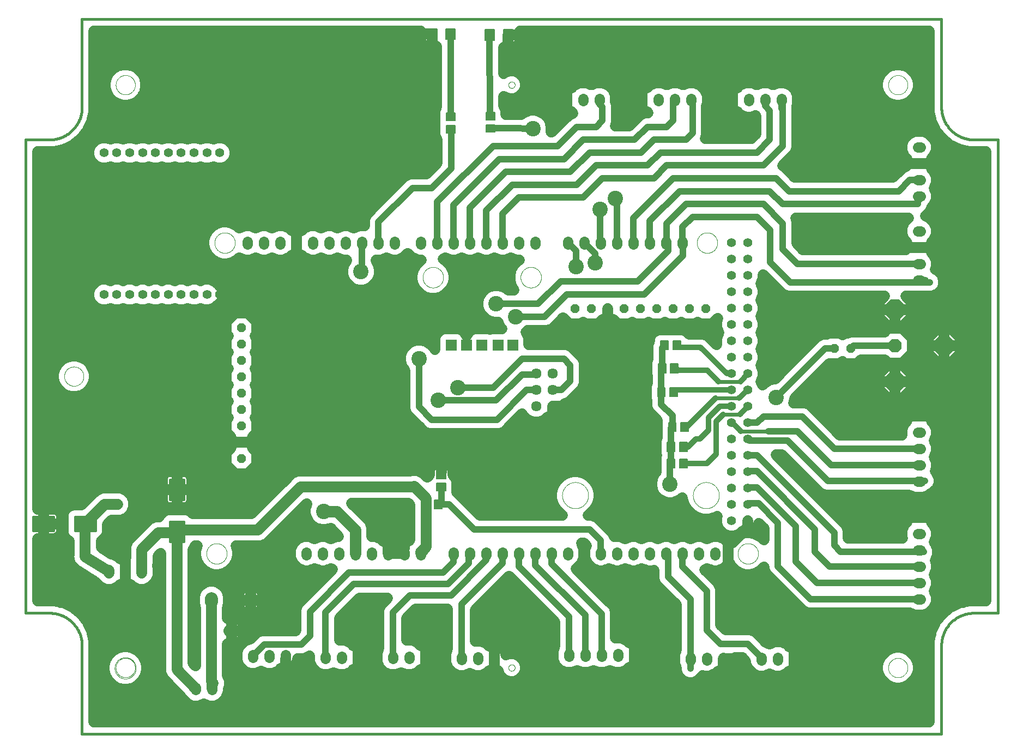
<source format=gtl>
G75*
%MOIN*%
%OFA0B0*%
%FSLAX25Y25*%
%IPPOS*%
%LPD*%
%AMOC8*
5,1,8,0,0,1.08239X$1,22.5*
%
%ADD10C,0.00000*%
%ADD11C,0.01600*%
%ADD12OC8,0.08250*%
%ADD13OC8,0.12700*%
%ADD14C,0.05550*%
%ADD15C,0.06400*%
%ADD16C,0.07874*%
%ADD17C,0.06800*%
%ADD18C,0.06337*%
%ADD19C,0.06337*%
%ADD20OC8,0.05550*%
%ADD21R,0.06600X0.06600*%
%ADD22C,0.00984*%
%ADD23OC8,0.05600*%
%ADD24C,0.00630*%
%ADD25C,0.00512*%
%ADD26C,0.06600*%
%ADD27C,0.09449*%
%ADD28C,0.04000*%
%ADD29C,0.07000*%
%ADD30C,0.03200*%
%ADD31C,0.02400*%
%ADD32R,0.03962X0.03962*%
D10*
X0190529Y0099093D02*
X0190531Y0099254D01*
X0190537Y0099414D01*
X0190547Y0099575D01*
X0190561Y0099735D01*
X0190579Y0099895D01*
X0190600Y0100054D01*
X0190626Y0100213D01*
X0190656Y0100371D01*
X0190689Y0100528D01*
X0190727Y0100685D01*
X0190768Y0100840D01*
X0190813Y0100994D01*
X0190862Y0101147D01*
X0190915Y0101299D01*
X0190971Y0101450D01*
X0191032Y0101599D01*
X0191095Y0101747D01*
X0191163Y0101893D01*
X0191234Y0102037D01*
X0191308Y0102179D01*
X0191386Y0102320D01*
X0191468Y0102458D01*
X0191553Y0102595D01*
X0191641Y0102729D01*
X0191733Y0102861D01*
X0191828Y0102991D01*
X0191926Y0103119D01*
X0192027Y0103244D01*
X0192131Y0103366D01*
X0192238Y0103486D01*
X0192348Y0103603D01*
X0192461Y0103718D01*
X0192577Y0103829D01*
X0192696Y0103938D01*
X0192817Y0104043D01*
X0192941Y0104146D01*
X0193067Y0104246D01*
X0193195Y0104342D01*
X0193326Y0104435D01*
X0193460Y0104525D01*
X0193595Y0104612D01*
X0193733Y0104695D01*
X0193872Y0104775D01*
X0194014Y0104851D01*
X0194157Y0104924D01*
X0194302Y0104993D01*
X0194449Y0105059D01*
X0194597Y0105121D01*
X0194747Y0105179D01*
X0194898Y0105234D01*
X0195051Y0105285D01*
X0195205Y0105332D01*
X0195360Y0105375D01*
X0195516Y0105414D01*
X0195672Y0105450D01*
X0195830Y0105481D01*
X0195988Y0105509D01*
X0196147Y0105533D01*
X0196307Y0105553D01*
X0196467Y0105569D01*
X0196627Y0105581D01*
X0196788Y0105589D01*
X0196949Y0105593D01*
X0197109Y0105593D01*
X0197270Y0105589D01*
X0197431Y0105581D01*
X0197591Y0105569D01*
X0197751Y0105553D01*
X0197911Y0105533D01*
X0198070Y0105509D01*
X0198228Y0105481D01*
X0198386Y0105450D01*
X0198542Y0105414D01*
X0198698Y0105375D01*
X0198853Y0105332D01*
X0199007Y0105285D01*
X0199160Y0105234D01*
X0199311Y0105179D01*
X0199461Y0105121D01*
X0199609Y0105059D01*
X0199756Y0104993D01*
X0199901Y0104924D01*
X0200044Y0104851D01*
X0200186Y0104775D01*
X0200325Y0104695D01*
X0200463Y0104612D01*
X0200598Y0104525D01*
X0200732Y0104435D01*
X0200863Y0104342D01*
X0200991Y0104246D01*
X0201117Y0104146D01*
X0201241Y0104043D01*
X0201362Y0103938D01*
X0201481Y0103829D01*
X0201597Y0103718D01*
X0201710Y0103603D01*
X0201820Y0103486D01*
X0201927Y0103366D01*
X0202031Y0103244D01*
X0202132Y0103119D01*
X0202230Y0102991D01*
X0202325Y0102861D01*
X0202417Y0102729D01*
X0202505Y0102595D01*
X0202590Y0102458D01*
X0202672Y0102320D01*
X0202750Y0102179D01*
X0202824Y0102037D01*
X0202895Y0101893D01*
X0202963Y0101747D01*
X0203026Y0101599D01*
X0203087Y0101450D01*
X0203143Y0101299D01*
X0203196Y0101147D01*
X0203245Y0100994D01*
X0203290Y0100840D01*
X0203331Y0100685D01*
X0203369Y0100528D01*
X0203402Y0100371D01*
X0203432Y0100213D01*
X0203458Y0100054D01*
X0203479Y0099895D01*
X0203497Y0099735D01*
X0203511Y0099575D01*
X0203521Y0099414D01*
X0203527Y0099254D01*
X0203529Y0099093D01*
X0203527Y0098932D01*
X0203521Y0098772D01*
X0203511Y0098611D01*
X0203497Y0098451D01*
X0203479Y0098291D01*
X0203458Y0098132D01*
X0203432Y0097973D01*
X0203402Y0097815D01*
X0203369Y0097658D01*
X0203331Y0097501D01*
X0203290Y0097346D01*
X0203245Y0097192D01*
X0203196Y0097039D01*
X0203143Y0096887D01*
X0203087Y0096736D01*
X0203026Y0096587D01*
X0202963Y0096439D01*
X0202895Y0096293D01*
X0202824Y0096149D01*
X0202750Y0096007D01*
X0202672Y0095866D01*
X0202590Y0095728D01*
X0202505Y0095591D01*
X0202417Y0095457D01*
X0202325Y0095325D01*
X0202230Y0095195D01*
X0202132Y0095067D01*
X0202031Y0094942D01*
X0201927Y0094820D01*
X0201820Y0094700D01*
X0201710Y0094583D01*
X0201597Y0094468D01*
X0201481Y0094357D01*
X0201362Y0094248D01*
X0201241Y0094143D01*
X0201117Y0094040D01*
X0200991Y0093940D01*
X0200863Y0093844D01*
X0200732Y0093751D01*
X0200598Y0093661D01*
X0200463Y0093574D01*
X0200325Y0093491D01*
X0200186Y0093411D01*
X0200044Y0093335D01*
X0199901Y0093262D01*
X0199756Y0093193D01*
X0199609Y0093127D01*
X0199461Y0093065D01*
X0199311Y0093007D01*
X0199160Y0092952D01*
X0199007Y0092901D01*
X0198853Y0092854D01*
X0198698Y0092811D01*
X0198542Y0092772D01*
X0198386Y0092736D01*
X0198228Y0092705D01*
X0198070Y0092677D01*
X0197911Y0092653D01*
X0197751Y0092633D01*
X0197591Y0092617D01*
X0197431Y0092605D01*
X0197270Y0092597D01*
X0197109Y0092593D01*
X0196949Y0092593D01*
X0196788Y0092597D01*
X0196627Y0092605D01*
X0196467Y0092617D01*
X0196307Y0092633D01*
X0196147Y0092653D01*
X0195988Y0092677D01*
X0195830Y0092705D01*
X0195672Y0092736D01*
X0195516Y0092772D01*
X0195360Y0092811D01*
X0195205Y0092854D01*
X0195051Y0092901D01*
X0194898Y0092952D01*
X0194747Y0093007D01*
X0194597Y0093065D01*
X0194449Y0093127D01*
X0194302Y0093193D01*
X0194157Y0093262D01*
X0194014Y0093335D01*
X0193872Y0093411D01*
X0193733Y0093491D01*
X0193595Y0093574D01*
X0193460Y0093661D01*
X0193326Y0093751D01*
X0193195Y0093844D01*
X0193067Y0093940D01*
X0192941Y0094040D01*
X0192817Y0094143D01*
X0192696Y0094248D01*
X0192577Y0094357D01*
X0192461Y0094468D01*
X0192348Y0094583D01*
X0192238Y0094700D01*
X0192131Y0094820D01*
X0192027Y0094942D01*
X0191926Y0095067D01*
X0191828Y0095195D01*
X0191733Y0095325D01*
X0191641Y0095457D01*
X0191553Y0095591D01*
X0191468Y0095728D01*
X0191386Y0095866D01*
X0191308Y0096007D01*
X0191234Y0096149D01*
X0191163Y0096293D01*
X0191095Y0096439D01*
X0191032Y0096587D01*
X0190971Y0096736D01*
X0190915Y0096887D01*
X0190862Y0097039D01*
X0190813Y0097192D01*
X0190768Y0097346D01*
X0190727Y0097501D01*
X0190689Y0097658D01*
X0190656Y0097815D01*
X0190626Y0097973D01*
X0190600Y0098132D01*
X0190579Y0098291D01*
X0190561Y0098451D01*
X0190547Y0098611D01*
X0190537Y0098772D01*
X0190531Y0098932D01*
X0190529Y0099093D01*
X0191206Y0099307D02*
X0191208Y0099460D01*
X0191214Y0099614D01*
X0191224Y0099767D01*
X0191238Y0099919D01*
X0191256Y0100072D01*
X0191278Y0100223D01*
X0191303Y0100374D01*
X0191333Y0100525D01*
X0191367Y0100675D01*
X0191404Y0100823D01*
X0191445Y0100971D01*
X0191490Y0101117D01*
X0191539Y0101263D01*
X0191592Y0101407D01*
X0191648Y0101549D01*
X0191708Y0101690D01*
X0191772Y0101830D01*
X0191839Y0101968D01*
X0191910Y0102104D01*
X0191985Y0102238D01*
X0192062Y0102370D01*
X0192144Y0102500D01*
X0192228Y0102628D01*
X0192316Y0102754D01*
X0192407Y0102877D01*
X0192501Y0102998D01*
X0192599Y0103116D01*
X0192699Y0103232D01*
X0192803Y0103345D01*
X0192909Y0103456D01*
X0193018Y0103564D01*
X0193130Y0103669D01*
X0193244Y0103770D01*
X0193362Y0103869D01*
X0193481Y0103965D01*
X0193603Y0104058D01*
X0193728Y0104147D01*
X0193855Y0104234D01*
X0193984Y0104316D01*
X0194115Y0104396D01*
X0194248Y0104472D01*
X0194383Y0104545D01*
X0194520Y0104614D01*
X0194659Y0104679D01*
X0194799Y0104741D01*
X0194941Y0104799D01*
X0195084Y0104854D01*
X0195229Y0104905D01*
X0195375Y0104952D01*
X0195522Y0104995D01*
X0195670Y0105034D01*
X0195819Y0105070D01*
X0195969Y0105101D01*
X0196120Y0105129D01*
X0196271Y0105153D01*
X0196424Y0105173D01*
X0196576Y0105189D01*
X0196729Y0105201D01*
X0196882Y0105209D01*
X0197035Y0105213D01*
X0197189Y0105213D01*
X0197342Y0105209D01*
X0197495Y0105201D01*
X0197648Y0105189D01*
X0197800Y0105173D01*
X0197953Y0105153D01*
X0198104Y0105129D01*
X0198255Y0105101D01*
X0198405Y0105070D01*
X0198554Y0105034D01*
X0198702Y0104995D01*
X0198849Y0104952D01*
X0198995Y0104905D01*
X0199140Y0104854D01*
X0199283Y0104799D01*
X0199425Y0104741D01*
X0199565Y0104679D01*
X0199704Y0104614D01*
X0199841Y0104545D01*
X0199976Y0104472D01*
X0200109Y0104396D01*
X0200240Y0104316D01*
X0200369Y0104234D01*
X0200496Y0104147D01*
X0200621Y0104058D01*
X0200743Y0103965D01*
X0200862Y0103869D01*
X0200980Y0103770D01*
X0201094Y0103669D01*
X0201206Y0103564D01*
X0201315Y0103456D01*
X0201421Y0103345D01*
X0201525Y0103232D01*
X0201625Y0103116D01*
X0201723Y0102998D01*
X0201817Y0102877D01*
X0201908Y0102754D01*
X0201996Y0102628D01*
X0202080Y0102500D01*
X0202162Y0102370D01*
X0202239Y0102238D01*
X0202314Y0102104D01*
X0202385Y0101968D01*
X0202452Y0101830D01*
X0202516Y0101690D01*
X0202576Y0101549D01*
X0202632Y0101407D01*
X0202685Y0101263D01*
X0202734Y0101117D01*
X0202779Y0100971D01*
X0202820Y0100823D01*
X0202857Y0100675D01*
X0202891Y0100525D01*
X0202921Y0100374D01*
X0202946Y0100223D01*
X0202968Y0100072D01*
X0202986Y0099919D01*
X0203000Y0099767D01*
X0203010Y0099614D01*
X0203016Y0099460D01*
X0203018Y0099307D01*
X0203016Y0099154D01*
X0203010Y0099000D01*
X0203000Y0098847D01*
X0202986Y0098695D01*
X0202968Y0098542D01*
X0202946Y0098391D01*
X0202921Y0098240D01*
X0202891Y0098089D01*
X0202857Y0097939D01*
X0202820Y0097791D01*
X0202779Y0097643D01*
X0202734Y0097497D01*
X0202685Y0097351D01*
X0202632Y0097207D01*
X0202576Y0097065D01*
X0202516Y0096924D01*
X0202452Y0096784D01*
X0202385Y0096646D01*
X0202314Y0096510D01*
X0202239Y0096376D01*
X0202162Y0096244D01*
X0202080Y0096114D01*
X0201996Y0095986D01*
X0201908Y0095860D01*
X0201817Y0095737D01*
X0201723Y0095616D01*
X0201625Y0095498D01*
X0201525Y0095382D01*
X0201421Y0095269D01*
X0201315Y0095158D01*
X0201206Y0095050D01*
X0201094Y0094945D01*
X0200980Y0094844D01*
X0200862Y0094745D01*
X0200743Y0094649D01*
X0200621Y0094556D01*
X0200496Y0094467D01*
X0200369Y0094380D01*
X0200240Y0094298D01*
X0200109Y0094218D01*
X0199976Y0094142D01*
X0199841Y0094069D01*
X0199704Y0094000D01*
X0199565Y0093935D01*
X0199425Y0093873D01*
X0199283Y0093815D01*
X0199140Y0093760D01*
X0198995Y0093709D01*
X0198849Y0093662D01*
X0198702Y0093619D01*
X0198554Y0093580D01*
X0198405Y0093544D01*
X0198255Y0093513D01*
X0198104Y0093485D01*
X0197953Y0093461D01*
X0197800Y0093441D01*
X0197648Y0093425D01*
X0197495Y0093413D01*
X0197342Y0093405D01*
X0197189Y0093401D01*
X0197035Y0093401D01*
X0196882Y0093405D01*
X0196729Y0093413D01*
X0196576Y0093425D01*
X0196424Y0093441D01*
X0196271Y0093461D01*
X0196120Y0093485D01*
X0195969Y0093513D01*
X0195819Y0093544D01*
X0195670Y0093580D01*
X0195522Y0093619D01*
X0195375Y0093662D01*
X0195229Y0093709D01*
X0195084Y0093760D01*
X0194941Y0093815D01*
X0194799Y0093873D01*
X0194659Y0093935D01*
X0194520Y0094000D01*
X0194383Y0094069D01*
X0194248Y0094142D01*
X0194115Y0094218D01*
X0193984Y0094298D01*
X0193855Y0094380D01*
X0193728Y0094467D01*
X0193603Y0094556D01*
X0193481Y0094649D01*
X0193362Y0094745D01*
X0193244Y0094844D01*
X0193130Y0094945D01*
X0193018Y0095050D01*
X0192909Y0095158D01*
X0192803Y0095269D01*
X0192699Y0095382D01*
X0192599Y0095498D01*
X0192501Y0095616D01*
X0192407Y0095737D01*
X0192316Y0095860D01*
X0192228Y0095986D01*
X0192144Y0096114D01*
X0192062Y0096244D01*
X0191985Y0096376D01*
X0191910Y0096510D01*
X0191839Y0096646D01*
X0191772Y0096784D01*
X0191708Y0096924D01*
X0191648Y0097065D01*
X0191592Y0097207D01*
X0191539Y0097351D01*
X0191490Y0097497D01*
X0191445Y0097643D01*
X0191404Y0097791D01*
X0191367Y0097939D01*
X0191333Y0098089D01*
X0191303Y0098240D01*
X0191278Y0098391D01*
X0191256Y0098542D01*
X0191238Y0098695D01*
X0191224Y0098847D01*
X0191214Y0099000D01*
X0191208Y0099154D01*
X0191206Y0099307D01*
X0246615Y0169088D02*
X0246617Y0169246D01*
X0246623Y0169403D01*
X0246633Y0169561D01*
X0246647Y0169718D01*
X0246665Y0169874D01*
X0246686Y0170031D01*
X0246712Y0170186D01*
X0246742Y0170341D01*
X0246775Y0170495D01*
X0246813Y0170648D01*
X0246854Y0170801D01*
X0246899Y0170952D01*
X0246948Y0171102D01*
X0247001Y0171250D01*
X0247057Y0171398D01*
X0247118Y0171543D01*
X0247181Y0171688D01*
X0247249Y0171830D01*
X0247320Y0171971D01*
X0247394Y0172110D01*
X0247472Y0172247D01*
X0247554Y0172382D01*
X0247638Y0172515D01*
X0247727Y0172646D01*
X0247818Y0172774D01*
X0247913Y0172901D01*
X0248010Y0173024D01*
X0248111Y0173146D01*
X0248215Y0173264D01*
X0248322Y0173380D01*
X0248432Y0173493D01*
X0248544Y0173604D01*
X0248660Y0173711D01*
X0248778Y0173816D01*
X0248898Y0173918D01*
X0249021Y0174016D01*
X0249147Y0174112D01*
X0249275Y0174204D01*
X0249405Y0174293D01*
X0249537Y0174379D01*
X0249672Y0174461D01*
X0249809Y0174540D01*
X0249947Y0174615D01*
X0250087Y0174687D01*
X0250230Y0174755D01*
X0250373Y0174820D01*
X0250519Y0174881D01*
X0250666Y0174938D01*
X0250814Y0174992D01*
X0250964Y0175042D01*
X0251114Y0175088D01*
X0251266Y0175130D01*
X0251419Y0175169D01*
X0251573Y0175203D01*
X0251728Y0175234D01*
X0251883Y0175260D01*
X0252039Y0175283D01*
X0252196Y0175302D01*
X0252353Y0175317D01*
X0252510Y0175328D01*
X0252668Y0175335D01*
X0252826Y0175338D01*
X0252983Y0175337D01*
X0253141Y0175332D01*
X0253298Y0175323D01*
X0253456Y0175310D01*
X0253612Y0175293D01*
X0253769Y0175272D01*
X0253924Y0175248D01*
X0254079Y0175219D01*
X0254234Y0175186D01*
X0254387Y0175150D01*
X0254540Y0175109D01*
X0254691Y0175065D01*
X0254841Y0175017D01*
X0254990Y0174966D01*
X0255138Y0174910D01*
X0255284Y0174851D01*
X0255429Y0174788D01*
X0255572Y0174721D01*
X0255713Y0174651D01*
X0255852Y0174578D01*
X0255990Y0174501D01*
X0256126Y0174420D01*
X0256259Y0174336D01*
X0256390Y0174249D01*
X0256519Y0174158D01*
X0256646Y0174064D01*
X0256771Y0173967D01*
X0256892Y0173867D01*
X0257012Y0173764D01*
X0257128Y0173658D01*
X0257242Y0173549D01*
X0257354Y0173437D01*
X0257462Y0173323D01*
X0257567Y0173205D01*
X0257670Y0173085D01*
X0257769Y0172963D01*
X0257865Y0172838D01*
X0257958Y0172710D01*
X0258048Y0172581D01*
X0258134Y0172449D01*
X0258218Y0172315D01*
X0258297Y0172179D01*
X0258374Y0172041D01*
X0258446Y0171901D01*
X0258515Y0171759D01*
X0258581Y0171616D01*
X0258643Y0171471D01*
X0258701Y0171324D01*
X0258756Y0171176D01*
X0258807Y0171027D01*
X0258854Y0170876D01*
X0258897Y0170725D01*
X0258936Y0170572D01*
X0258972Y0170418D01*
X0259003Y0170264D01*
X0259031Y0170109D01*
X0259055Y0169953D01*
X0259075Y0169796D01*
X0259091Y0169639D01*
X0259103Y0169482D01*
X0259111Y0169325D01*
X0259115Y0169167D01*
X0259115Y0169009D01*
X0259111Y0168851D01*
X0259103Y0168694D01*
X0259091Y0168537D01*
X0259075Y0168380D01*
X0259055Y0168223D01*
X0259031Y0168067D01*
X0259003Y0167912D01*
X0258972Y0167758D01*
X0258936Y0167604D01*
X0258897Y0167451D01*
X0258854Y0167300D01*
X0258807Y0167149D01*
X0258756Y0167000D01*
X0258701Y0166852D01*
X0258643Y0166705D01*
X0258581Y0166560D01*
X0258515Y0166417D01*
X0258446Y0166275D01*
X0258374Y0166135D01*
X0258297Y0165997D01*
X0258218Y0165861D01*
X0258134Y0165727D01*
X0258048Y0165595D01*
X0257958Y0165466D01*
X0257865Y0165338D01*
X0257769Y0165213D01*
X0257670Y0165091D01*
X0257567Y0164971D01*
X0257462Y0164853D01*
X0257354Y0164739D01*
X0257242Y0164627D01*
X0257128Y0164518D01*
X0257012Y0164412D01*
X0256892Y0164309D01*
X0256771Y0164209D01*
X0256646Y0164112D01*
X0256519Y0164018D01*
X0256390Y0163927D01*
X0256259Y0163840D01*
X0256126Y0163756D01*
X0255990Y0163675D01*
X0255852Y0163598D01*
X0255713Y0163525D01*
X0255572Y0163455D01*
X0255429Y0163388D01*
X0255284Y0163325D01*
X0255138Y0163266D01*
X0254990Y0163210D01*
X0254841Y0163159D01*
X0254691Y0163111D01*
X0254540Y0163067D01*
X0254387Y0163026D01*
X0254234Y0162990D01*
X0254079Y0162957D01*
X0253924Y0162928D01*
X0253769Y0162904D01*
X0253612Y0162883D01*
X0253456Y0162866D01*
X0253298Y0162853D01*
X0253141Y0162844D01*
X0252983Y0162839D01*
X0252826Y0162838D01*
X0252668Y0162841D01*
X0252510Y0162848D01*
X0252353Y0162859D01*
X0252196Y0162874D01*
X0252039Y0162893D01*
X0251883Y0162916D01*
X0251728Y0162942D01*
X0251573Y0162973D01*
X0251419Y0163007D01*
X0251266Y0163046D01*
X0251114Y0163088D01*
X0250964Y0163134D01*
X0250814Y0163184D01*
X0250666Y0163238D01*
X0250519Y0163295D01*
X0250373Y0163356D01*
X0250230Y0163421D01*
X0250087Y0163489D01*
X0249947Y0163561D01*
X0249809Y0163636D01*
X0249672Y0163715D01*
X0249537Y0163797D01*
X0249405Y0163883D01*
X0249275Y0163972D01*
X0249147Y0164064D01*
X0249021Y0164160D01*
X0248898Y0164258D01*
X0248778Y0164360D01*
X0248660Y0164465D01*
X0248544Y0164572D01*
X0248432Y0164683D01*
X0248322Y0164796D01*
X0248215Y0164912D01*
X0248111Y0165030D01*
X0248010Y0165152D01*
X0247913Y0165275D01*
X0247818Y0165402D01*
X0247727Y0165530D01*
X0247638Y0165661D01*
X0247554Y0165794D01*
X0247472Y0165929D01*
X0247394Y0166066D01*
X0247320Y0166205D01*
X0247249Y0166346D01*
X0247181Y0166488D01*
X0247118Y0166633D01*
X0247057Y0166778D01*
X0247001Y0166926D01*
X0246948Y0167074D01*
X0246899Y0167224D01*
X0246854Y0167375D01*
X0246813Y0167528D01*
X0246775Y0167681D01*
X0246742Y0167835D01*
X0246712Y0167990D01*
X0246686Y0168145D01*
X0246665Y0168302D01*
X0246647Y0168458D01*
X0246633Y0168615D01*
X0246623Y0168773D01*
X0246617Y0168930D01*
X0246615Y0169088D01*
X0159710Y0277457D02*
X0159712Y0277610D01*
X0159718Y0277764D01*
X0159728Y0277917D01*
X0159742Y0278069D01*
X0159760Y0278222D01*
X0159782Y0278373D01*
X0159807Y0278524D01*
X0159837Y0278675D01*
X0159871Y0278825D01*
X0159908Y0278973D01*
X0159949Y0279121D01*
X0159994Y0279267D01*
X0160043Y0279413D01*
X0160096Y0279557D01*
X0160152Y0279699D01*
X0160212Y0279840D01*
X0160276Y0279980D01*
X0160343Y0280118D01*
X0160414Y0280254D01*
X0160489Y0280388D01*
X0160566Y0280520D01*
X0160648Y0280650D01*
X0160732Y0280778D01*
X0160820Y0280904D01*
X0160911Y0281027D01*
X0161005Y0281148D01*
X0161103Y0281266D01*
X0161203Y0281382D01*
X0161307Y0281495D01*
X0161413Y0281606D01*
X0161522Y0281714D01*
X0161634Y0281819D01*
X0161748Y0281920D01*
X0161866Y0282019D01*
X0161985Y0282115D01*
X0162107Y0282208D01*
X0162232Y0282297D01*
X0162359Y0282384D01*
X0162488Y0282466D01*
X0162619Y0282546D01*
X0162752Y0282622D01*
X0162887Y0282695D01*
X0163024Y0282764D01*
X0163163Y0282829D01*
X0163303Y0282891D01*
X0163445Y0282949D01*
X0163588Y0283004D01*
X0163733Y0283055D01*
X0163879Y0283102D01*
X0164026Y0283145D01*
X0164174Y0283184D01*
X0164323Y0283220D01*
X0164473Y0283251D01*
X0164624Y0283279D01*
X0164775Y0283303D01*
X0164928Y0283323D01*
X0165080Y0283339D01*
X0165233Y0283351D01*
X0165386Y0283359D01*
X0165539Y0283363D01*
X0165693Y0283363D01*
X0165846Y0283359D01*
X0165999Y0283351D01*
X0166152Y0283339D01*
X0166304Y0283323D01*
X0166457Y0283303D01*
X0166608Y0283279D01*
X0166759Y0283251D01*
X0166909Y0283220D01*
X0167058Y0283184D01*
X0167206Y0283145D01*
X0167353Y0283102D01*
X0167499Y0283055D01*
X0167644Y0283004D01*
X0167787Y0282949D01*
X0167929Y0282891D01*
X0168069Y0282829D01*
X0168208Y0282764D01*
X0168345Y0282695D01*
X0168480Y0282622D01*
X0168613Y0282546D01*
X0168744Y0282466D01*
X0168873Y0282384D01*
X0169000Y0282297D01*
X0169125Y0282208D01*
X0169247Y0282115D01*
X0169366Y0282019D01*
X0169484Y0281920D01*
X0169598Y0281819D01*
X0169710Y0281714D01*
X0169819Y0281606D01*
X0169925Y0281495D01*
X0170029Y0281382D01*
X0170129Y0281266D01*
X0170227Y0281148D01*
X0170321Y0281027D01*
X0170412Y0280904D01*
X0170500Y0280778D01*
X0170584Y0280650D01*
X0170666Y0280520D01*
X0170743Y0280388D01*
X0170818Y0280254D01*
X0170889Y0280118D01*
X0170956Y0279980D01*
X0171020Y0279840D01*
X0171080Y0279699D01*
X0171136Y0279557D01*
X0171189Y0279413D01*
X0171238Y0279267D01*
X0171283Y0279121D01*
X0171324Y0278973D01*
X0171361Y0278825D01*
X0171395Y0278675D01*
X0171425Y0278524D01*
X0171450Y0278373D01*
X0171472Y0278222D01*
X0171490Y0278069D01*
X0171504Y0277917D01*
X0171514Y0277764D01*
X0171520Y0277610D01*
X0171522Y0277457D01*
X0171520Y0277304D01*
X0171514Y0277150D01*
X0171504Y0276997D01*
X0171490Y0276845D01*
X0171472Y0276692D01*
X0171450Y0276541D01*
X0171425Y0276390D01*
X0171395Y0276239D01*
X0171361Y0276089D01*
X0171324Y0275941D01*
X0171283Y0275793D01*
X0171238Y0275647D01*
X0171189Y0275501D01*
X0171136Y0275357D01*
X0171080Y0275215D01*
X0171020Y0275074D01*
X0170956Y0274934D01*
X0170889Y0274796D01*
X0170818Y0274660D01*
X0170743Y0274526D01*
X0170666Y0274394D01*
X0170584Y0274264D01*
X0170500Y0274136D01*
X0170412Y0274010D01*
X0170321Y0273887D01*
X0170227Y0273766D01*
X0170129Y0273648D01*
X0170029Y0273532D01*
X0169925Y0273419D01*
X0169819Y0273308D01*
X0169710Y0273200D01*
X0169598Y0273095D01*
X0169484Y0272994D01*
X0169366Y0272895D01*
X0169247Y0272799D01*
X0169125Y0272706D01*
X0169000Y0272617D01*
X0168873Y0272530D01*
X0168744Y0272448D01*
X0168613Y0272368D01*
X0168480Y0272292D01*
X0168345Y0272219D01*
X0168208Y0272150D01*
X0168069Y0272085D01*
X0167929Y0272023D01*
X0167787Y0271965D01*
X0167644Y0271910D01*
X0167499Y0271859D01*
X0167353Y0271812D01*
X0167206Y0271769D01*
X0167058Y0271730D01*
X0166909Y0271694D01*
X0166759Y0271663D01*
X0166608Y0271635D01*
X0166457Y0271611D01*
X0166304Y0271591D01*
X0166152Y0271575D01*
X0165999Y0271563D01*
X0165846Y0271555D01*
X0165693Y0271551D01*
X0165539Y0271551D01*
X0165386Y0271555D01*
X0165233Y0271563D01*
X0165080Y0271575D01*
X0164928Y0271591D01*
X0164775Y0271611D01*
X0164624Y0271635D01*
X0164473Y0271663D01*
X0164323Y0271694D01*
X0164174Y0271730D01*
X0164026Y0271769D01*
X0163879Y0271812D01*
X0163733Y0271859D01*
X0163588Y0271910D01*
X0163445Y0271965D01*
X0163303Y0272023D01*
X0163163Y0272085D01*
X0163024Y0272150D01*
X0162887Y0272219D01*
X0162752Y0272292D01*
X0162619Y0272368D01*
X0162488Y0272448D01*
X0162359Y0272530D01*
X0162232Y0272617D01*
X0162107Y0272706D01*
X0161985Y0272799D01*
X0161866Y0272895D01*
X0161748Y0272994D01*
X0161634Y0273095D01*
X0161522Y0273200D01*
X0161413Y0273308D01*
X0161307Y0273419D01*
X0161203Y0273532D01*
X0161103Y0273648D01*
X0161005Y0273766D01*
X0160911Y0273887D01*
X0160820Y0274010D01*
X0160732Y0274136D01*
X0160648Y0274264D01*
X0160566Y0274394D01*
X0160489Y0274526D01*
X0160414Y0274660D01*
X0160343Y0274796D01*
X0160276Y0274934D01*
X0160212Y0275074D01*
X0160152Y0275215D01*
X0160096Y0275357D01*
X0160043Y0275501D01*
X0159994Y0275647D01*
X0159949Y0275793D01*
X0159908Y0275941D01*
X0159871Y0276089D01*
X0159837Y0276239D01*
X0159807Y0276390D01*
X0159782Y0276541D01*
X0159760Y0276692D01*
X0159742Y0276845D01*
X0159728Y0276997D01*
X0159718Y0277150D01*
X0159712Y0277304D01*
X0159710Y0277457D01*
X0251615Y0359088D02*
X0251617Y0359246D01*
X0251623Y0359403D01*
X0251633Y0359561D01*
X0251647Y0359718D01*
X0251665Y0359874D01*
X0251686Y0360031D01*
X0251712Y0360186D01*
X0251742Y0360341D01*
X0251775Y0360495D01*
X0251813Y0360648D01*
X0251854Y0360801D01*
X0251899Y0360952D01*
X0251948Y0361102D01*
X0252001Y0361250D01*
X0252057Y0361398D01*
X0252118Y0361543D01*
X0252181Y0361688D01*
X0252249Y0361830D01*
X0252320Y0361971D01*
X0252394Y0362110D01*
X0252472Y0362247D01*
X0252554Y0362382D01*
X0252638Y0362515D01*
X0252727Y0362646D01*
X0252818Y0362774D01*
X0252913Y0362901D01*
X0253010Y0363024D01*
X0253111Y0363146D01*
X0253215Y0363264D01*
X0253322Y0363380D01*
X0253432Y0363493D01*
X0253544Y0363604D01*
X0253660Y0363711D01*
X0253778Y0363816D01*
X0253898Y0363918D01*
X0254021Y0364016D01*
X0254147Y0364112D01*
X0254275Y0364204D01*
X0254405Y0364293D01*
X0254537Y0364379D01*
X0254672Y0364461D01*
X0254809Y0364540D01*
X0254947Y0364615D01*
X0255087Y0364687D01*
X0255230Y0364755D01*
X0255373Y0364820D01*
X0255519Y0364881D01*
X0255666Y0364938D01*
X0255814Y0364992D01*
X0255964Y0365042D01*
X0256114Y0365088D01*
X0256266Y0365130D01*
X0256419Y0365169D01*
X0256573Y0365203D01*
X0256728Y0365234D01*
X0256883Y0365260D01*
X0257039Y0365283D01*
X0257196Y0365302D01*
X0257353Y0365317D01*
X0257510Y0365328D01*
X0257668Y0365335D01*
X0257826Y0365338D01*
X0257983Y0365337D01*
X0258141Y0365332D01*
X0258298Y0365323D01*
X0258456Y0365310D01*
X0258612Y0365293D01*
X0258769Y0365272D01*
X0258924Y0365248D01*
X0259079Y0365219D01*
X0259234Y0365186D01*
X0259387Y0365150D01*
X0259540Y0365109D01*
X0259691Y0365065D01*
X0259841Y0365017D01*
X0259990Y0364966D01*
X0260138Y0364910D01*
X0260284Y0364851D01*
X0260429Y0364788D01*
X0260572Y0364721D01*
X0260713Y0364651D01*
X0260852Y0364578D01*
X0260990Y0364501D01*
X0261126Y0364420D01*
X0261259Y0364336D01*
X0261390Y0364249D01*
X0261519Y0364158D01*
X0261646Y0364064D01*
X0261771Y0363967D01*
X0261892Y0363867D01*
X0262012Y0363764D01*
X0262128Y0363658D01*
X0262242Y0363549D01*
X0262354Y0363437D01*
X0262462Y0363323D01*
X0262567Y0363205D01*
X0262670Y0363085D01*
X0262769Y0362963D01*
X0262865Y0362838D01*
X0262958Y0362710D01*
X0263048Y0362581D01*
X0263134Y0362449D01*
X0263218Y0362315D01*
X0263297Y0362179D01*
X0263374Y0362041D01*
X0263446Y0361901D01*
X0263515Y0361759D01*
X0263581Y0361616D01*
X0263643Y0361471D01*
X0263701Y0361324D01*
X0263756Y0361176D01*
X0263807Y0361027D01*
X0263854Y0360876D01*
X0263897Y0360725D01*
X0263936Y0360572D01*
X0263972Y0360418D01*
X0264003Y0360264D01*
X0264031Y0360109D01*
X0264055Y0359953D01*
X0264075Y0359796D01*
X0264091Y0359639D01*
X0264103Y0359482D01*
X0264111Y0359325D01*
X0264115Y0359167D01*
X0264115Y0359009D01*
X0264111Y0358851D01*
X0264103Y0358694D01*
X0264091Y0358537D01*
X0264075Y0358380D01*
X0264055Y0358223D01*
X0264031Y0358067D01*
X0264003Y0357912D01*
X0263972Y0357758D01*
X0263936Y0357604D01*
X0263897Y0357451D01*
X0263854Y0357300D01*
X0263807Y0357149D01*
X0263756Y0357000D01*
X0263701Y0356852D01*
X0263643Y0356705D01*
X0263581Y0356560D01*
X0263515Y0356417D01*
X0263446Y0356275D01*
X0263374Y0356135D01*
X0263297Y0355997D01*
X0263218Y0355861D01*
X0263134Y0355727D01*
X0263048Y0355595D01*
X0262958Y0355466D01*
X0262865Y0355338D01*
X0262769Y0355213D01*
X0262670Y0355091D01*
X0262567Y0354971D01*
X0262462Y0354853D01*
X0262354Y0354739D01*
X0262242Y0354627D01*
X0262128Y0354518D01*
X0262012Y0354412D01*
X0261892Y0354309D01*
X0261771Y0354209D01*
X0261646Y0354112D01*
X0261519Y0354018D01*
X0261390Y0353927D01*
X0261259Y0353840D01*
X0261126Y0353756D01*
X0260990Y0353675D01*
X0260852Y0353598D01*
X0260713Y0353525D01*
X0260572Y0353455D01*
X0260429Y0353388D01*
X0260284Y0353325D01*
X0260138Y0353266D01*
X0259990Y0353210D01*
X0259841Y0353159D01*
X0259691Y0353111D01*
X0259540Y0353067D01*
X0259387Y0353026D01*
X0259234Y0352990D01*
X0259079Y0352957D01*
X0258924Y0352928D01*
X0258769Y0352904D01*
X0258612Y0352883D01*
X0258456Y0352866D01*
X0258298Y0352853D01*
X0258141Y0352844D01*
X0257983Y0352839D01*
X0257826Y0352838D01*
X0257668Y0352841D01*
X0257510Y0352848D01*
X0257353Y0352859D01*
X0257196Y0352874D01*
X0257039Y0352893D01*
X0256883Y0352916D01*
X0256728Y0352942D01*
X0256573Y0352973D01*
X0256419Y0353007D01*
X0256266Y0353046D01*
X0256114Y0353088D01*
X0255964Y0353134D01*
X0255814Y0353184D01*
X0255666Y0353238D01*
X0255519Y0353295D01*
X0255373Y0353356D01*
X0255230Y0353421D01*
X0255087Y0353489D01*
X0254947Y0353561D01*
X0254809Y0353636D01*
X0254672Y0353715D01*
X0254537Y0353797D01*
X0254405Y0353883D01*
X0254275Y0353972D01*
X0254147Y0354064D01*
X0254021Y0354160D01*
X0253898Y0354258D01*
X0253778Y0354360D01*
X0253660Y0354465D01*
X0253544Y0354572D01*
X0253432Y0354683D01*
X0253322Y0354796D01*
X0253215Y0354912D01*
X0253111Y0355030D01*
X0253010Y0355152D01*
X0252913Y0355275D01*
X0252818Y0355402D01*
X0252727Y0355530D01*
X0252638Y0355661D01*
X0252554Y0355794D01*
X0252472Y0355929D01*
X0252394Y0356066D01*
X0252320Y0356205D01*
X0252249Y0356346D01*
X0252181Y0356488D01*
X0252118Y0356633D01*
X0252057Y0356778D01*
X0252001Y0356926D01*
X0251948Y0357074D01*
X0251899Y0357224D01*
X0251854Y0357375D01*
X0251813Y0357528D01*
X0251775Y0357681D01*
X0251742Y0357835D01*
X0251712Y0357990D01*
X0251686Y0358145D01*
X0251665Y0358302D01*
X0251647Y0358458D01*
X0251633Y0358615D01*
X0251623Y0358773D01*
X0251617Y0358930D01*
X0251615Y0359088D01*
X0191206Y0455606D02*
X0191208Y0455759D01*
X0191214Y0455913D01*
X0191224Y0456066D01*
X0191238Y0456218D01*
X0191256Y0456371D01*
X0191278Y0456522D01*
X0191303Y0456673D01*
X0191333Y0456824D01*
X0191367Y0456974D01*
X0191404Y0457122D01*
X0191445Y0457270D01*
X0191490Y0457416D01*
X0191539Y0457562D01*
X0191592Y0457706D01*
X0191648Y0457848D01*
X0191708Y0457989D01*
X0191772Y0458129D01*
X0191839Y0458267D01*
X0191910Y0458403D01*
X0191985Y0458537D01*
X0192062Y0458669D01*
X0192144Y0458799D01*
X0192228Y0458927D01*
X0192316Y0459053D01*
X0192407Y0459176D01*
X0192501Y0459297D01*
X0192599Y0459415D01*
X0192699Y0459531D01*
X0192803Y0459644D01*
X0192909Y0459755D01*
X0193018Y0459863D01*
X0193130Y0459968D01*
X0193244Y0460069D01*
X0193362Y0460168D01*
X0193481Y0460264D01*
X0193603Y0460357D01*
X0193728Y0460446D01*
X0193855Y0460533D01*
X0193984Y0460615D01*
X0194115Y0460695D01*
X0194248Y0460771D01*
X0194383Y0460844D01*
X0194520Y0460913D01*
X0194659Y0460978D01*
X0194799Y0461040D01*
X0194941Y0461098D01*
X0195084Y0461153D01*
X0195229Y0461204D01*
X0195375Y0461251D01*
X0195522Y0461294D01*
X0195670Y0461333D01*
X0195819Y0461369D01*
X0195969Y0461400D01*
X0196120Y0461428D01*
X0196271Y0461452D01*
X0196424Y0461472D01*
X0196576Y0461488D01*
X0196729Y0461500D01*
X0196882Y0461508D01*
X0197035Y0461512D01*
X0197189Y0461512D01*
X0197342Y0461508D01*
X0197495Y0461500D01*
X0197648Y0461488D01*
X0197800Y0461472D01*
X0197953Y0461452D01*
X0198104Y0461428D01*
X0198255Y0461400D01*
X0198405Y0461369D01*
X0198554Y0461333D01*
X0198702Y0461294D01*
X0198849Y0461251D01*
X0198995Y0461204D01*
X0199140Y0461153D01*
X0199283Y0461098D01*
X0199425Y0461040D01*
X0199565Y0460978D01*
X0199704Y0460913D01*
X0199841Y0460844D01*
X0199976Y0460771D01*
X0200109Y0460695D01*
X0200240Y0460615D01*
X0200369Y0460533D01*
X0200496Y0460446D01*
X0200621Y0460357D01*
X0200743Y0460264D01*
X0200862Y0460168D01*
X0200980Y0460069D01*
X0201094Y0459968D01*
X0201206Y0459863D01*
X0201315Y0459755D01*
X0201421Y0459644D01*
X0201525Y0459531D01*
X0201625Y0459415D01*
X0201723Y0459297D01*
X0201817Y0459176D01*
X0201908Y0459053D01*
X0201996Y0458927D01*
X0202080Y0458799D01*
X0202162Y0458669D01*
X0202239Y0458537D01*
X0202314Y0458403D01*
X0202385Y0458267D01*
X0202452Y0458129D01*
X0202516Y0457989D01*
X0202576Y0457848D01*
X0202632Y0457706D01*
X0202685Y0457562D01*
X0202734Y0457416D01*
X0202779Y0457270D01*
X0202820Y0457122D01*
X0202857Y0456974D01*
X0202891Y0456824D01*
X0202921Y0456673D01*
X0202946Y0456522D01*
X0202968Y0456371D01*
X0202986Y0456218D01*
X0203000Y0456066D01*
X0203010Y0455913D01*
X0203016Y0455759D01*
X0203018Y0455606D01*
X0203016Y0455453D01*
X0203010Y0455299D01*
X0203000Y0455146D01*
X0202986Y0454994D01*
X0202968Y0454841D01*
X0202946Y0454690D01*
X0202921Y0454539D01*
X0202891Y0454388D01*
X0202857Y0454238D01*
X0202820Y0454090D01*
X0202779Y0453942D01*
X0202734Y0453796D01*
X0202685Y0453650D01*
X0202632Y0453506D01*
X0202576Y0453364D01*
X0202516Y0453223D01*
X0202452Y0453083D01*
X0202385Y0452945D01*
X0202314Y0452809D01*
X0202239Y0452675D01*
X0202162Y0452543D01*
X0202080Y0452413D01*
X0201996Y0452285D01*
X0201908Y0452159D01*
X0201817Y0452036D01*
X0201723Y0451915D01*
X0201625Y0451797D01*
X0201525Y0451681D01*
X0201421Y0451568D01*
X0201315Y0451457D01*
X0201206Y0451349D01*
X0201094Y0451244D01*
X0200980Y0451143D01*
X0200862Y0451044D01*
X0200743Y0450948D01*
X0200621Y0450855D01*
X0200496Y0450766D01*
X0200369Y0450679D01*
X0200240Y0450597D01*
X0200109Y0450517D01*
X0199976Y0450441D01*
X0199841Y0450368D01*
X0199704Y0450299D01*
X0199565Y0450234D01*
X0199425Y0450172D01*
X0199283Y0450114D01*
X0199140Y0450059D01*
X0198995Y0450008D01*
X0198849Y0449961D01*
X0198702Y0449918D01*
X0198554Y0449879D01*
X0198405Y0449843D01*
X0198255Y0449812D01*
X0198104Y0449784D01*
X0197953Y0449760D01*
X0197800Y0449740D01*
X0197648Y0449724D01*
X0197495Y0449712D01*
X0197342Y0449704D01*
X0197189Y0449700D01*
X0197035Y0449700D01*
X0196882Y0449704D01*
X0196729Y0449712D01*
X0196576Y0449724D01*
X0196424Y0449740D01*
X0196271Y0449760D01*
X0196120Y0449784D01*
X0195969Y0449812D01*
X0195819Y0449843D01*
X0195670Y0449879D01*
X0195522Y0449918D01*
X0195375Y0449961D01*
X0195229Y0450008D01*
X0195084Y0450059D01*
X0194941Y0450114D01*
X0194799Y0450172D01*
X0194659Y0450234D01*
X0194520Y0450299D01*
X0194383Y0450368D01*
X0194248Y0450441D01*
X0194115Y0450517D01*
X0193984Y0450597D01*
X0193855Y0450679D01*
X0193728Y0450766D01*
X0193603Y0450855D01*
X0193481Y0450948D01*
X0193362Y0451044D01*
X0193244Y0451143D01*
X0193130Y0451244D01*
X0193018Y0451349D01*
X0192909Y0451457D01*
X0192803Y0451568D01*
X0192699Y0451681D01*
X0192599Y0451797D01*
X0192501Y0451915D01*
X0192407Y0452036D01*
X0192316Y0452159D01*
X0192228Y0452285D01*
X0192144Y0452413D01*
X0192062Y0452543D01*
X0191985Y0452675D01*
X0191910Y0452809D01*
X0191839Y0452945D01*
X0191772Y0453083D01*
X0191708Y0453223D01*
X0191648Y0453364D01*
X0191592Y0453506D01*
X0191539Y0453650D01*
X0191490Y0453796D01*
X0191445Y0453942D01*
X0191404Y0454090D01*
X0191367Y0454238D01*
X0191333Y0454388D01*
X0191303Y0454539D01*
X0191278Y0454690D01*
X0191256Y0454841D01*
X0191238Y0454994D01*
X0191224Y0455146D01*
X0191214Y0455299D01*
X0191208Y0455453D01*
X0191206Y0455606D01*
X0378939Y0337945D02*
X0378941Y0338103D01*
X0378947Y0338261D01*
X0378957Y0338419D01*
X0378971Y0338577D01*
X0378989Y0338734D01*
X0379010Y0338891D01*
X0379036Y0339047D01*
X0379066Y0339203D01*
X0379099Y0339358D01*
X0379137Y0339511D01*
X0379178Y0339664D01*
X0379223Y0339816D01*
X0379272Y0339967D01*
X0379325Y0340116D01*
X0379381Y0340264D01*
X0379441Y0340410D01*
X0379505Y0340555D01*
X0379573Y0340698D01*
X0379644Y0340840D01*
X0379718Y0340980D01*
X0379796Y0341117D01*
X0379878Y0341253D01*
X0379962Y0341387D01*
X0380051Y0341518D01*
X0380142Y0341647D01*
X0380237Y0341774D01*
X0380334Y0341899D01*
X0380435Y0342021D01*
X0380539Y0342140D01*
X0380646Y0342257D01*
X0380756Y0342371D01*
X0380869Y0342482D01*
X0380984Y0342591D01*
X0381102Y0342696D01*
X0381223Y0342798D01*
X0381346Y0342898D01*
X0381472Y0342994D01*
X0381600Y0343087D01*
X0381730Y0343177D01*
X0381863Y0343263D01*
X0381998Y0343347D01*
X0382134Y0343426D01*
X0382273Y0343503D01*
X0382414Y0343575D01*
X0382556Y0343645D01*
X0382700Y0343710D01*
X0382846Y0343772D01*
X0382993Y0343830D01*
X0383142Y0343885D01*
X0383292Y0343936D01*
X0383443Y0343983D01*
X0383595Y0344026D01*
X0383748Y0344065D01*
X0383903Y0344101D01*
X0384058Y0344132D01*
X0384214Y0344160D01*
X0384370Y0344184D01*
X0384527Y0344204D01*
X0384685Y0344220D01*
X0384842Y0344232D01*
X0385001Y0344240D01*
X0385159Y0344244D01*
X0385317Y0344244D01*
X0385475Y0344240D01*
X0385634Y0344232D01*
X0385791Y0344220D01*
X0385949Y0344204D01*
X0386106Y0344184D01*
X0386262Y0344160D01*
X0386418Y0344132D01*
X0386573Y0344101D01*
X0386728Y0344065D01*
X0386881Y0344026D01*
X0387033Y0343983D01*
X0387184Y0343936D01*
X0387334Y0343885D01*
X0387483Y0343830D01*
X0387630Y0343772D01*
X0387776Y0343710D01*
X0387920Y0343645D01*
X0388062Y0343575D01*
X0388203Y0343503D01*
X0388342Y0343426D01*
X0388478Y0343347D01*
X0388613Y0343263D01*
X0388746Y0343177D01*
X0388876Y0343087D01*
X0389004Y0342994D01*
X0389130Y0342898D01*
X0389253Y0342798D01*
X0389374Y0342696D01*
X0389492Y0342591D01*
X0389607Y0342482D01*
X0389720Y0342371D01*
X0389830Y0342257D01*
X0389937Y0342140D01*
X0390041Y0342021D01*
X0390142Y0341899D01*
X0390239Y0341774D01*
X0390334Y0341647D01*
X0390425Y0341518D01*
X0390514Y0341387D01*
X0390598Y0341253D01*
X0390680Y0341117D01*
X0390758Y0340980D01*
X0390832Y0340840D01*
X0390903Y0340698D01*
X0390971Y0340555D01*
X0391035Y0340410D01*
X0391095Y0340264D01*
X0391151Y0340116D01*
X0391204Y0339967D01*
X0391253Y0339816D01*
X0391298Y0339664D01*
X0391339Y0339511D01*
X0391377Y0339358D01*
X0391410Y0339203D01*
X0391440Y0339047D01*
X0391466Y0338891D01*
X0391487Y0338734D01*
X0391505Y0338577D01*
X0391519Y0338419D01*
X0391529Y0338261D01*
X0391535Y0338103D01*
X0391537Y0337945D01*
X0391535Y0337787D01*
X0391529Y0337629D01*
X0391519Y0337471D01*
X0391505Y0337313D01*
X0391487Y0337156D01*
X0391466Y0336999D01*
X0391440Y0336843D01*
X0391410Y0336687D01*
X0391377Y0336532D01*
X0391339Y0336379D01*
X0391298Y0336226D01*
X0391253Y0336074D01*
X0391204Y0335923D01*
X0391151Y0335774D01*
X0391095Y0335626D01*
X0391035Y0335480D01*
X0390971Y0335335D01*
X0390903Y0335192D01*
X0390832Y0335050D01*
X0390758Y0334910D01*
X0390680Y0334773D01*
X0390598Y0334637D01*
X0390514Y0334503D01*
X0390425Y0334372D01*
X0390334Y0334243D01*
X0390239Y0334116D01*
X0390142Y0333991D01*
X0390041Y0333869D01*
X0389937Y0333750D01*
X0389830Y0333633D01*
X0389720Y0333519D01*
X0389607Y0333408D01*
X0389492Y0333299D01*
X0389374Y0333194D01*
X0389253Y0333092D01*
X0389130Y0332992D01*
X0389004Y0332896D01*
X0388876Y0332803D01*
X0388746Y0332713D01*
X0388613Y0332627D01*
X0388478Y0332543D01*
X0388342Y0332464D01*
X0388203Y0332387D01*
X0388062Y0332315D01*
X0387920Y0332245D01*
X0387776Y0332180D01*
X0387630Y0332118D01*
X0387483Y0332060D01*
X0387334Y0332005D01*
X0387184Y0331954D01*
X0387033Y0331907D01*
X0386881Y0331864D01*
X0386728Y0331825D01*
X0386573Y0331789D01*
X0386418Y0331758D01*
X0386262Y0331730D01*
X0386106Y0331706D01*
X0385949Y0331686D01*
X0385791Y0331670D01*
X0385634Y0331658D01*
X0385475Y0331650D01*
X0385317Y0331646D01*
X0385159Y0331646D01*
X0385001Y0331650D01*
X0384842Y0331658D01*
X0384685Y0331670D01*
X0384527Y0331686D01*
X0384370Y0331706D01*
X0384214Y0331730D01*
X0384058Y0331758D01*
X0383903Y0331789D01*
X0383748Y0331825D01*
X0383595Y0331864D01*
X0383443Y0331907D01*
X0383292Y0331954D01*
X0383142Y0332005D01*
X0382993Y0332060D01*
X0382846Y0332118D01*
X0382700Y0332180D01*
X0382556Y0332245D01*
X0382414Y0332315D01*
X0382273Y0332387D01*
X0382134Y0332464D01*
X0381998Y0332543D01*
X0381863Y0332627D01*
X0381730Y0332713D01*
X0381600Y0332803D01*
X0381472Y0332896D01*
X0381346Y0332992D01*
X0381223Y0333092D01*
X0381102Y0333194D01*
X0380984Y0333299D01*
X0380869Y0333408D01*
X0380756Y0333519D01*
X0380646Y0333633D01*
X0380539Y0333750D01*
X0380435Y0333869D01*
X0380334Y0333991D01*
X0380237Y0334116D01*
X0380142Y0334243D01*
X0380051Y0334372D01*
X0379962Y0334503D01*
X0379878Y0334637D01*
X0379796Y0334773D01*
X0379718Y0334910D01*
X0379644Y0335050D01*
X0379573Y0335192D01*
X0379505Y0335335D01*
X0379441Y0335480D01*
X0379381Y0335626D01*
X0379325Y0335774D01*
X0379272Y0335923D01*
X0379223Y0336074D01*
X0379178Y0336226D01*
X0379137Y0336379D01*
X0379099Y0336532D01*
X0379066Y0336687D01*
X0379036Y0336843D01*
X0379010Y0336999D01*
X0378989Y0337156D01*
X0378971Y0337313D01*
X0378957Y0337471D01*
X0378947Y0337629D01*
X0378941Y0337787D01*
X0378939Y0337945D01*
X0438782Y0337945D02*
X0438784Y0338103D01*
X0438790Y0338261D01*
X0438800Y0338419D01*
X0438814Y0338577D01*
X0438832Y0338734D01*
X0438853Y0338891D01*
X0438879Y0339047D01*
X0438909Y0339203D01*
X0438942Y0339358D01*
X0438980Y0339511D01*
X0439021Y0339664D01*
X0439066Y0339816D01*
X0439115Y0339967D01*
X0439168Y0340116D01*
X0439224Y0340264D01*
X0439284Y0340410D01*
X0439348Y0340555D01*
X0439416Y0340698D01*
X0439487Y0340840D01*
X0439561Y0340980D01*
X0439639Y0341117D01*
X0439721Y0341253D01*
X0439805Y0341387D01*
X0439894Y0341518D01*
X0439985Y0341647D01*
X0440080Y0341774D01*
X0440177Y0341899D01*
X0440278Y0342021D01*
X0440382Y0342140D01*
X0440489Y0342257D01*
X0440599Y0342371D01*
X0440712Y0342482D01*
X0440827Y0342591D01*
X0440945Y0342696D01*
X0441066Y0342798D01*
X0441189Y0342898D01*
X0441315Y0342994D01*
X0441443Y0343087D01*
X0441573Y0343177D01*
X0441706Y0343263D01*
X0441841Y0343347D01*
X0441977Y0343426D01*
X0442116Y0343503D01*
X0442257Y0343575D01*
X0442399Y0343645D01*
X0442543Y0343710D01*
X0442689Y0343772D01*
X0442836Y0343830D01*
X0442985Y0343885D01*
X0443135Y0343936D01*
X0443286Y0343983D01*
X0443438Y0344026D01*
X0443591Y0344065D01*
X0443746Y0344101D01*
X0443901Y0344132D01*
X0444057Y0344160D01*
X0444213Y0344184D01*
X0444370Y0344204D01*
X0444528Y0344220D01*
X0444685Y0344232D01*
X0444844Y0344240D01*
X0445002Y0344244D01*
X0445160Y0344244D01*
X0445318Y0344240D01*
X0445477Y0344232D01*
X0445634Y0344220D01*
X0445792Y0344204D01*
X0445949Y0344184D01*
X0446105Y0344160D01*
X0446261Y0344132D01*
X0446416Y0344101D01*
X0446571Y0344065D01*
X0446724Y0344026D01*
X0446876Y0343983D01*
X0447027Y0343936D01*
X0447177Y0343885D01*
X0447326Y0343830D01*
X0447473Y0343772D01*
X0447619Y0343710D01*
X0447763Y0343645D01*
X0447905Y0343575D01*
X0448046Y0343503D01*
X0448185Y0343426D01*
X0448321Y0343347D01*
X0448456Y0343263D01*
X0448589Y0343177D01*
X0448719Y0343087D01*
X0448847Y0342994D01*
X0448973Y0342898D01*
X0449096Y0342798D01*
X0449217Y0342696D01*
X0449335Y0342591D01*
X0449450Y0342482D01*
X0449563Y0342371D01*
X0449673Y0342257D01*
X0449780Y0342140D01*
X0449884Y0342021D01*
X0449985Y0341899D01*
X0450082Y0341774D01*
X0450177Y0341647D01*
X0450268Y0341518D01*
X0450357Y0341387D01*
X0450441Y0341253D01*
X0450523Y0341117D01*
X0450601Y0340980D01*
X0450675Y0340840D01*
X0450746Y0340698D01*
X0450814Y0340555D01*
X0450878Y0340410D01*
X0450938Y0340264D01*
X0450994Y0340116D01*
X0451047Y0339967D01*
X0451096Y0339816D01*
X0451141Y0339664D01*
X0451182Y0339511D01*
X0451220Y0339358D01*
X0451253Y0339203D01*
X0451283Y0339047D01*
X0451309Y0338891D01*
X0451330Y0338734D01*
X0451348Y0338577D01*
X0451362Y0338419D01*
X0451372Y0338261D01*
X0451378Y0338103D01*
X0451380Y0337945D01*
X0451378Y0337787D01*
X0451372Y0337629D01*
X0451362Y0337471D01*
X0451348Y0337313D01*
X0451330Y0337156D01*
X0451309Y0336999D01*
X0451283Y0336843D01*
X0451253Y0336687D01*
X0451220Y0336532D01*
X0451182Y0336379D01*
X0451141Y0336226D01*
X0451096Y0336074D01*
X0451047Y0335923D01*
X0450994Y0335774D01*
X0450938Y0335626D01*
X0450878Y0335480D01*
X0450814Y0335335D01*
X0450746Y0335192D01*
X0450675Y0335050D01*
X0450601Y0334910D01*
X0450523Y0334773D01*
X0450441Y0334637D01*
X0450357Y0334503D01*
X0450268Y0334372D01*
X0450177Y0334243D01*
X0450082Y0334116D01*
X0449985Y0333991D01*
X0449884Y0333869D01*
X0449780Y0333750D01*
X0449673Y0333633D01*
X0449563Y0333519D01*
X0449450Y0333408D01*
X0449335Y0333299D01*
X0449217Y0333194D01*
X0449096Y0333092D01*
X0448973Y0332992D01*
X0448847Y0332896D01*
X0448719Y0332803D01*
X0448589Y0332713D01*
X0448456Y0332627D01*
X0448321Y0332543D01*
X0448185Y0332464D01*
X0448046Y0332387D01*
X0447905Y0332315D01*
X0447763Y0332245D01*
X0447619Y0332180D01*
X0447473Y0332118D01*
X0447326Y0332060D01*
X0447177Y0332005D01*
X0447027Y0331954D01*
X0446876Y0331907D01*
X0446724Y0331864D01*
X0446571Y0331825D01*
X0446416Y0331789D01*
X0446261Y0331758D01*
X0446105Y0331730D01*
X0445949Y0331706D01*
X0445792Y0331686D01*
X0445634Y0331670D01*
X0445477Y0331658D01*
X0445318Y0331650D01*
X0445160Y0331646D01*
X0445002Y0331646D01*
X0444844Y0331650D01*
X0444685Y0331658D01*
X0444528Y0331670D01*
X0444370Y0331686D01*
X0444213Y0331706D01*
X0444057Y0331730D01*
X0443901Y0331758D01*
X0443746Y0331789D01*
X0443591Y0331825D01*
X0443438Y0331864D01*
X0443286Y0331907D01*
X0443135Y0331954D01*
X0442985Y0332005D01*
X0442836Y0332060D01*
X0442689Y0332118D01*
X0442543Y0332180D01*
X0442399Y0332245D01*
X0442257Y0332315D01*
X0442116Y0332387D01*
X0441977Y0332464D01*
X0441841Y0332543D01*
X0441706Y0332627D01*
X0441573Y0332713D01*
X0441443Y0332803D01*
X0441315Y0332896D01*
X0441189Y0332992D01*
X0441066Y0333092D01*
X0440945Y0333194D01*
X0440827Y0333299D01*
X0440712Y0333408D01*
X0440599Y0333519D01*
X0440489Y0333633D01*
X0440382Y0333750D01*
X0440278Y0333869D01*
X0440177Y0333991D01*
X0440080Y0334116D01*
X0439985Y0334243D01*
X0439894Y0334372D01*
X0439805Y0334503D01*
X0439721Y0334637D01*
X0439639Y0334773D01*
X0439561Y0334910D01*
X0439487Y0335050D01*
X0439416Y0335192D01*
X0439348Y0335335D01*
X0439284Y0335480D01*
X0439224Y0335626D01*
X0439168Y0335774D01*
X0439115Y0335923D01*
X0439066Y0336074D01*
X0439021Y0336226D01*
X0438980Y0336379D01*
X0438942Y0336532D01*
X0438909Y0336687D01*
X0438879Y0336843D01*
X0438853Y0336999D01*
X0438832Y0337156D01*
X0438814Y0337313D01*
X0438800Y0337471D01*
X0438790Y0337629D01*
X0438784Y0337787D01*
X0438782Y0337945D01*
X0546615Y0359088D02*
X0546617Y0359246D01*
X0546623Y0359403D01*
X0546633Y0359561D01*
X0546647Y0359718D01*
X0546665Y0359874D01*
X0546686Y0360031D01*
X0546712Y0360186D01*
X0546742Y0360341D01*
X0546775Y0360495D01*
X0546813Y0360648D01*
X0546854Y0360801D01*
X0546899Y0360952D01*
X0546948Y0361102D01*
X0547001Y0361250D01*
X0547057Y0361398D01*
X0547118Y0361543D01*
X0547181Y0361688D01*
X0547249Y0361830D01*
X0547320Y0361971D01*
X0547394Y0362110D01*
X0547472Y0362247D01*
X0547554Y0362382D01*
X0547638Y0362515D01*
X0547727Y0362646D01*
X0547818Y0362774D01*
X0547913Y0362901D01*
X0548010Y0363024D01*
X0548111Y0363146D01*
X0548215Y0363264D01*
X0548322Y0363380D01*
X0548432Y0363493D01*
X0548544Y0363604D01*
X0548660Y0363711D01*
X0548778Y0363816D01*
X0548898Y0363918D01*
X0549021Y0364016D01*
X0549147Y0364112D01*
X0549275Y0364204D01*
X0549405Y0364293D01*
X0549537Y0364379D01*
X0549672Y0364461D01*
X0549809Y0364540D01*
X0549947Y0364615D01*
X0550087Y0364687D01*
X0550230Y0364755D01*
X0550373Y0364820D01*
X0550519Y0364881D01*
X0550666Y0364938D01*
X0550814Y0364992D01*
X0550964Y0365042D01*
X0551114Y0365088D01*
X0551266Y0365130D01*
X0551419Y0365169D01*
X0551573Y0365203D01*
X0551728Y0365234D01*
X0551883Y0365260D01*
X0552039Y0365283D01*
X0552196Y0365302D01*
X0552353Y0365317D01*
X0552510Y0365328D01*
X0552668Y0365335D01*
X0552826Y0365338D01*
X0552983Y0365337D01*
X0553141Y0365332D01*
X0553298Y0365323D01*
X0553456Y0365310D01*
X0553612Y0365293D01*
X0553769Y0365272D01*
X0553924Y0365248D01*
X0554079Y0365219D01*
X0554234Y0365186D01*
X0554387Y0365150D01*
X0554540Y0365109D01*
X0554691Y0365065D01*
X0554841Y0365017D01*
X0554990Y0364966D01*
X0555138Y0364910D01*
X0555284Y0364851D01*
X0555429Y0364788D01*
X0555572Y0364721D01*
X0555713Y0364651D01*
X0555852Y0364578D01*
X0555990Y0364501D01*
X0556126Y0364420D01*
X0556259Y0364336D01*
X0556390Y0364249D01*
X0556519Y0364158D01*
X0556646Y0364064D01*
X0556771Y0363967D01*
X0556892Y0363867D01*
X0557012Y0363764D01*
X0557128Y0363658D01*
X0557242Y0363549D01*
X0557354Y0363437D01*
X0557462Y0363323D01*
X0557567Y0363205D01*
X0557670Y0363085D01*
X0557769Y0362963D01*
X0557865Y0362838D01*
X0557958Y0362710D01*
X0558048Y0362581D01*
X0558134Y0362449D01*
X0558218Y0362315D01*
X0558297Y0362179D01*
X0558374Y0362041D01*
X0558446Y0361901D01*
X0558515Y0361759D01*
X0558581Y0361616D01*
X0558643Y0361471D01*
X0558701Y0361324D01*
X0558756Y0361176D01*
X0558807Y0361027D01*
X0558854Y0360876D01*
X0558897Y0360725D01*
X0558936Y0360572D01*
X0558972Y0360418D01*
X0559003Y0360264D01*
X0559031Y0360109D01*
X0559055Y0359953D01*
X0559075Y0359796D01*
X0559091Y0359639D01*
X0559103Y0359482D01*
X0559111Y0359325D01*
X0559115Y0359167D01*
X0559115Y0359009D01*
X0559111Y0358851D01*
X0559103Y0358694D01*
X0559091Y0358537D01*
X0559075Y0358380D01*
X0559055Y0358223D01*
X0559031Y0358067D01*
X0559003Y0357912D01*
X0558972Y0357758D01*
X0558936Y0357604D01*
X0558897Y0357451D01*
X0558854Y0357300D01*
X0558807Y0357149D01*
X0558756Y0357000D01*
X0558701Y0356852D01*
X0558643Y0356705D01*
X0558581Y0356560D01*
X0558515Y0356417D01*
X0558446Y0356275D01*
X0558374Y0356135D01*
X0558297Y0355997D01*
X0558218Y0355861D01*
X0558134Y0355727D01*
X0558048Y0355595D01*
X0557958Y0355466D01*
X0557865Y0355338D01*
X0557769Y0355213D01*
X0557670Y0355091D01*
X0557567Y0354971D01*
X0557462Y0354853D01*
X0557354Y0354739D01*
X0557242Y0354627D01*
X0557128Y0354518D01*
X0557012Y0354412D01*
X0556892Y0354309D01*
X0556771Y0354209D01*
X0556646Y0354112D01*
X0556519Y0354018D01*
X0556390Y0353927D01*
X0556259Y0353840D01*
X0556126Y0353756D01*
X0555990Y0353675D01*
X0555852Y0353598D01*
X0555713Y0353525D01*
X0555572Y0353455D01*
X0555429Y0353388D01*
X0555284Y0353325D01*
X0555138Y0353266D01*
X0554990Y0353210D01*
X0554841Y0353159D01*
X0554691Y0353111D01*
X0554540Y0353067D01*
X0554387Y0353026D01*
X0554234Y0352990D01*
X0554079Y0352957D01*
X0553924Y0352928D01*
X0553769Y0352904D01*
X0553612Y0352883D01*
X0553456Y0352866D01*
X0553298Y0352853D01*
X0553141Y0352844D01*
X0552983Y0352839D01*
X0552826Y0352838D01*
X0552668Y0352841D01*
X0552510Y0352848D01*
X0552353Y0352859D01*
X0552196Y0352874D01*
X0552039Y0352893D01*
X0551883Y0352916D01*
X0551728Y0352942D01*
X0551573Y0352973D01*
X0551419Y0353007D01*
X0551266Y0353046D01*
X0551114Y0353088D01*
X0550964Y0353134D01*
X0550814Y0353184D01*
X0550666Y0353238D01*
X0550519Y0353295D01*
X0550373Y0353356D01*
X0550230Y0353421D01*
X0550087Y0353489D01*
X0549947Y0353561D01*
X0549809Y0353636D01*
X0549672Y0353715D01*
X0549537Y0353797D01*
X0549405Y0353883D01*
X0549275Y0353972D01*
X0549147Y0354064D01*
X0549021Y0354160D01*
X0548898Y0354258D01*
X0548778Y0354360D01*
X0548660Y0354465D01*
X0548544Y0354572D01*
X0548432Y0354683D01*
X0548322Y0354796D01*
X0548215Y0354912D01*
X0548111Y0355030D01*
X0548010Y0355152D01*
X0547913Y0355275D01*
X0547818Y0355402D01*
X0547727Y0355530D01*
X0547638Y0355661D01*
X0547554Y0355794D01*
X0547472Y0355929D01*
X0547394Y0356066D01*
X0547320Y0356205D01*
X0547249Y0356346D01*
X0547181Y0356488D01*
X0547118Y0356633D01*
X0547057Y0356778D01*
X0547001Y0356926D01*
X0546948Y0357074D01*
X0546899Y0357224D01*
X0546854Y0357375D01*
X0546813Y0357528D01*
X0546775Y0357681D01*
X0546742Y0357835D01*
X0546712Y0357990D01*
X0546686Y0358145D01*
X0546665Y0358302D01*
X0546647Y0358458D01*
X0546633Y0358615D01*
X0546623Y0358773D01*
X0546617Y0358930D01*
X0546615Y0359088D01*
X0431364Y0455606D02*
X0431366Y0455694D01*
X0431372Y0455782D01*
X0431382Y0455870D01*
X0431396Y0455958D01*
X0431413Y0456044D01*
X0431435Y0456130D01*
X0431460Y0456214D01*
X0431490Y0456298D01*
X0431522Y0456380D01*
X0431559Y0456460D01*
X0431599Y0456539D01*
X0431643Y0456616D01*
X0431690Y0456691D01*
X0431740Y0456763D01*
X0431794Y0456834D01*
X0431850Y0456901D01*
X0431910Y0456967D01*
X0431972Y0457029D01*
X0432038Y0457089D01*
X0432105Y0457145D01*
X0432176Y0457199D01*
X0432248Y0457249D01*
X0432323Y0457296D01*
X0432400Y0457340D01*
X0432479Y0457380D01*
X0432559Y0457417D01*
X0432641Y0457449D01*
X0432725Y0457479D01*
X0432809Y0457504D01*
X0432895Y0457526D01*
X0432981Y0457543D01*
X0433069Y0457557D01*
X0433157Y0457567D01*
X0433245Y0457573D01*
X0433333Y0457575D01*
X0433421Y0457573D01*
X0433509Y0457567D01*
X0433597Y0457557D01*
X0433685Y0457543D01*
X0433771Y0457526D01*
X0433857Y0457504D01*
X0433941Y0457479D01*
X0434025Y0457449D01*
X0434107Y0457417D01*
X0434187Y0457380D01*
X0434266Y0457340D01*
X0434343Y0457296D01*
X0434418Y0457249D01*
X0434490Y0457199D01*
X0434561Y0457145D01*
X0434628Y0457089D01*
X0434694Y0457029D01*
X0434756Y0456967D01*
X0434816Y0456901D01*
X0434872Y0456834D01*
X0434926Y0456763D01*
X0434976Y0456691D01*
X0435023Y0456616D01*
X0435067Y0456539D01*
X0435107Y0456460D01*
X0435144Y0456380D01*
X0435176Y0456298D01*
X0435206Y0456214D01*
X0435231Y0456130D01*
X0435253Y0456044D01*
X0435270Y0455958D01*
X0435284Y0455870D01*
X0435294Y0455782D01*
X0435300Y0455694D01*
X0435302Y0455606D01*
X0435300Y0455518D01*
X0435294Y0455430D01*
X0435284Y0455342D01*
X0435270Y0455254D01*
X0435253Y0455168D01*
X0435231Y0455082D01*
X0435206Y0454998D01*
X0435176Y0454914D01*
X0435144Y0454832D01*
X0435107Y0454752D01*
X0435067Y0454673D01*
X0435023Y0454596D01*
X0434976Y0454521D01*
X0434926Y0454449D01*
X0434872Y0454378D01*
X0434816Y0454311D01*
X0434756Y0454245D01*
X0434694Y0454183D01*
X0434628Y0454123D01*
X0434561Y0454067D01*
X0434490Y0454013D01*
X0434418Y0453963D01*
X0434343Y0453916D01*
X0434266Y0453872D01*
X0434187Y0453832D01*
X0434107Y0453795D01*
X0434025Y0453763D01*
X0433941Y0453733D01*
X0433857Y0453708D01*
X0433771Y0453686D01*
X0433685Y0453669D01*
X0433597Y0453655D01*
X0433509Y0453645D01*
X0433421Y0453639D01*
X0433333Y0453637D01*
X0433245Y0453639D01*
X0433157Y0453645D01*
X0433069Y0453655D01*
X0432981Y0453669D01*
X0432895Y0453686D01*
X0432809Y0453708D01*
X0432725Y0453733D01*
X0432641Y0453763D01*
X0432559Y0453795D01*
X0432479Y0453832D01*
X0432400Y0453872D01*
X0432323Y0453916D01*
X0432248Y0453963D01*
X0432176Y0454013D01*
X0432105Y0454067D01*
X0432038Y0454123D01*
X0431972Y0454183D01*
X0431910Y0454245D01*
X0431850Y0454311D01*
X0431794Y0454378D01*
X0431740Y0454449D01*
X0431690Y0454521D01*
X0431643Y0454596D01*
X0431599Y0454673D01*
X0431559Y0454752D01*
X0431522Y0454832D01*
X0431490Y0454914D01*
X0431460Y0454998D01*
X0431435Y0455082D01*
X0431413Y0455168D01*
X0431396Y0455254D01*
X0431382Y0455342D01*
X0431372Y0455430D01*
X0431366Y0455518D01*
X0431364Y0455606D01*
X0663647Y0455606D02*
X0663649Y0455759D01*
X0663655Y0455913D01*
X0663665Y0456066D01*
X0663679Y0456218D01*
X0663697Y0456371D01*
X0663719Y0456522D01*
X0663744Y0456673D01*
X0663774Y0456824D01*
X0663808Y0456974D01*
X0663845Y0457122D01*
X0663886Y0457270D01*
X0663931Y0457416D01*
X0663980Y0457562D01*
X0664033Y0457706D01*
X0664089Y0457848D01*
X0664149Y0457989D01*
X0664213Y0458129D01*
X0664280Y0458267D01*
X0664351Y0458403D01*
X0664426Y0458537D01*
X0664503Y0458669D01*
X0664585Y0458799D01*
X0664669Y0458927D01*
X0664757Y0459053D01*
X0664848Y0459176D01*
X0664942Y0459297D01*
X0665040Y0459415D01*
X0665140Y0459531D01*
X0665244Y0459644D01*
X0665350Y0459755D01*
X0665459Y0459863D01*
X0665571Y0459968D01*
X0665685Y0460069D01*
X0665803Y0460168D01*
X0665922Y0460264D01*
X0666044Y0460357D01*
X0666169Y0460446D01*
X0666296Y0460533D01*
X0666425Y0460615D01*
X0666556Y0460695D01*
X0666689Y0460771D01*
X0666824Y0460844D01*
X0666961Y0460913D01*
X0667100Y0460978D01*
X0667240Y0461040D01*
X0667382Y0461098D01*
X0667525Y0461153D01*
X0667670Y0461204D01*
X0667816Y0461251D01*
X0667963Y0461294D01*
X0668111Y0461333D01*
X0668260Y0461369D01*
X0668410Y0461400D01*
X0668561Y0461428D01*
X0668712Y0461452D01*
X0668865Y0461472D01*
X0669017Y0461488D01*
X0669170Y0461500D01*
X0669323Y0461508D01*
X0669476Y0461512D01*
X0669630Y0461512D01*
X0669783Y0461508D01*
X0669936Y0461500D01*
X0670089Y0461488D01*
X0670241Y0461472D01*
X0670394Y0461452D01*
X0670545Y0461428D01*
X0670696Y0461400D01*
X0670846Y0461369D01*
X0670995Y0461333D01*
X0671143Y0461294D01*
X0671290Y0461251D01*
X0671436Y0461204D01*
X0671581Y0461153D01*
X0671724Y0461098D01*
X0671866Y0461040D01*
X0672006Y0460978D01*
X0672145Y0460913D01*
X0672282Y0460844D01*
X0672417Y0460771D01*
X0672550Y0460695D01*
X0672681Y0460615D01*
X0672810Y0460533D01*
X0672937Y0460446D01*
X0673062Y0460357D01*
X0673184Y0460264D01*
X0673303Y0460168D01*
X0673421Y0460069D01*
X0673535Y0459968D01*
X0673647Y0459863D01*
X0673756Y0459755D01*
X0673862Y0459644D01*
X0673966Y0459531D01*
X0674066Y0459415D01*
X0674164Y0459297D01*
X0674258Y0459176D01*
X0674349Y0459053D01*
X0674437Y0458927D01*
X0674521Y0458799D01*
X0674603Y0458669D01*
X0674680Y0458537D01*
X0674755Y0458403D01*
X0674826Y0458267D01*
X0674893Y0458129D01*
X0674957Y0457989D01*
X0675017Y0457848D01*
X0675073Y0457706D01*
X0675126Y0457562D01*
X0675175Y0457416D01*
X0675220Y0457270D01*
X0675261Y0457122D01*
X0675298Y0456974D01*
X0675332Y0456824D01*
X0675362Y0456673D01*
X0675387Y0456522D01*
X0675409Y0456371D01*
X0675427Y0456218D01*
X0675441Y0456066D01*
X0675451Y0455913D01*
X0675457Y0455759D01*
X0675459Y0455606D01*
X0675457Y0455453D01*
X0675451Y0455299D01*
X0675441Y0455146D01*
X0675427Y0454994D01*
X0675409Y0454841D01*
X0675387Y0454690D01*
X0675362Y0454539D01*
X0675332Y0454388D01*
X0675298Y0454238D01*
X0675261Y0454090D01*
X0675220Y0453942D01*
X0675175Y0453796D01*
X0675126Y0453650D01*
X0675073Y0453506D01*
X0675017Y0453364D01*
X0674957Y0453223D01*
X0674893Y0453083D01*
X0674826Y0452945D01*
X0674755Y0452809D01*
X0674680Y0452675D01*
X0674603Y0452543D01*
X0674521Y0452413D01*
X0674437Y0452285D01*
X0674349Y0452159D01*
X0674258Y0452036D01*
X0674164Y0451915D01*
X0674066Y0451797D01*
X0673966Y0451681D01*
X0673862Y0451568D01*
X0673756Y0451457D01*
X0673647Y0451349D01*
X0673535Y0451244D01*
X0673421Y0451143D01*
X0673303Y0451044D01*
X0673184Y0450948D01*
X0673062Y0450855D01*
X0672937Y0450766D01*
X0672810Y0450679D01*
X0672681Y0450597D01*
X0672550Y0450517D01*
X0672417Y0450441D01*
X0672282Y0450368D01*
X0672145Y0450299D01*
X0672006Y0450234D01*
X0671866Y0450172D01*
X0671724Y0450114D01*
X0671581Y0450059D01*
X0671436Y0450008D01*
X0671290Y0449961D01*
X0671143Y0449918D01*
X0670995Y0449879D01*
X0670846Y0449843D01*
X0670696Y0449812D01*
X0670545Y0449784D01*
X0670394Y0449760D01*
X0670241Y0449740D01*
X0670089Y0449724D01*
X0669936Y0449712D01*
X0669783Y0449704D01*
X0669630Y0449700D01*
X0669476Y0449700D01*
X0669323Y0449704D01*
X0669170Y0449712D01*
X0669017Y0449724D01*
X0668865Y0449740D01*
X0668712Y0449760D01*
X0668561Y0449784D01*
X0668410Y0449812D01*
X0668260Y0449843D01*
X0668111Y0449879D01*
X0667963Y0449918D01*
X0667816Y0449961D01*
X0667670Y0450008D01*
X0667525Y0450059D01*
X0667382Y0450114D01*
X0667240Y0450172D01*
X0667100Y0450234D01*
X0666961Y0450299D01*
X0666824Y0450368D01*
X0666689Y0450441D01*
X0666556Y0450517D01*
X0666425Y0450597D01*
X0666296Y0450679D01*
X0666169Y0450766D01*
X0666044Y0450855D01*
X0665922Y0450948D01*
X0665803Y0451044D01*
X0665685Y0451143D01*
X0665571Y0451244D01*
X0665459Y0451349D01*
X0665350Y0451457D01*
X0665244Y0451568D01*
X0665140Y0451681D01*
X0665040Y0451797D01*
X0664942Y0451915D01*
X0664848Y0452036D01*
X0664757Y0452159D01*
X0664669Y0452285D01*
X0664585Y0452413D01*
X0664503Y0452543D01*
X0664426Y0452675D01*
X0664351Y0452809D01*
X0664280Y0452945D01*
X0664213Y0453083D01*
X0664149Y0453223D01*
X0664089Y0453364D01*
X0664033Y0453506D01*
X0663980Y0453650D01*
X0663931Y0453796D01*
X0663886Y0453942D01*
X0663845Y0454090D01*
X0663808Y0454238D01*
X0663774Y0454388D01*
X0663744Y0454539D01*
X0663719Y0454690D01*
X0663697Y0454841D01*
X0663679Y0454994D01*
X0663665Y0455146D01*
X0663655Y0455299D01*
X0663649Y0455453D01*
X0663647Y0455606D01*
X0544215Y0204710D02*
X0544217Y0204906D01*
X0544225Y0205103D01*
X0544237Y0205299D01*
X0544254Y0205494D01*
X0544275Y0205689D01*
X0544302Y0205884D01*
X0544333Y0206078D01*
X0544369Y0206271D01*
X0544409Y0206463D01*
X0544455Y0206654D01*
X0544505Y0206844D01*
X0544559Y0207032D01*
X0544619Y0207219D01*
X0544683Y0207405D01*
X0544751Y0207589D01*
X0544824Y0207771D01*
X0544901Y0207952D01*
X0544983Y0208130D01*
X0545069Y0208307D01*
X0545160Y0208481D01*
X0545254Y0208653D01*
X0545353Y0208823D01*
X0545456Y0208990D01*
X0545563Y0209155D01*
X0545674Y0209316D01*
X0545789Y0209476D01*
X0545908Y0209632D01*
X0546031Y0209785D01*
X0546157Y0209935D01*
X0546287Y0210082D01*
X0546421Y0210226D01*
X0546558Y0210367D01*
X0546699Y0210504D01*
X0546843Y0210638D01*
X0546990Y0210768D01*
X0547140Y0210894D01*
X0547293Y0211017D01*
X0547449Y0211136D01*
X0547609Y0211251D01*
X0547770Y0211362D01*
X0547935Y0211469D01*
X0548102Y0211572D01*
X0548272Y0211671D01*
X0548444Y0211765D01*
X0548618Y0211856D01*
X0548795Y0211942D01*
X0548973Y0212024D01*
X0549154Y0212101D01*
X0549336Y0212174D01*
X0549520Y0212242D01*
X0549706Y0212306D01*
X0549893Y0212366D01*
X0550081Y0212420D01*
X0550271Y0212470D01*
X0550462Y0212516D01*
X0550654Y0212556D01*
X0550847Y0212592D01*
X0551041Y0212623D01*
X0551236Y0212650D01*
X0551431Y0212671D01*
X0551626Y0212688D01*
X0551822Y0212700D01*
X0552019Y0212708D01*
X0552215Y0212710D01*
X0552411Y0212708D01*
X0552608Y0212700D01*
X0552804Y0212688D01*
X0552999Y0212671D01*
X0553194Y0212650D01*
X0553389Y0212623D01*
X0553583Y0212592D01*
X0553776Y0212556D01*
X0553968Y0212516D01*
X0554159Y0212470D01*
X0554349Y0212420D01*
X0554537Y0212366D01*
X0554724Y0212306D01*
X0554910Y0212242D01*
X0555094Y0212174D01*
X0555276Y0212101D01*
X0555457Y0212024D01*
X0555635Y0211942D01*
X0555812Y0211856D01*
X0555986Y0211765D01*
X0556158Y0211671D01*
X0556328Y0211572D01*
X0556495Y0211469D01*
X0556660Y0211362D01*
X0556821Y0211251D01*
X0556981Y0211136D01*
X0557137Y0211017D01*
X0557290Y0210894D01*
X0557440Y0210768D01*
X0557587Y0210638D01*
X0557731Y0210504D01*
X0557872Y0210367D01*
X0558009Y0210226D01*
X0558143Y0210082D01*
X0558273Y0209935D01*
X0558399Y0209785D01*
X0558522Y0209632D01*
X0558641Y0209476D01*
X0558756Y0209316D01*
X0558867Y0209155D01*
X0558974Y0208990D01*
X0559077Y0208823D01*
X0559176Y0208653D01*
X0559270Y0208481D01*
X0559361Y0208307D01*
X0559447Y0208130D01*
X0559529Y0207952D01*
X0559606Y0207771D01*
X0559679Y0207589D01*
X0559747Y0207405D01*
X0559811Y0207219D01*
X0559871Y0207032D01*
X0559925Y0206844D01*
X0559975Y0206654D01*
X0560021Y0206463D01*
X0560061Y0206271D01*
X0560097Y0206078D01*
X0560128Y0205884D01*
X0560155Y0205689D01*
X0560176Y0205494D01*
X0560193Y0205299D01*
X0560205Y0205103D01*
X0560213Y0204906D01*
X0560215Y0204710D01*
X0560213Y0204514D01*
X0560205Y0204317D01*
X0560193Y0204121D01*
X0560176Y0203926D01*
X0560155Y0203731D01*
X0560128Y0203536D01*
X0560097Y0203342D01*
X0560061Y0203149D01*
X0560021Y0202957D01*
X0559975Y0202766D01*
X0559925Y0202576D01*
X0559871Y0202388D01*
X0559811Y0202201D01*
X0559747Y0202015D01*
X0559679Y0201831D01*
X0559606Y0201649D01*
X0559529Y0201468D01*
X0559447Y0201290D01*
X0559361Y0201113D01*
X0559270Y0200939D01*
X0559176Y0200767D01*
X0559077Y0200597D01*
X0558974Y0200430D01*
X0558867Y0200265D01*
X0558756Y0200104D01*
X0558641Y0199944D01*
X0558522Y0199788D01*
X0558399Y0199635D01*
X0558273Y0199485D01*
X0558143Y0199338D01*
X0558009Y0199194D01*
X0557872Y0199053D01*
X0557731Y0198916D01*
X0557587Y0198782D01*
X0557440Y0198652D01*
X0557290Y0198526D01*
X0557137Y0198403D01*
X0556981Y0198284D01*
X0556821Y0198169D01*
X0556660Y0198058D01*
X0556495Y0197951D01*
X0556328Y0197848D01*
X0556158Y0197749D01*
X0555986Y0197655D01*
X0555812Y0197564D01*
X0555635Y0197478D01*
X0555457Y0197396D01*
X0555276Y0197319D01*
X0555094Y0197246D01*
X0554910Y0197178D01*
X0554724Y0197114D01*
X0554537Y0197054D01*
X0554349Y0197000D01*
X0554159Y0196950D01*
X0553968Y0196904D01*
X0553776Y0196864D01*
X0553583Y0196828D01*
X0553389Y0196797D01*
X0553194Y0196770D01*
X0552999Y0196749D01*
X0552804Y0196732D01*
X0552608Y0196720D01*
X0552411Y0196712D01*
X0552215Y0196710D01*
X0552019Y0196712D01*
X0551822Y0196720D01*
X0551626Y0196732D01*
X0551431Y0196749D01*
X0551236Y0196770D01*
X0551041Y0196797D01*
X0550847Y0196828D01*
X0550654Y0196864D01*
X0550462Y0196904D01*
X0550271Y0196950D01*
X0550081Y0197000D01*
X0549893Y0197054D01*
X0549706Y0197114D01*
X0549520Y0197178D01*
X0549336Y0197246D01*
X0549154Y0197319D01*
X0548973Y0197396D01*
X0548795Y0197478D01*
X0548618Y0197564D01*
X0548444Y0197655D01*
X0548272Y0197749D01*
X0548102Y0197848D01*
X0547935Y0197951D01*
X0547770Y0198058D01*
X0547609Y0198169D01*
X0547449Y0198284D01*
X0547293Y0198403D01*
X0547140Y0198526D01*
X0546990Y0198652D01*
X0546843Y0198782D01*
X0546699Y0198916D01*
X0546558Y0199053D01*
X0546421Y0199194D01*
X0546287Y0199338D01*
X0546157Y0199485D01*
X0546031Y0199635D01*
X0545908Y0199788D01*
X0545789Y0199944D01*
X0545674Y0200104D01*
X0545563Y0200265D01*
X0545456Y0200430D01*
X0545353Y0200597D01*
X0545254Y0200767D01*
X0545160Y0200939D01*
X0545069Y0201113D01*
X0544983Y0201290D01*
X0544901Y0201468D01*
X0544824Y0201649D01*
X0544751Y0201831D01*
X0544683Y0202015D01*
X0544619Y0202201D01*
X0544559Y0202388D01*
X0544505Y0202576D01*
X0544455Y0202766D01*
X0544409Y0202957D01*
X0544369Y0203149D01*
X0544333Y0203342D01*
X0544302Y0203536D01*
X0544275Y0203731D01*
X0544254Y0203926D01*
X0544237Y0204121D01*
X0544225Y0204317D01*
X0544217Y0204514D01*
X0544215Y0204710D01*
X0571615Y0169088D02*
X0571617Y0169246D01*
X0571623Y0169403D01*
X0571633Y0169561D01*
X0571647Y0169718D01*
X0571665Y0169874D01*
X0571686Y0170031D01*
X0571712Y0170186D01*
X0571742Y0170341D01*
X0571775Y0170495D01*
X0571813Y0170648D01*
X0571854Y0170801D01*
X0571899Y0170952D01*
X0571948Y0171102D01*
X0572001Y0171250D01*
X0572057Y0171398D01*
X0572118Y0171543D01*
X0572181Y0171688D01*
X0572249Y0171830D01*
X0572320Y0171971D01*
X0572394Y0172110D01*
X0572472Y0172247D01*
X0572554Y0172382D01*
X0572638Y0172515D01*
X0572727Y0172646D01*
X0572818Y0172774D01*
X0572913Y0172901D01*
X0573010Y0173024D01*
X0573111Y0173146D01*
X0573215Y0173264D01*
X0573322Y0173380D01*
X0573432Y0173493D01*
X0573544Y0173604D01*
X0573660Y0173711D01*
X0573778Y0173816D01*
X0573898Y0173918D01*
X0574021Y0174016D01*
X0574147Y0174112D01*
X0574275Y0174204D01*
X0574405Y0174293D01*
X0574537Y0174379D01*
X0574672Y0174461D01*
X0574809Y0174540D01*
X0574947Y0174615D01*
X0575087Y0174687D01*
X0575230Y0174755D01*
X0575373Y0174820D01*
X0575519Y0174881D01*
X0575666Y0174938D01*
X0575814Y0174992D01*
X0575964Y0175042D01*
X0576114Y0175088D01*
X0576266Y0175130D01*
X0576419Y0175169D01*
X0576573Y0175203D01*
X0576728Y0175234D01*
X0576883Y0175260D01*
X0577039Y0175283D01*
X0577196Y0175302D01*
X0577353Y0175317D01*
X0577510Y0175328D01*
X0577668Y0175335D01*
X0577826Y0175338D01*
X0577983Y0175337D01*
X0578141Y0175332D01*
X0578298Y0175323D01*
X0578456Y0175310D01*
X0578612Y0175293D01*
X0578769Y0175272D01*
X0578924Y0175248D01*
X0579079Y0175219D01*
X0579234Y0175186D01*
X0579387Y0175150D01*
X0579540Y0175109D01*
X0579691Y0175065D01*
X0579841Y0175017D01*
X0579990Y0174966D01*
X0580138Y0174910D01*
X0580284Y0174851D01*
X0580429Y0174788D01*
X0580572Y0174721D01*
X0580713Y0174651D01*
X0580852Y0174578D01*
X0580990Y0174501D01*
X0581126Y0174420D01*
X0581259Y0174336D01*
X0581390Y0174249D01*
X0581519Y0174158D01*
X0581646Y0174064D01*
X0581771Y0173967D01*
X0581892Y0173867D01*
X0582012Y0173764D01*
X0582128Y0173658D01*
X0582242Y0173549D01*
X0582354Y0173437D01*
X0582462Y0173323D01*
X0582567Y0173205D01*
X0582670Y0173085D01*
X0582769Y0172963D01*
X0582865Y0172838D01*
X0582958Y0172710D01*
X0583048Y0172581D01*
X0583134Y0172449D01*
X0583218Y0172315D01*
X0583297Y0172179D01*
X0583374Y0172041D01*
X0583446Y0171901D01*
X0583515Y0171759D01*
X0583581Y0171616D01*
X0583643Y0171471D01*
X0583701Y0171324D01*
X0583756Y0171176D01*
X0583807Y0171027D01*
X0583854Y0170876D01*
X0583897Y0170725D01*
X0583936Y0170572D01*
X0583972Y0170418D01*
X0584003Y0170264D01*
X0584031Y0170109D01*
X0584055Y0169953D01*
X0584075Y0169796D01*
X0584091Y0169639D01*
X0584103Y0169482D01*
X0584111Y0169325D01*
X0584115Y0169167D01*
X0584115Y0169009D01*
X0584111Y0168851D01*
X0584103Y0168694D01*
X0584091Y0168537D01*
X0584075Y0168380D01*
X0584055Y0168223D01*
X0584031Y0168067D01*
X0584003Y0167912D01*
X0583972Y0167758D01*
X0583936Y0167604D01*
X0583897Y0167451D01*
X0583854Y0167300D01*
X0583807Y0167149D01*
X0583756Y0167000D01*
X0583701Y0166852D01*
X0583643Y0166705D01*
X0583581Y0166560D01*
X0583515Y0166417D01*
X0583446Y0166275D01*
X0583374Y0166135D01*
X0583297Y0165997D01*
X0583218Y0165861D01*
X0583134Y0165727D01*
X0583048Y0165595D01*
X0582958Y0165466D01*
X0582865Y0165338D01*
X0582769Y0165213D01*
X0582670Y0165091D01*
X0582567Y0164971D01*
X0582462Y0164853D01*
X0582354Y0164739D01*
X0582242Y0164627D01*
X0582128Y0164518D01*
X0582012Y0164412D01*
X0581892Y0164309D01*
X0581771Y0164209D01*
X0581646Y0164112D01*
X0581519Y0164018D01*
X0581390Y0163927D01*
X0581259Y0163840D01*
X0581126Y0163756D01*
X0580990Y0163675D01*
X0580852Y0163598D01*
X0580713Y0163525D01*
X0580572Y0163455D01*
X0580429Y0163388D01*
X0580284Y0163325D01*
X0580138Y0163266D01*
X0579990Y0163210D01*
X0579841Y0163159D01*
X0579691Y0163111D01*
X0579540Y0163067D01*
X0579387Y0163026D01*
X0579234Y0162990D01*
X0579079Y0162957D01*
X0578924Y0162928D01*
X0578769Y0162904D01*
X0578612Y0162883D01*
X0578456Y0162866D01*
X0578298Y0162853D01*
X0578141Y0162844D01*
X0577983Y0162839D01*
X0577826Y0162838D01*
X0577668Y0162841D01*
X0577510Y0162848D01*
X0577353Y0162859D01*
X0577196Y0162874D01*
X0577039Y0162893D01*
X0576883Y0162916D01*
X0576728Y0162942D01*
X0576573Y0162973D01*
X0576419Y0163007D01*
X0576266Y0163046D01*
X0576114Y0163088D01*
X0575964Y0163134D01*
X0575814Y0163184D01*
X0575666Y0163238D01*
X0575519Y0163295D01*
X0575373Y0163356D01*
X0575230Y0163421D01*
X0575087Y0163489D01*
X0574947Y0163561D01*
X0574809Y0163636D01*
X0574672Y0163715D01*
X0574537Y0163797D01*
X0574405Y0163883D01*
X0574275Y0163972D01*
X0574147Y0164064D01*
X0574021Y0164160D01*
X0573898Y0164258D01*
X0573778Y0164360D01*
X0573660Y0164465D01*
X0573544Y0164572D01*
X0573432Y0164683D01*
X0573322Y0164796D01*
X0573215Y0164912D01*
X0573111Y0165030D01*
X0573010Y0165152D01*
X0572913Y0165275D01*
X0572818Y0165402D01*
X0572727Y0165530D01*
X0572638Y0165661D01*
X0572554Y0165794D01*
X0572472Y0165929D01*
X0572394Y0166066D01*
X0572320Y0166205D01*
X0572249Y0166346D01*
X0572181Y0166488D01*
X0572118Y0166633D01*
X0572057Y0166778D01*
X0572001Y0166926D01*
X0571948Y0167074D01*
X0571899Y0167224D01*
X0571854Y0167375D01*
X0571813Y0167528D01*
X0571775Y0167681D01*
X0571742Y0167835D01*
X0571712Y0167990D01*
X0571686Y0168145D01*
X0571665Y0168302D01*
X0571647Y0168458D01*
X0571633Y0168615D01*
X0571623Y0168773D01*
X0571617Y0168930D01*
X0571615Y0169088D01*
X0464215Y0204710D02*
X0464217Y0204906D01*
X0464225Y0205103D01*
X0464237Y0205299D01*
X0464254Y0205494D01*
X0464275Y0205689D01*
X0464302Y0205884D01*
X0464333Y0206078D01*
X0464369Y0206271D01*
X0464409Y0206463D01*
X0464455Y0206654D01*
X0464505Y0206844D01*
X0464559Y0207032D01*
X0464619Y0207219D01*
X0464683Y0207405D01*
X0464751Y0207589D01*
X0464824Y0207771D01*
X0464901Y0207952D01*
X0464983Y0208130D01*
X0465069Y0208307D01*
X0465160Y0208481D01*
X0465254Y0208653D01*
X0465353Y0208823D01*
X0465456Y0208990D01*
X0465563Y0209155D01*
X0465674Y0209316D01*
X0465789Y0209476D01*
X0465908Y0209632D01*
X0466031Y0209785D01*
X0466157Y0209935D01*
X0466287Y0210082D01*
X0466421Y0210226D01*
X0466558Y0210367D01*
X0466699Y0210504D01*
X0466843Y0210638D01*
X0466990Y0210768D01*
X0467140Y0210894D01*
X0467293Y0211017D01*
X0467449Y0211136D01*
X0467609Y0211251D01*
X0467770Y0211362D01*
X0467935Y0211469D01*
X0468102Y0211572D01*
X0468272Y0211671D01*
X0468444Y0211765D01*
X0468618Y0211856D01*
X0468795Y0211942D01*
X0468973Y0212024D01*
X0469154Y0212101D01*
X0469336Y0212174D01*
X0469520Y0212242D01*
X0469706Y0212306D01*
X0469893Y0212366D01*
X0470081Y0212420D01*
X0470271Y0212470D01*
X0470462Y0212516D01*
X0470654Y0212556D01*
X0470847Y0212592D01*
X0471041Y0212623D01*
X0471236Y0212650D01*
X0471431Y0212671D01*
X0471626Y0212688D01*
X0471822Y0212700D01*
X0472019Y0212708D01*
X0472215Y0212710D01*
X0472411Y0212708D01*
X0472608Y0212700D01*
X0472804Y0212688D01*
X0472999Y0212671D01*
X0473194Y0212650D01*
X0473389Y0212623D01*
X0473583Y0212592D01*
X0473776Y0212556D01*
X0473968Y0212516D01*
X0474159Y0212470D01*
X0474349Y0212420D01*
X0474537Y0212366D01*
X0474724Y0212306D01*
X0474910Y0212242D01*
X0475094Y0212174D01*
X0475276Y0212101D01*
X0475457Y0212024D01*
X0475635Y0211942D01*
X0475812Y0211856D01*
X0475986Y0211765D01*
X0476158Y0211671D01*
X0476328Y0211572D01*
X0476495Y0211469D01*
X0476660Y0211362D01*
X0476821Y0211251D01*
X0476981Y0211136D01*
X0477137Y0211017D01*
X0477290Y0210894D01*
X0477440Y0210768D01*
X0477587Y0210638D01*
X0477731Y0210504D01*
X0477872Y0210367D01*
X0478009Y0210226D01*
X0478143Y0210082D01*
X0478273Y0209935D01*
X0478399Y0209785D01*
X0478522Y0209632D01*
X0478641Y0209476D01*
X0478756Y0209316D01*
X0478867Y0209155D01*
X0478974Y0208990D01*
X0479077Y0208823D01*
X0479176Y0208653D01*
X0479270Y0208481D01*
X0479361Y0208307D01*
X0479447Y0208130D01*
X0479529Y0207952D01*
X0479606Y0207771D01*
X0479679Y0207589D01*
X0479747Y0207405D01*
X0479811Y0207219D01*
X0479871Y0207032D01*
X0479925Y0206844D01*
X0479975Y0206654D01*
X0480021Y0206463D01*
X0480061Y0206271D01*
X0480097Y0206078D01*
X0480128Y0205884D01*
X0480155Y0205689D01*
X0480176Y0205494D01*
X0480193Y0205299D01*
X0480205Y0205103D01*
X0480213Y0204906D01*
X0480215Y0204710D01*
X0480213Y0204514D01*
X0480205Y0204317D01*
X0480193Y0204121D01*
X0480176Y0203926D01*
X0480155Y0203731D01*
X0480128Y0203536D01*
X0480097Y0203342D01*
X0480061Y0203149D01*
X0480021Y0202957D01*
X0479975Y0202766D01*
X0479925Y0202576D01*
X0479871Y0202388D01*
X0479811Y0202201D01*
X0479747Y0202015D01*
X0479679Y0201831D01*
X0479606Y0201649D01*
X0479529Y0201468D01*
X0479447Y0201290D01*
X0479361Y0201113D01*
X0479270Y0200939D01*
X0479176Y0200767D01*
X0479077Y0200597D01*
X0478974Y0200430D01*
X0478867Y0200265D01*
X0478756Y0200104D01*
X0478641Y0199944D01*
X0478522Y0199788D01*
X0478399Y0199635D01*
X0478273Y0199485D01*
X0478143Y0199338D01*
X0478009Y0199194D01*
X0477872Y0199053D01*
X0477731Y0198916D01*
X0477587Y0198782D01*
X0477440Y0198652D01*
X0477290Y0198526D01*
X0477137Y0198403D01*
X0476981Y0198284D01*
X0476821Y0198169D01*
X0476660Y0198058D01*
X0476495Y0197951D01*
X0476328Y0197848D01*
X0476158Y0197749D01*
X0475986Y0197655D01*
X0475812Y0197564D01*
X0475635Y0197478D01*
X0475457Y0197396D01*
X0475276Y0197319D01*
X0475094Y0197246D01*
X0474910Y0197178D01*
X0474724Y0197114D01*
X0474537Y0197054D01*
X0474349Y0197000D01*
X0474159Y0196950D01*
X0473968Y0196904D01*
X0473776Y0196864D01*
X0473583Y0196828D01*
X0473389Y0196797D01*
X0473194Y0196770D01*
X0472999Y0196749D01*
X0472804Y0196732D01*
X0472608Y0196720D01*
X0472411Y0196712D01*
X0472215Y0196710D01*
X0472019Y0196712D01*
X0471822Y0196720D01*
X0471626Y0196732D01*
X0471431Y0196749D01*
X0471236Y0196770D01*
X0471041Y0196797D01*
X0470847Y0196828D01*
X0470654Y0196864D01*
X0470462Y0196904D01*
X0470271Y0196950D01*
X0470081Y0197000D01*
X0469893Y0197054D01*
X0469706Y0197114D01*
X0469520Y0197178D01*
X0469336Y0197246D01*
X0469154Y0197319D01*
X0468973Y0197396D01*
X0468795Y0197478D01*
X0468618Y0197564D01*
X0468444Y0197655D01*
X0468272Y0197749D01*
X0468102Y0197848D01*
X0467935Y0197951D01*
X0467770Y0198058D01*
X0467609Y0198169D01*
X0467449Y0198284D01*
X0467293Y0198403D01*
X0467140Y0198526D01*
X0466990Y0198652D01*
X0466843Y0198782D01*
X0466699Y0198916D01*
X0466558Y0199053D01*
X0466421Y0199194D01*
X0466287Y0199338D01*
X0466157Y0199485D01*
X0466031Y0199635D01*
X0465908Y0199788D01*
X0465789Y0199944D01*
X0465674Y0200104D01*
X0465563Y0200265D01*
X0465456Y0200430D01*
X0465353Y0200597D01*
X0465254Y0200767D01*
X0465160Y0200939D01*
X0465069Y0201113D01*
X0464983Y0201290D01*
X0464901Y0201468D01*
X0464824Y0201649D01*
X0464751Y0201831D01*
X0464683Y0202015D01*
X0464619Y0202201D01*
X0464559Y0202388D01*
X0464505Y0202576D01*
X0464455Y0202766D01*
X0464409Y0202957D01*
X0464369Y0203149D01*
X0464333Y0203342D01*
X0464302Y0203536D01*
X0464275Y0203731D01*
X0464254Y0203926D01*
X0464237Y0204121D01*
X0464225Y0204317D01*
X0464217Y0204514D01*
X0464215Y0204710D01*
X0431364Y0099307D02*
X0431366Y0099395D01*
X0431372Y0099483D01*
X0431382Y0099571D01*
X0431396Y0099659D01*
X0431413Y0099745D01*
X0431435Y0099831D01*
X0431460Y0099915D01*
X0431490Y0099999D01*
X0431522Y0100081D01*
X0431559Y0100161D01*
X0431599Y0100240D01*
X0431643Y0100317D01*
X0431690Y0100392D01*
X0431740Y0100464D01*
X0431794Y0100535D01*
X0431850Y0100602D01*
X0431910Y0100668D01*
X0431972Y0100730D01*
X0432038Y0100790D01*
X0432105Y0100846D01*
X0432176Y0100900D01*
X0432248Y0100950D01*
X0432323Y0100997D01*
X0432400Y0101041D01*
X0432479Y0101081D01*
X0432559Y0101118D01*
X0432641Y0101150D01*
X0432725Y0101180D01*
X0432809Y0101205D01*
X0432895Y0101227D01*
X0432981Y0101244D01*
X0433069Y0101258D01*
X0433157Y0101268D01*
X0433245Y0101274D01*
X0433333Y0101276D01*
X0433421Y0101274D01*
X0433509Y0101268D01*
X0433597Y0101258D01*
X0433685Y0101244D01*
X0433771Y0101227D01*
X0433857Y0101205D01*
X0433941Y0101180D01*
X0434025Y0101150D01*
X0434107Y0101118D01*
X0434187Y0101081D01*
X0434266Y0101041D01*
X0434343Y0100997D01*
X0434418Y0100950D01*
X0434490Y0100900D01*
X0434561Y0100846D01*
X0434628Y0100790D01*
X0434694Y0100730D01*
X0434756Y0100668D01*
X0434816Y0100602D01*
X0434872Y0100535D01*
X0434926Y0100464D01*
X0434976Y0100392D01*
X0435023Y0100317D01*
X0435067Y0100240D01*
X0435107Y0100161D01*
X0435144Y0100081D01*
X0435176Y0099999D01*
X0435206Y0099915D01*
X0435231Y0099831D01*
X0435253Y0099745D01*
X0435270Y0099659D01*
X0435284Y0099571D01*
X0435294Y0099483D01*
X0435300Y0099395D01*
X0435302Y0099307D01*
X0435300Y0099219D01*
X0435294Y0099131D01*
X0435284Y0099043D01*
X0435270Y0098955D01*
X0435253Y0098869D01*
X0435231Y0098783D01*
X0435206Y0098699D01*
X0435176Y0098615D01*
X0435144Y0098533D01*
X0435107Y0098453D01*
X0435067Y0098374D01*
X0435023Y0098297D01*
X0434976Y0098222D01*
X0434926Y0098150D01*
X0434872Y0098079D01*
X0434816Y0098012D01*
X0434756Y0097946D01*
X0434694Y0097884D01*
X0434628Y0097824D01*
X0434561Y0097768D01*
X0434490Y0097714D01*
X0434418Y0097664D01*
X0434343Y0097617D01*
X0434266Y0097573D01*
X0434187Y0097533D01*
X0434107Y0097496D01*
X0434025Y0097464D01*
X0433941Y0097434D01*
X0433857Y0097409D01*
X0433771Y0097387D01*
X0433685Y0097370D01*
X0433597Y0097356D01*
X0433509Y0097346D01*
X0433421Y0097340D01*
X0433333Y0097338D01*
X0433245Y0097340D01*
X0433157Y0097346D01*
X0433069Y0097356D01*
X0432981Y0097370D01*
X0432895Y0097387D01*
X0432809Y0097409D01*
X0432725Y0097434D01*
X0432641Y0097464D01*
X0432559Y0097496D01*
X0432479Y0097533D01*
X0432400Y0097573D01*
X0432323Y0097617D01*
X0432248Y0097664D01*
X0432176Y0097714D01*
X0432105Y0097768D01*
X0432038Y0097824D01*
X0431972Y0097884D01*
X0431910Y0097946D01*
X0431850Y0098012D01*
X0431794Y0098079D01*
X0431740Y0098150D01*
X0431690Y0098222D01*
X0431643Y0098297D01*
X0431599Y0098374D01*
X0431559Y0098453D01*
X0431522Y0098533D01*
X0431490Y0098615D01*
X0431460Y0098699D01*
X0431435Y0098783D01*
X0431413Y0098869D01*
X0431396Y0098955D01*
X0431382Y0099043D01*
X0431372Y0099131D01*
X0431366Y0099219D01*
X0431364Y0099307D01*
X0663647Y0099307D02*
X0663649Y0099460D01*
X0663655Y0099614D01*
X0663665Y0099767D01*
X0663679Y0099919D01*
X0663697Y0100072D01*
X0663719Y0100223D01*
X0663744Y0100374D01*
X0663774Y0100525D01*
X0663808Y0100675D01*
X0663845Y0100823D01*
X0663886Y0100971D01*
X0663931Y0101117D01*
X0663980Y0101263D01*
X0664033Y0101407D01*
X0664089Y0101549D01*
X0664149Y0101690D01*
X0664213Y0101830D01*
X0664280Y0101968D01*
X0664351Y0102104D01*
X0664426Y0102238D01*
X0664503Y0102370D01*
X0664585Y0102500D01*
X0664669Y0102628D01*
X0664757Y0102754D01*
X0664848Y0102877D01*
X0664942Y0102998D01*
X0665040Y0103116D01*
X0665140Y0103232D01*
X0665244Y0103345D01*
X0665350Y0103456D01*
X0665459Y0103564D01*
X0665571Y0103669D01*
X0665685Y0103770D01*
X0665803Y0103869D01*
X0665922Y0103965D01*
X0666044Y0104058D01*
X0666169Y0104147D01*
X0666296Y0104234D01*
X0666425Y0104316D01*
X0666556Y0104396D01*
X0666689Y0104472D01*
X0666824Y0104545D01*
X0666961Y0104614D01*
X0667100Y0104679D01*
X0667240Y0104741D01*
X0667382Y0104799D01*
X0667525Y0104854D01*
X0667670Y0104905D01*
X0667816Y0104952D01*
X0667963Y0104995D01*
X0668111Y0105034D01*
X0668260Y0105070D01*
X0668410Y0105101D01*
X0668561Y0105129D01*
X0668712Y0105153D01*
X0668865Y0105173D01*
X0669017Y0105189D01*
X0669170Y0105201D01*
X0669323Y0105209D01*
X0669476Y0105213D01*
X0669630Y0105213D01*
X0669783Y0105209D01*
X0669936Y0105201D01*
X0670089Y0105189D01*
X0670241Y0105173D01*
X0670394Y0105153D01*
X0670545Y0105129D01*
X0670696Y0105101D01*
X0670846Y0105070D01*
X0670995Y0105034D01*
X0671143Y0104995D01*
X0671290Y0104952D01*
X0671436Y0104905D01*
X0671581Y0104854D01*
X0671724Y0104799D01*
X0671866Y0104741D01*
X0672006Y0104679D01*
X0672145Y0104614D01*
X0672282Y0104545D01*
X0672417Y0104472D01*
X0672550Y0104396D01*
X0672681Y0104316D01*
X0672810Y0104234D01*
X0672937Y0104147D01*
X0673062Y0104058D01*
X0673184Y0103965D01*
X0673303Y0103869D01*
X0673421Y0103770D01*
X0673535Y0103669D01*
X0673647Y0103564D01*
X0673756Y0103456D01*
X0673862Y0103345D01*
X0673966Y0103232D01*
X0674066Y0103116D01*
X0674164Y0102998D01*
X0674258Y0102877D01*
X0674349Y0102754D01*
X0674437Y0102628D01*
X0674521Y0102500D01*
X0674603Y0102370D01*
X0674680Y0102238D01*
X0674755Y0102104D01*
X0674826Y0101968D01*
X0674893Y0101830D01*
X0674957Y0101690D01*
X0675017Y0101549D01*
X0675073Y0101407D01*
X0675126Y0101263D01*
X0675175Y0101117D01*
X0675220Y0100971D01*
X0675261Y0100823D01*
X0675298Y0100675D01*
X0675332Y0100525D01*
X0675362Y0100374D01*
X0675387Y0100223D01*
X0675409Y0100072D01*
X0675427Y0099919D01*
X0675441Y0099767D01*
X0675451Y0099614D01*
X0675457Y0099460D01*
X0675459Y0099307D01*
X0675457Y0099154D01*
X0675451Y0099000D01*
X0675441Y0098847D01*
X0675427Y0098695D01*
X0675409Y0098542D01*
X0675387Y0098391D01*
X0675362Y0098240D01*
X0675332Y0098089D01*
X0675298Y0097939D01*
X0675261Y0097791D01*
X0675220Y0097643D01*
X0675175Y0097497D01*
X0675126Y0097351D01*
X0675073Y0097207D01*
X0675017Y0097065D01*
X0674957Y0096924D01*
X0674893Y0096784D01*
X0674826Y0096646D01*
X0674755Y0096510D01*
X0674680Y0096376D01*
X0674603Y0096244D01*
X0674521Y0096114D01*
X0674437Y0095986D01*
X0674349Y0095860D01*
X0674258Y0095737D01*
X0674164Y0095616D01*
X0674066Y0095498D01*
X0673966Y0095382D01*
X0673862Y0095269D01*
X0673756Y0095158D01*
X0673647Y0095050D01*
X0673535Y0094945D01*
X0673421Y0094844D01*
X0673303Y0094745D01*
X0673184Y0094649D01*
X0673062Y0094556D01*
X0672937Y0094467D01*
X0672810Y0094380D01*
X0672681Y0094298D01*
X0672550Y0094218D01*
X0672417Y0094142D01*
X0672282Y0094069D01*
X0672145Y0094000D01*
X0672006Y0093935D01*
X0671866Y0093873D01*
X0671724Y0093815D01*
X0671581Y0093760D01*
X0671436Y0093709D01*
X0671290Y0093662D01*
X0671143Y0093619D01*
X0670995Y0093580D01*
X0670846Y0093544D01*
X0670696Y0093513D01*
X0670545Y0093485D01*
X0670394Y0093461D01*
X0670241Y0093441D01*
X0670089Y0093425D01*
X0669936Y0093413D01*
X0669783Y0093405D01*
X0669630Y0093401D01*
X0669476Y0093401D01*
X0669323Y0093405D01*
X0669170Y0093413D01*
X0669017Y0093425D01*
X0668865Y0093441D01*
X0668712Y0093461D01*
X0668561Y0093485D01*
X0668410Y0093513D01*
X0668260Y0093544D01*
X0668111Y0093580D01*
X0667963Y0093619D01*
X0667816Y0093662D01*
X0667670Y0093709D01*
X0667525Y0093760D01*
X0667382Y0093815D01*
X0667240Y0093873D01*
X0667100Y0093935D01*
X0666961Y0094000D01*
X0666824Y0094069D01*
X0666689Y0094142D01*
X0666556Y0094218D01*
X0666425Y0094298D01*
X0666296Y0094380D01*
X0666169Y0094467D01*
X0666044Y0094556D01*
X0665922Y0094649D01*
X0665803Y0094745D01*
X0665685Y0094844D01*
X0665571Y0094945D01*
X0665459Y0095050D01*
X0665350Y0095158D01*
X0665244Y0095269D01*
X0665140Y0095382D01*
X0665040Y0095498D01*
X0664942Y0095616D01*
X0664848Y0095737D01*
X0664757Y0095860D01*
X0664669Y0095986D01*
X0664585Y0096114D01*
X0664503Y0096244D01*
X0664426Y0096376D01*
X0664351Y0096510D01*
X0664280Y0096646D01*
X0664213Y0096784D01*
X0664149Y0096924D01*
X0664089Y0097065D01*
X0664033Y0097207D01*
X0663980Y0097351D01*
X0663931Y0097497D01*
X0663886Y0097643D01*
X0663845Y0097791D01*
X0663808Y0097939D01*
X0663774Y0098089D01*
X0663744Y0098240D01*
X0663719Y0098391D01*
X0663697Y0098542D01*
X0663679Y0098695D01*
X0663665Y0098847D01*
X0663655Y0099000D01*
X0663649Y0099154D01*
X0663647Y0099307D01*
D11*
X0170538Y0112842D02*
X0170532Y0113324D01*
X0170515Y0113805D01*
X0170486Y0114286D01*
X0170445Y0114766D01*
X0170393Y0115244D01*
X0170329Y0115722D01*
X0170254Y0116197D01*
X0170167Y0116671D01*
X0170068Y0117143D01*
X0169959Y0117612D01*
X0169838Y0118078D01*
X0169706Y0118541D01*
X0169563Y0119001D01*
X0169408Y0119457D01*
X0169243Y0119909D01*
X0169067Y0120358D01*
X0168880Y0120801D01*
X0168682Y0121241D01*
X0168474Y0121675D01*
X0168255Y0122104D01*
X0168026Y0122528D01*
X0167787Y0122946D01*
X0167538Y0123358D01*
X0167279Y0123764D01*
X0167010Y0124164D01*
X0166732Y0124557D01*
X0166444Y0124943D01*
X0166147Y0125322D01*
X0165841Y0125694D01*
X0165526Y0126058D01*
X0165202Y0126415D01*
X0164870Y0126763D01*
X0164529Y0127104D01*
X0164181Y0127436D01*
X0163824Y0127760D01*
X0163460Y0128075D01*
X0163088Y0128381D01*
X0162709Y0128678D01*
X0162323Y0128966D01*
X0161930Y0129244D01*
X0161530Y0129513D01*
X0161124Y0129772D01*
X0160712Y0130021D01*
X0160294Y0130260D01*
X0159870Y0130489D01*
X0159441Y0130708D01*
X0159007Y0130916D01*
X0158567Y0131114D01*
X0158124Y0131301D01*
X0157675Y0131477D01*
X0157223Y0131642D01*
X0156767Y0131797D01*
X0156307Y0131940D01*
X0155844Y0132072D01*
X0155378Y0132193D01*
X0154909Y0132302D01*
X0154437Y0132401D01*
X0153963Y0132488D01*
X0153488Y0132563D01*
X0153010Y0132627D01*
X0152532Y0132679D01*
X0152052Y0132720D01*
X0151571Y0132749D01*
X0151090Y0132766D01*
X0150608Y0132772D01*
X0136089Y0132772D01*
X0136089Y0422142D01*
X0150608Y0422142D01*
X0150608Y0422141D02*
X0151090Y0422147D01*
X0151571Y0422164D01*
X0152052Y0422193D01*
X0152532Y0422234D01*
X0153010Y0422286D01*
X0153488Y0422350D01*
X0153963Y0422425D01*
X0154437Y0422512D01*
X0154909Y0422611D01*
X0155378Y0422720D01*
X0155844Y0422841D01*
X0156307Y0422973D01*
X0156767Y0423116D01*
X0157223Y0423271D01*
X0157675Y0423436D01*
X0158124Y0423612D01*
X0158567Y0423799D01*
X0159007Y0423997D01*
X0159441Y0424205D01*
X0159870Y0424424D01*
X0160294Y0424653D01*
X0160712Y0424892D01*
X0161124Y0425141D01*
X0161530Y0425400D01*
X0161930Y0425669D01*
X0162323Y0425947D01*
X0162709Y0426235D01*
X0163088Y0426532D01*
X0163460Y0426838D01*
X0163824Y0427153D01*
X0164181Y0427477D01*
X0164529Y0427809D01*
X0164870Y0428150D01*
X0165202Y0428498D01*
X0165526Y0428855D01*
X0165841Y0429219D01*
X0166147Y0429591D01*
X0166444Y0429970D01*
X0166732Y0430356D01*
X0167010Y0430749D01*
X0167279Y0431149D01*
X0167538Y0431555D01*
X0167787Y0431967D01*
X0168026Y0432385D01*
X0168255Y0432809D01*
X0168474Y0433238D01*
X0168682Y0433672D01*
X0168880Y0434112D01*
X0169067Y0434555D01*
X0169243Y0435004D01*
X0169408Y0435456D01*
X0169563Y0435912D01*
X0169706Y0436372D01*
X0169838Y0436835D01*
X0169959Y0437301D01*
X0170068Y0437770D01*
X0170167Y0438242D01*
X0170254Y0438716D01*
X0170329Y0439191D01*
X0170393Y0439669D01*
X0170445Y0440147D01*
X0170486Y0440627D01*
X0170515Y0441108D01*
X0170532Y0441589D01*
X0170538Y0442071D01*
X0170537Y0442071D02*
X0170537Y0495961D01*
X0696128Y0495961D01*
X0696128Y0442071D01*
X0696134Y0441589D01*
X0696151Y0441108D01*
X0696180Y0440627D01*
X0696221Y0440147D01*
X0696273Y0439669D01*
X0696337Y0439191D01*
X0696412Y0438716D01*
X0696499Y0438242D01*
X0696598Y0437770D01*
X0696707Y0437301D01*
X0696828Y0436835D01*
X0696960Y0436372D01*
X0697103Y0435912D01*
X0697258Y0435456D01*
X0697423Y0435004D01*
X0697599Y0434555D01*
X0697786Y0434112D01*
X0697984Y0433672D01*
X0698192Y0433238D01*
X0698411Y0432809D01*
X0698640Y0432385D01*
X0698879Y0431967D01*
X0699128Y0431555D01*
X0699387Y0431149D01*
X0699656Y0430749D01*
X0699934Y0430356D01*
X0700222Y0429970D01*
X0700519Y0429591D01*
X0700825Y0429219D01*
X0701140Y0428855D01*
X0701464Y0428498D01*
X0701796Y0428150D01*
X0702137Y0427809D01*
X0702485Y0427477D01*
X0702842Y0427153D01*
X0703206Y0426838D01*
X0703578Y0426532D01*
X0703957Y0426235D01*
X0704343Y0425947D01*
X0704736Y0425669D01*
X0705136Y0425400D01*
X0705542Y0425141D01*
X0705954Y0424892D01*
X0706372Y0424653D01*
X0706796Y0424424D01*
X0707225Y0424205D01*
X0707659Y0423997D01*
X0708099Y0423799D01*
X0708542Y0423612D01*
X0708991Y0423436D01*
X0709443Y0423271D01*
X0709899Y0423116D01*
X0710359Y0422973D01*
X0710822Y0422841D01*
X0711288Y0422720D01*
X0711757Y0422611D01*
X0712229Y0422512D01*
X0712703Y0422425D01*
X0713178Y0422350D01*
X0713656Y0422286D01*
X0714134Y0422234D01*
X0714614Y0422193D01*
X0715095Y0422164D01*
X0715576Y0422147D01*
X0716058Y0422141D01*
X0716058Y0422142D02*
X0730577Y0422142D01*
X0730577Y0132772D01*
X0716058Y0132772D01*
X0715576Y0132766D01*
X0715095Y0132749D01*
X0714614Y0132720D01*
X0714134Y0132679D01*
X0713656Y0132627D01*
X0713178Y0132563D01*
X0712703Y0132488D01*
X0712229Y0132401D01*
X0711757Y0132302D01*
X0711288Y0132193D01*
X0710822Y0132072D01*
X0710359Y0131940D01*
X0709899Y0131797D01*
X0709443Y0131642D01*
X0708991Y0131477D01*
X0708542Y0131301D01*
X0708099Y0131114D01*
X0707659Y0130916D01*
X0707225Y0130708D01*
X0706796Y0130489D01*
X0706372Y0130260D01*
X0705954Y0130021D01*
X0705542Y0129772D01*
X0705136Y0129513D01*
X0704736Y0129244D01*
X0704343Y0128966D01*
X0703957Y0128678D01*
X0703578Y0128381D01*
X0703206Y0128075D01*
X0702842Y0127760D01*
X0702485Y0127436D01*
X0702137Y0127104D01*
X0701796Y0126763D01*
X0701464Y0126415D01*
X0701140Y0126058D01*
X0700825Y0125694D01*
X0700519Y0125322D01*
X0700222Y0124943D01*
X0699934Y0124557D01*
X0699656Y0124164D01*
X0699387Y0123764D01*
X0699128Y0123358D01*
X0698879Y0122946D01*
X0698640Y0122528D01*
X0698411Y0122104D01*
X0698192Y0121675D01*
X0697984Y0121241D01*
X0697786Y0120801D01*
X0697599Y0120358D01*
X0697423Y0119909D01*
X0697258Y0119457D01*
X0697103Y0119001D01*
X0696960Y0118541D01*
X0696828Y0118078D01*
X0696707Y0117612D01*
X0696598Y0117143D01*
X0696499Y0116671D01*
X0696412Y0116197D01*
X0696337Y0115722D01*
X0696273Y0115244D01*
X0696221Y0114766D01*
X0696180Y0114286D01*
X0696151Y0113805D01*
X0696134Y0113324D01*
X0696128Y0112842D01*
X0696128Y0058953D01*
X0170537Y0058953D01*
X0170537Y0112842D01*
D12*
X0667821Y0296157D03*
D13*
X0667821Y0318157D03*
X0697821Y0296157D03*
X0667821Y0274157D03*
D14*
X0577865Y0279088D03*
X0567865Y0279088D03*
X0567865Y0269088D03*
X0567865Y0259088D03*
X0577865Y0259088D03*
X0577865Y0269088D03*
X0577865Y0249088D03*
X0567865Y0249088D03*
X0567865Y0239088D03*
X0567865Y0229088D03*
X0577865Y0229088D03*
X0577865Y0239088D03*
X0577865Y0219088D03*
X0577865Y0209088D03*
X0567865Y0209088D03*
X0567865Y0219088D03*
X0567865Y0199088D03*
X0577865Y0199088D03*
X0577865Y0189088D03*
X0567865Y0189088D03*
X0567865Y0289088D03*
X0577865Y0289088D03*
X0577865Y0299088D03*
X0567865Y0299088D03*
X0567865Y0309088D03*
X0577865Y0309088D03*
X0577865Y0319088D03*
X0567865Y0319088D03*
X0567865Y0329088D03*
X0577865Y0329088D03*
X0577865Y0339088D03*
X0567865Y0339088D03*
X0567865Y0349088D03*
X0577865Y0349088D03*
X0577865Y0359088D03*
X0567865Y0359088D03*
X0254832Y0327413D03*
X0246958Y0327413D03*
X0239084Y0327413D03*
X0231210Y0327413D03*
X0223336Y0327413D03*
X0215462Y0327413D03*
X0207588Y0327413D03*
X0199714Y0327413D03*
X0191840Y0327413D03*
X0183966Y0327413D03*
X0183966Y0414027D03*
X0191840Y0414027D03*
X0199714Y0414027D03*
X0207588Y0414027D03*
X0215462Y0414027D03*
X0223336Y0414027D03*
X0231210Y0414027D03*
X0239084Y0414027D03*
X0246958Y0414027D03*
X0254832Y0414027D03*
D15*
X0467033Y0445712D02*
X0467033Y0447312D01*
X0477033Y0447312D02*
X0477033Y0445712D01*
X0487033Y0445712D02*
X0487033Y0447312D01*
X0513215Y0447312D02*
X0513215Y0445712D01*
X0523215Y0445712D02*
X0523215Y0447312D01*
X0533215Y0447312D02*
X0533215Y0445712D01*
X0543215Y0445712D02*
X0543215Y0447312D01*
X0568333Y0447312D02*
X0568333Y0445712D01*
X0578333Y0445712D02*
X0578333Y0447312D01*
X0588333Y0447312D02*
X0588333Y0445712D01*
X0598333Y0445712D02*
X0598333Y0447312D01*
X0681706Y0417457D02*
X0683306Y0417457D01*
X0683306Y0407457D02*
X0681706Y0407457D01*
X0681706Y0397457D02*
X0683306Y0397457D01*
X0683306Y0387457D02*
X0681706Y0387457D01*
X0681706Y0366276D02*
X0683306Y0366276D01*
X0683306Y0356276D02*
X0681706Y0356276D01*
X0681706Y0346276D02*
X0683306Y0346276D01*
X0683306Y0336276D02*
X0681706Y0336276D01*
X0681706Y0253165D02*
X0683306Y0253165D01*
X0683306Y0243165D02*
X0681706Y0243165D01*
X0681706Y0233165D02*
X0683306Y0233165D01*
X0683306Y0223165D02*
X0681706Y0223165D01*
X0681706Y0213165D02*
X0683306Y0213165D01*
X0683306Y0191236D02*
X0681706Y0191236D01*
X0681706Y0181236D02*
X0683306Y0181236D01*
X0683306Y0171236D02*
X0681706Y0171236D01*
X0681706Y0161236D02*
X0683306Y0161236D01*
X0683306Y0151236D02*
X0681706Y0151236D01*
X0681706Y0141236D02*
X0683306Y0141236D01*
X0606139Y0105529D02*
X0606139Y0103929D01*
X0596139Y0103929D02*
X0596139Y0105529D01*
X0586139Y0105529D02*
X0586139Y0103929D01*
X0562602Y0103929D02*
X0562602Y0105529D01*
X0552602Y0105529D02*
X0552602Y0103929D01*
X0542602Y0103929D02*
X0542602Y0105529D01*
X0508367Y0106101D02*
X0508367Y0107701D01*
X0498367Y0107701D02*
X0498367Y0106101D01*
X0488367Y0106101D02*
X0488367Y0107701D01*
X0478367Y0107701D02*
X0478367Y0106101D01*
X0468367Y0106101D02*
X0468367Y0107701D01*
X0422665Y0105929D02*
X0422665Y0104329D01*
X0412665Y0104329D02*
X0412665Y0105929D01*
X0402665Y0105929D02*
X0402665Y0104329D01*
X0380665Y0104729D02*
X0380665Y0106329D01*
X0370665Y0106329D02*
X0370665Y0104729D01*
X0360665Y0104729D02*
X0360665Y0106329D01*
X0339465Y0106329D02*
X0339465Y0104729D01*
X0329465Y0104729D02*
X0329465Y0106329D01*
X0319465Y0106329D02*
X0319465Y0104729D01*
X0295065Y0105529D02*
X0295065Y0107129D01*
X0285065Y0107129D02*
X0285065Y0105529D01*
X0275065Y0105529D02*
X0275065Y0107129D01*
X0250144Y0087312D02*
X0250144Y0085712D01*
X0240144Y0085712D02*
X0240144Y0087312D01*
D16*
X0260931Y0121759D02*
X0262900Y0121759D01*
X0273726Y0139672D02*
X0273726Y0141641D01*
X0249711Y0141641D02*
X0249711Y0139672D01*
D17*
X0207029Y0157243D02*
X0207029Y0158943D01*
X0197029Y0158943D02*
X0197029Y0157243D01*
X0187029Y0157243D02*
X0187029Y0158943D01*
D18*
X0307865Y0168296D02*
X0307865Y0169880D01*
X0317865Y0169880D02*
X0317865Y0168296D01*
X0327865Y0168296D02*
X0327865Y0169880D01*
X0337865Y0169880D02*
X0337865Y0168296D01*
X0347865Y0168296D02*
X0347865Y0169880D01*
X0357865Y0169880D02*
X0357865Y0168296D01*
X0367865Y0168296D02*
X0367865Y0169880D01*
X0377865Y0169880D02*
X0377865Y0168296D01*
X0397865Y0168296D02*
X0397865Y0169880D01*
X0407865Y0169880D02*
X0407865Y0168296D01*
X0417865Y0168296D02*
X0417865Y0169880D01*
X0427865Y0169880D02*
X0427865Y0168296D01*
X0437865Y0168296D02*
X0437865Y0169880D01*
X0447865Y0169880D02*
X0447865Y0168296D01*
X0457865Y0168296D02*
X0457865Y0169880D01*
X0467865Y0169880D02*
X0467865Y0168296D01*
X0487865Y0168296D02*
X0487865Y0169880D01*
X0497865Y0169880D02*
X0497865Y0168296D01*
X0507865Y0168296D02*
X0507865Y0169880D01*
X0517865Y0169880D02*
X0517865Y0168296D01*
X0527865Y0168296D02*
X0527865Y0169880D01*
X0537865Y0169880D02*
X0537865Y0168296D01*
X0547865Y0168296D02*
X0547865Y0169880D01*
X0557865Y0169880D02*
X0557865Y0168296D01*
X0537865Y0358296D02*
X0537865Y0359880D01*
X0527865Y0359880D02*
X0527865Y0358296D01*
X0517865Y0358296D02*
X0517865Y0359880D01*
X0507865Y0359880D02*
X0507865Y0358296D01*
X0497865Y0358296D02*
X0497865Y0359880D01*
X0487865Y0359880D02*
X0487865Y0358296D01*
X0477865Y0358296D02*
X0477865Y0359880D01*
X0467865Y0359880D02*
X0467865Y0358296D01*
X0447865Y0358296D02*
X0447865Y0359880D01*
X0437865Y0359880D02*
X0437865Y0358296D01*
X0427865Y0358296D02*
X0427865Y0359880D01*
X0417865Y0359880D02*
X0417865Y0358296D01*
X0407865Y0358296D02*
X0407865Y0359880D01*
X0397865Y0359880D02*
X0397865Y0358296D01*
X0387865Y0358296D02*
X0387865Y0359880D01*
X0377865Y0359880D02*
X0377865Y0358296D01*
X0361865Y0358296D02*
X0361865Y0359880D01*
X0351865Y0359880D02*
X0351865Y0358296D01*
X0341865Y0358296D02*
X0341865Y0359880D01*
X0331865Y0359880D02*
X0331865Y0358296D01*
X0321865Y0358296D02*
X0321865Y0359880D01*
X0311865Y0359880D02*
X0311865Y0358296D01*
X0301865Y0358296D02*
X0301865Y0359880D01*
X0291865Y0359880D02*
X0291865Y0358296D01*
X0281865Y0358296D02*
X0281865Y0359880D01*
X0271865Y0359880D02*
X0271865Y0358296D01*
D19*
X0448365Y0279088D03*
X0458365Y0279088D03*
X0458365Y0269088D03*
X0458365Y0259088D03*
X0448365Y0259088D03*
X0448365Y0269088D03*
D20*
X0472215Y0318710D03*
X0482215Y0318710D03*
X0492215Y0318710D03*
X0502215Y0318710D03*
X0512215Y0318710D03*
X0522215Y0318710D03*
X0532215Y0318710D03*
X0542215Y0318710D03*
X0552215Y0318710D03*
X0268136Y0307024D03*
X0268136Y0297024D03*
X0268136Y0287024D03*
X0268136Y0277024D03*
X0268136Y0267024D03*
X0268136Y0257024D03*
X0268136Y0247024D03*
X0268136Y0237024D03*
X0268136Y0227024D03*
D21*
X0396262Y0296606D03*
X0405711Y0296606D03*
X0415159Y0296606D03*
X0425002Y0296606D03*
X0434057Y0296606D03*
D22*
X0224179Y0214563D02*
X0224179Y0201767D01*
X0224179Y0214563D02*
X0233037Y0214563D01*
X0233037Y0201767D01*
X0224179Y0201767D01*
X0224179Y0202750D02*
X0233037Y0202750D01*
X0233037Y0203733D02*
X0224179Y0203733D01*
X0224179Y0204716D02*
X0233037Y0204716D01*
X0233037Y0205699D02*
X0224179Y0205699D01*
X0224179Y0206682D02*
X0233037Y0206682D01*
X0233037Y0207665D02*
X0224179Y0207665D01*
X0224179Y0208648D02*
X0233037Y0208648D01*
X0233037Y0209631D02*
X0224179Y0209631D01*
X0224179Y0210614D02*
X0233037Y0210614D01*
X0233037Y0211597D02*
X0224179Y0211597D01*
X0224179Y0212580D02*
X0233037Y0212580D01*
X0233037Y0213563D02*
X0224179Y0213563D01*
X0224179Y0214546D02*
X0233037Y0214546D01*
X0224179Y0188973D02*
X0224179Y0176177D01*
X0224179Y0188973D02*
X0233037Y0188973D01*
X0233037Y0176177D01*
X0224179Y0176177D01*
X0224179Y0177160D02*
X0233037Y0177160D01*
X0233037Y0178143D02*
X0224179Y0178143D01*
X0224179Y0179126D02*
X0233037Y0179126D01*
X0233037Y0180109D02*
X0224179Y0180109D01*
X0224179Y0181092D02*
X0233037Y0181092D01*
X0233037Y0182075D02*
X0224179Y0182075D01*
X0224179Y0183058D02*
X0233037Y0183058D01*
X0233037Y0184041D02*
X0224179Y0184041D01*
X0224179Y0185024D02*
X0233037Y0185024D01*
X0233037Y0186007D02*
X0224179Y0186007D01*
X0224179Y0186990D02*
X0233037Y0186990D01*
X0233037Y0187973D02*
X0224179Y0187973D01*
X0224179Y0188956D02*
X0233037Y0188956D01*
X0178904Y0182870D02*
X0166108Y0182870D01*
X0166108Y0191728D01*
X0178904Y0191728D01*
X0178904Y0182870D01*
X0178904Y0183853D02*
X0166108Y0183853D01*
X0166108Y0184836D02*
X0178904Y0184836D01*
X0178904Y0185819D02*
X0166108Y0185819D01*
X0166108Y0186802D02*
X0178904Y0186802D01*
X0178904Y0187785D02*
X0166108Y0187785D01*
X0166108Y0188768D02*
X0178904Y0188768D01*
X0178904Y0189751D02*
X0166108Y0189751D01*
X0166108Y0190734D02*
X0178904Y0190734D01*
X0178904Y0191717D02*
X0166108Y0191717D01*
X0153313Y0182870D02*
X0140517Y0182870D01*
X0140517Y0191728D01*
X0153313Y0191728D01*
X0153313Y0182870D01*
X0153313Y0183853D02*
X0140517Y0183853D01*
X0140517Y0184836D02*
X0153313Y0184836D01*
X0153313Y0185819D02*
X0140517Y0185819D01*
X0140517Y0186802D02*
X0153313Y0186802D01*
X0153313Y0187785D02*
X0140517Y0187785D01*
X0140517Y0188768D02*
X0153313Y0188768D01*
X0153313Y0189751D02*
X0140517Y0189751D01*
X0140517Y0190734D02*
X0153313Y0190734D01*
X0153313Y0191717D02*
X0140517Y0191717D01*
D23*
X0630695Y0294583D03*
X0640695Y0294583D03*
D24*
X0433891Y0482884D02*
X0428223Y0482884D01*
X0428223Y0489352D01*
X0433891Y0489352D01*
X0433891Y0482884D01*
X0433891Y0483513D02*
X0428223Y0483513D01*
X0428223Y0484142D02*
X0433891Y0484142D01*
X0433891Y0484771D02*
X0428223Y0484771D01*
X0428223Y0485400D02*
X0433891Y0485400D01*
X0433891Y0486029D02*
X0428223Y0486029D01*
X0428223Y0486658D02*
X0433891Y0486658D01*
X0433891Y0487287D02*
X0428223Y0487287D01*
X0428223Y0487916D02*
X0433891Y0487916D01*
X0433891Y0488545D02*
X0428223Y0488545D01*
X0428223Y0489174D02*
X0433891Y0489174D01*
X0422694Y0482884D02*
X0417026Y0482884D01*
X0417026Y0489352D01*
X0422694Y0489352D01*
X0422694Y0482884D01*
X0422694Y0483513D02*
X0417026Y0483513D01*
X0417026Y0484142D02*
X0422694Y0484142D01*
X0422694Y0484771D02*
X0417026Y0484771D01*
X0417026Y0485400D02*
X0422694Y0485400D01*
X0422694Y0486029D02*
X0417026Y0486029D01*
X0417026Y0486658D02*
X0422694Y0486658D01*
X0422694Y0487287D02*
X0417026Y0487287D01*
X0417026Y0487916D02*
X0422694Y0487916D01*
X0422694Y0488545D02*
X0417026Y0488545D01*
X0417026Y0489174D02*
X0422694Y0489174D01*
X0398852Y0489943D02*
X0393184Y0489943D01*
X0398852Y0489943D02*
X0398852Y0483475D01*
X0393184Y0483475D01*
X0393184Y0489943D01*
X0393184Y0484104D02*
X0398852Y0484104D01*
X0398852Y0484733D02*
X0393184Y0484733D01*
X0393184Y0485362D02*
X0398852Y0485362D01*
X0398852Y0485991D02*
X0393184Y0485991D01*
X0393184Y0486620D02*
X0398852Y0486620D01*
X0398852Y0487249D02*
X0393184Y0487249D01*
X0393184Y0487878D02*
X0398852Y0487878D01*
X0398852Y0488507D02*
X0393184Y0488507D01*
X0393184Y0489136D02*
X0398852Y0489136D01*
X0398852Y0489765D02*
X0393184Y0489765D01*
X0387655Y0489943D02*
X0381987Y0489943D01*
X0387655Y0489943D02*
X0387655Y0483475D01*
X0381987Y0483475D01*
X0381987Y0489943D01*
X0381987Y0484104D02*
X0387655Y0484104D01*
X0387655Y0484733D02*
X0381987Y0484733D01*
X0381987Y0485362D02*
X0387655Y0485362D01*
X0387655Y0485991D02*
X0381987Y0485991D01*
X0381987Y0486620D02*
X0387655Y0486620D01*
X0387655Y0487249D02*
X0381987Y0487249D01*
X0381987Y0487878D02*
X0387655Y0487878D01*
X0387655Y0488507D02*
X0381987Y0488507D01*
X0381987Y0489136D02*
X0387655Y0489136D01*
X0387655Y0489765D02*
X0381987Y0489765D01*
D25*
X0398628Y0438421D02*
X0398628Y0433815D01*
X0393234Y0433815D01*
X0393234Y0438421D01*
X0398628Y0438421D01*
X0398628Y0434326D02*
X0393234Y0434326D01*
X0393234Y0434837D02*
X0398628Y0434837D01*
X0398628Y0435348D02*
X0393234Y0435348D01*
X0393234Y0435859D02*
X0398628Y0435859D01*
X0398628Y0436370D02*
X0393234Y0436370D01*
X0393234Y0436881D02*
X0398628Y0436881D01*
X0398628Y0437392D02*
X0393234Y0437392D01*
X0393234Y0437903D02*
X0398628Y0437903D01*
X0398628Y0438414D02*
X0393234Y0438414D01*
X0398628Y0430941D02*
X0398628Y0426335D01*
X0393234Y0426335D01*
X0393234Y0430941D01*
X0398628Y0430941D01*
X0398628Y0426846D02*
X0393234Y0426846D01*
X0393234Y0427357D02*
X0398628Y0427357D01*
X0398628Y0427868D02*
X0393234Y0427868D01*
X0393234Y0428379D02*
X0398628Y0428379D01*
X0398628Y0428890D02*
X0393234Y0428890D01*
X0393234Y0429401D02*
X0398628Y0429401D01*
X0398628Y0429912D02*
X0393234Y0429912D01*
X0393234Y0430423D02*
X0398628Y0430423D01*
X0398628Y0430934D02*
X0393234Y0430934D01*
X0423038Y0431334D02*
X0423038Y0426728D01*
X0417644Y0426728D01*
X0417644Y0431334D01*
X0423038Y0431334D01*
X0423038Y0427239D02*
X0417644Y0427239D01*
X0417644Y0427750D02*
X0423038Y0427750D01*
X0423038Y0428261D02*
X0417644Y0428261D01*
X0417644Y0428772D02*
X0423038Y0428772D01*
X0423038Y0429283D02*
X0417644Y0429283D01*
X0417644Y0429794D02*
X0423038Y0429794D01*
X0423038Y0430305D02*
X0417644Y0430305D01*
X0417644Y0430816D02*
X0423038Y0430816D01*
X0423038Y0431327D02*
X0417644Y0431327D01*
X0423038Y0434209D02*
X0423038Y0438815D01*
X0423038Y0434209D02*
X0417644Y0434209D01*
X0417644Y0438815D01*
X0423038Y0438815D01*
X0423038Y0434720D02*
X0417644Y0434720D01*
X0417644Y0435231D02*
X0423038Y0435231D01*
X0423038Y0435742D02*
X0417644Y0435742D01*
X0417644Y0436253D02*
X0423038Y0436253D01*
X0423038Y0436764D02*
X0417644Y0436764D01*
X0417644Y0437275D02*
X0423038Y0437275D01*
X0423038Y0437786D02*
X0417644Y0437786D01*
X0417644Y0438297D02*
X0423038Y0438297D01*
X0423038Y0438808D02*
X0417644Y0438808D01*
X0524534Y0293854D02*
X0529140Y0293854D01*
X0524534Y0293854D02*
X0524534Y0299248D01*
X0529140Y0299248D01*
X0529140Y0293854D01*
X0529140Y0294365D02*
X0524534Y0294365D01*
X0524534Y0294876D02*
X0529140Y0294876D01*
X0529140Y0295387D02*
X0524534Y0295387D01*
X0524534Y0295898D02*
X0529140Y0295898D01*
X0529140Y0296409D02*
X0524534Y0296409D01*
X0524534Y0296920D02*
X0529140Y0296920D01*
X0529140Y0297431D02*
X0524534Y0297431D01*
X0524534Y0297942D02*
X0529140Y0297942D01*
X0529140Y0298453D02*
X0524534Y0298453D01*
X0524534Y0298964D02*
X0529140Y0298964D01*
X0532014Y0293854D02*
X0536620Y0293854D01*
X0532014Y0293854D02*
X0532014Y0299248D01*
X0536620Y0299248D01*
X0536620Y0293854D01*
X0536620Y0294365D02*
X0532014Y0294365D01*
X0532014Y0294876D02*
X0536620Y0294876D01*
X0536620Y0295387D02*
X0532014Y0295387D01*
X0532014Y0295898D02*
X0536620Y0295898D01*
X0536620Y0296409D02*
X0532014Y0296409D01*
X0532014Y0296920D02*
X0536620Y0296920D01*
X0536620Y0297431D02*
X0532014Y0297431D01*
X0532014Y0297942D02*
X0536620Y0297942D01*
X0536620Y0298453D02*
X0532014Y0298453D01*
X0532014Y0298964D02*
X0536620Y0298964D01*
X0535045Y0279681D02*
X0530439Y0279681D01*
X0530439Y0285075D01*
X0535045Y0285075D01*
X0535045Y0279681D01*
X0535045Y0280192D02*
X0530439Y0280192D01*
X0530439Y0280703D02*
X0535045Y0280703D01*
X0535045Y0281214D02*
X0530439Y0281214D01*
X0530439Y0281725D02*
X0535045Y0281725D01*
X0535045Y0282236D02*
X0530439Y0282236D01*
X0530439Y0282747D02*
X0535045Y0282747D01*
X0535045Y0283258D02*
X0530439Y0283258D01*
X0530439Y0283769D02*
X0535045Y0283769D01*
X0535045Y0284280D02*
X0530439Y0284280D01*
X0530439Y0284791D02*
X0535045Y0284791D01*
X0527565Y0279681D02*
X0522959Y0279681D01*
X0522959Y0285075D01*
X0527565Y0285075D01*
X0527565Y0279681D01*
X0527565Y0280192D02*
X0522959Y0280192D01*
X0522959Y0280703D02*
X0527565Y0280703D01*
X0527565Y0281214D02*
X0522959Y0281214D01*
X0522959Y0281725D02*
X0527565Y0281725D01*
X0527565Y0282236D02*
X0522959Y0282236D01*
X0522959Y0282747D02*
X0527565Y0282747D01*
X0527565Y0283258D02*
X0522959Y0283258D01*
X0522959Y0283769D02*
X0527565Y0283769D01*
X0527565Y0284280D02*
X0522959Y0284280D01*
X0522959Y0284791D02*
X0527565Y0284791D01*
X0527171Y0265114D02*
X0522565Y0265114D01*
X0522565Y0270508D01*
X0527171Y0270508D01*
X0527171Y0265114D01*
X0527171Y0265625D02*
X0522565Y0265625D01*
X0522565Y0266136D02*
X0527171Y0266136D01*
X0527171Y0266647D02*
X0522565Y0266647D01*
X0522565Y0267158D02*
X0527171Y0267158D01*
X0527171Y0267669D02*
X0522565Y0267669D01*
X0522565Y0268180D02*
X0527171Y0268180D01*
X0527171Y0268691D02*
X0522565Y0268691D01*
X0522565Y0269202D02*
X0527171Y0269202D01*
X0527171Y0269713D02*
X0522565Y0269713D01*
X0522565Y0270224D02*
X0527171Y0270224D01*
X0530045Y0265114D02*
X0534651Y0265114D01*
X0530045Y0265114D02*
X0530045Y0270508D01*
X0534651Y0270508D01*
X0534651Y0265114D01*
X0534651Y0265625D02*
X0530045Y0265625D01*
X0530045Y0266136D02*
X0534651Y0266136D01*
X0534651Y0266647D02*
X0530045Y0266647D01*
X0530045Y0267158D02*
X0534651Y0267158D01*
X0534651Y0267669D02*
X0530045Y0267669D01*
X0530045Y0268180D02*
X0534651Y0268180D01*
X0534651Y0268691D02*
X0530045Y0268691D01*
X0530045Y0269202D02*
X0534651Y0269202D01*
X0534651Y0269713D02*
X0530045Y0269713D01*
X0530045Y0270224D02*
X0534651Y0270224D01*
X0533864Y0243854D02*
X0529258Y0243854D01*
X0529258Y0249248D01*
X0533864Y0249248D01*
X0533864Y0243854D01*
X0533864Y0244365D02*
X0529258Y0244365D01*
X0529258Y0244876D02*
X0533864Y0244876D01*
X0533864Y0245387D02*
X0529258Y0245387D01*
X0529258Y0245898D02*
X0533864Y0245898D01*
X0533864Y0246409D02*
X0529258Y0246409D01*
X0529258Y0246920D02*
X0533864Y0246920D01*
X0533864Y0247431D02*
X0529258Y0247431D01*
X0529258Y0247942D02*
X0533864Y0247942D01*
X0533864Y0248453D02*
X0529258Y0248453D01*
X0529258Y0248964D02*
X0533864Y0248964D01*
X0536738Y0243854D02*
X0541344Y0243854D01*
X0536738Y0243854D02*
X0536738Y0249248D01*
X0541344Y0249248D01*
X0541344Y0243854D01*
X0541344Y0244365D02*
X0536738Y0244365D01*
X0536738Y0244876D02*
X0541344Y0244876D01*
X0541344Y0245387D02*
X0536738Y0245387D01*
X0536738Y0245898D02*
X0541344Y0245898D01*
X0541344Y0246409D02*
X0536738Y0246409D01*
X0536738Y0246920D02*
X0541344Y0246920D01*
X0541344Y0247431D02*
X0536738Y0247431D01*
X0536738Y0247942D02*
X0541344Y0247942D01*
X0541344Y0248453D02*
X0536738Y0248453D01*
X0536738Y0248964D02*
X0541344Y0248964D01*
X0540557Y0231649D02*
X0535951Y0231649D01*
X0535951Y0237043D01*
X0540557Y0237043D01*
X0540557Y0231649D01*
X0540557Y0232160D02*
X0535951Y0232160D01*
X0535951Y0232671D02*
X0540557Y0232671D01*
X0540557Y0233182D02*
X0535951Y0233182D01*
X0535951Y0233693D02*
X0540557Y0233693D01*
X0540557Y0234204D02*
X0535951Y0234204D01*
X0535951Y0234715D02*
X0540557Y0234715D01*
X0540557Y0235226D02*
X0535951Y0235226D01*
X0535951Y0235737D02*
X0540557Y0235737D01*
X0540557Y0236248D02*
X0535951Y0236248D01*
X0535951Y0236759D02*
X0540557Y0236759D01*
X0533077Y0231649D02*
X0528471Y0231649D01*
X0528471Y0237043D01*
X0533077Y0237043D01*
X0533077Y0231649D01*
X0533077Y0232160D02*
X0528471Y0232160D01*
X0528471Y0232671D02*
X0533077Y0232671D01*
X0533077Y0233182D02*
X0528471Y0233182D01*
X0528471Y0233693D02*
X0533077Y0233693D01*
X0533077Y0234204D02*
X0528471Y0234204D01*
X0528471Y0234715D02*
X0533077Y0234715D01*
X0533077Y0235226D02*
X0528471Y0235226D01*
X0528471Y0235737D02*
X0533077Y0235737D01*
X0533077Y0236248D02*
X0528471Y0236248D01*
X0528471Y0236759D02*
X0533077Y0236759D01*
X0533077Y0221413D02*
X0528471Y0221413D01*
X0528471Y0226807D01*
X0533077Y0226807D01*
X0533077Y0221413D01*
X0533077Y0221924D02*
X0528471Y0221924D01*
X0528471Y0222435D02*
X0533077Y0222435D01*
X0533077Y0222946D02*
X0528471Y0222946D01*
X0528471Y0223457D02*
X0533077Y0223457D01*
X0533077Y0223968D02*
X0528471Y0223968D01*
X0528471Y0224479D02*
X0533077Y0224479D01*
X0533077Y0224990D02*
X0528471Y0224990D01*
X0528471Y0225501D02*
X0533077Y0225501D01*
X0533077Y0226012D02*
X0528471Y0226012D01*
X0528471Y0226523D02*
X0533077Y0226523D01*
X0535951Y0221413D02*
X0540557Y0221413D01*
X0535951Y0221413D02*
X0535951Y0226807D01*
X0540557Y0226807D01*
X0540557Y0221413D01*
X0540557Y0221924D02*
X0535951Y0221924D01*
X0535951Y0222435D02*
X0540557Y0222435D01*
X0540557Y0222946D02*
X0535951Y0222946D01*
X0535951Y0223457D02*
X0540557Y0223457D01*
X0540557Y0223968D02*
X0535951Y0223968D01*
X0535951Y0224479D02*
X0540557Y0224479D01*
X0540557Y0224990D02*
X0535951Y0224990D01*
X0535951Y0225501D02*
X0540557Y0225501D01*
X0540557Y0226012D02*
X0535951Y0226012D01*
X0535951Y0226523D02*
X0540557Y0226523D01*
X0392919Y0219523D02*
X0392919Y0214917D01*
X0387525Y0214917D01*
X0387525Y0219523D01*
X0392919Y0219523D01*
X0392919Y0215428D02*
X0387525Y0215428D01*
X0387525Y0215939D02*
X0392919Y0215939D01*
X0392919Y0216450D02*
X0387525Y0216450D01*
X0387525Y0216961D02*
X0392919Y0216961D01*
X0392919Y0217472D02*
X0387525Y0217472D01*
X0387525Y0217983D02*
X0392919Y0217983D01*
X0392919Y0218494D02*
X0387525Y0218494D01*
X0387525Y0219005D02*
X0392919Y0219005D01*
X0392919Y0219516D02*
X0387525Y0219516D01*
X0392919Y0212043D02*
X0392919Y0207437D01*
X0387525Y0207437D01*
X0387525Y0212043D01*
X0392919Y0212043D01*
X0392919Y0207948D02*
X0387525Y0207948D01*
X0387525Y0208459D02*
X0392919Y0208459D01*
X0392919Y0208970D02*
X0387525Y0208970D01*
X0387525Y0209481D02*
X0392919Y0209481D01*
X0392919Y0209992D02*
X0387525Y0209992D01*
X0387525Y0210503D02*
X0392919Y0210503D01*
X0392919Y0211014D02*
X0387525Y0211014D01*
X0387525Y0211525D02*
X0392919Y0211525D01*
X0392919Y0212036D02*
X0387525Y0212036D01*
X0386148Y0196610D02*
X0390754Y0196610D01*
X0386148Y0196610D02*
X0386148Y0202004D01*
X0390754Y0202004D01*
X0390754Y0196610D01*
X0390754Y0197121D02*
X0386148Y0197121D01*
X0386148Y0197632D02*
X0390754Y0197632D01*
X0390754Y0198143D02*
X0386148Y0198143D01*
X0386148Y0198654D02*
X0390754Y0198654D01*
X0390754Y0199165D02*
X0386148Y0199165D01*
X0386148Y0199676D02*
X0390754Y0199676D01*
X0390754Y0200187D02*
X0386148Y0200187D01*
X0386148Y0200698D02*
X0390754Y0200698D01*
X0390754Y0201209D02*
X0386148Y0201209D01*
X0386148Y0201720D02*
X0390754Y0201720D01*
X0383273Y0196610D02*
X0378667Y0196610D01*
X0378667Y0202004D01*
X0383273Y0202004D01*
X0383273Y0196610D01*
X0383273Y0197121D02*
X0378667Y0197121D01*
X0378667Y0197632D02*
X0383273Y0197632D01*
X0383273Y0198143D02*
X0378667Y0198143D01*
X0378667Y0198654D02*
X0383273Y0198654D01*
X0383273Y0199165D02*
X0378667Y0199165D01*
X0378667Y0199676D02*
X0383273Y0199676D01*
X0383273Y0200187D02*
X0378667Y0200187D01*
X0378667Y0200698D02*
X0383273Y0200698D01*
X0383273Y0201209D02*
X0378667Y0201209D01*
X0378667Y0201720D02*
X0383273Y0201720D01*
D26*
X0380970Y0202850D02*
X0380970Y0199307D01*
X0380970Y0173323D01*
X0378608Y0170961D01*
X0377821Y0170173D02*
X0377821Y0169132D01*
X0377865Y0169088D01*
X0367821Y0169088D02*
X0360596Y0169088D01*
X0357865Y0169088D01*
X0357865Y0169088D01*
X0367821Y0169088D01*
X0367821Y0169088D01*
X0367865Y0172269D02*
X0367865Y0177149D01*
X0367865Y0172269D01*
X0367865Y0172269D01*
X0367865Y0177149D02*
X0367389Y0177149D01*
X0366444Y0177024D01*
X0365524Y0176778D01*
X0364643Y0176413D01*
X0363818Y0175937D01*
X0363062Y0175357D01*
X0362865Y0175160D01*
X0362668Y0175357D01*
X0361912Y0175937D01*
X0361087Y0176413D01*
X0360206Y0176778D01*
X0359286Y0177024D01*
X0358341Y0177149D01*
X0357865Y0177149D01*
X0357865Y0169088D01*
X0357865Y0169088D01*
X0357865Y0177149D01*
X0357389Y0177149D01*
X0356444Y0177024D01*
X0355524Y0176778D01*
X0354899Y0176519D01*
X0353342Y0178077D01*
X0349788Y0179549D01*
X0347865Y0179549D01*
X0347865Y0185347D01*
X0346343Y0189022D01*
X0335424Y0199940D01*
X0370021Y0199940D01*
X0371170Y0198791D01*
X0371170Y0177665D01*
X0370261Y0176755D01*
X0370206Y0176778D01*
X0369286Y0177024D01*
X0368341Y0177149D01*
X0367865Y0177149D01*
X0371170Y0178821D02*
X0351546Y0178821D01*
X0347835Y0185419D02*
X0371170Y0185419D01*
X0371170Y0192018D02*
X0343347Y0192018D01*
X0336748Y0198616D02*
X0371170Y0198616D01*
X0380970Y0202850D02*
X0373785Y0210035D01*
X0373490Y0209740D01*
X0304396Y0209740D01*
X0278215Y0183559D01*
X0229593Y0183559D01*
X0228608Y0182575D01*
X0227821Y0181787D01*
X0217388Y0181787D01*
X0207092Y0171492D01*
X0207092Y0164044D01*
X0207029Y0158093D01*
X0197029Y0158093D02*
X0197029Y0149743D01*
X0197520Y0149743D01*
X0198495Y0149871D01*
X0199445Y0150126D01*
X0199940Y0150331D01*
X0201421Y0148850D01*
X0205059Y0147343D01*
X0208998Y0147343D01*
X0212637Y0148850D01*
X0215422Y0151635D01*
X0216929Y0155274D01*
X0216929Y0160912D01*
X0216861Y0161075D01*
X0216871Y0162045D01*
X0216892Y0162095D01*
X0216892Y0163992D01*
X0216912Y0165889D01*
X0216892Y0165939D01*
X0216892Y0167433D01*
X0218808Y0169349D01*
X0218808Y0096098D01*
X0220300Y0092496D01*
X0223057Y0089739D01*
X0231455Y0081341D01*
X0231920Y0080217D01*
X0234649Y0077489D01*
X0238214Y0076012D01*
X0242073Y0076012D01*
X0245144Y0077284D01*
X0248214Y0076012D01*
X0252073Y0076012D01*
X0255638Y0077489D01*
X0258367Y0080217D01*
X0259844Y0083782D01*
X0259844Y0084321D01*
X0259944Y0084562D01*
X0259944Y0086198D01*
X0260652Y0087909D01*
X0260652Y0091808D01*
X0259511Y0094564D01*
X0259511Y0113840D01*
X0260404Y0113722D01*
X0261915Y0113722D01*
X0261915Y0121759D01*
X0261915Y0121759D01*
X0261915Y0129796D01*
X0260404Y0129796D01*
X0259511Y0129678D01*
X0259511Y0135921D01*
X0260148Y0138298D01*
X0260148Y0143015D01*
X0259436Y0145669D01*
X0258062Y0148049D01*
X0256119Y0149993D01*
X0253739Y0151367D01*
X0251085Y0152078D01*
X0248337Y0152078D01*
X0245682Y0151367D01*
X0243302Y0149993D01*
X0241359Y0148049D01*
X0239985Y0145669D01*
X0239274Y0143015D01*
X0239274Y0138298D01*
X0239911Y0135921D01*
X0239911Y0100604D01*
X0238408Y0102107D01*
X0238408Y0171660D01*
X0238965Y0172216D01*
X0239604Y0173759D01*
X0240917Y0173759D01*
X0240115Y0170767D01*
X0240115Y0167410D01*
X0240984Y0164167D01*
X0242662Y0161259D01*
X0245036Y0158886D01*
X0247944Y0157207D01*
X0251186Y0156338D01*
X0254544Y0156338D01*
X0257786Y0157207D01*
X0260694Y0158886D01*
X0263067Y0161259D01*
X0264746Y0164167D01*
X0265615Y0167410D01*
X0265615Y0170767D01*
X0264813Y0173759D01*
X0280164Y0173759D01*
X0283766Y0175251D01*
X0308034Y0199519D01*
X0307913Y0199309D01*
X0307148Y0196454D01*
X0307148Y0193499D01*
X0307913Y0190644D01*
X0309390Y0188084D01*
X0311480Y0185995D01*
X0314040Y0184517D01*
X0316894Y0183752D01*
X0319850Y0183752D01*
X0322593Y0184487D01*
X0327531Y0179549D01*
X0325942Y0179549D01*
X0322865Y0178274D01*
X0319788Y0179549D01*
X0315942Y0179549D01*
X0312865Y0178274D01*
X0309788Y0179549D01*
X0305942Y0179549D01*
X0302388Y0178077D01*
X0299668Y0175357D01*
X0298196Y0171803D01*
X0298196Y0166373D01*
X0299668Y0162819D01*
X0302388Y0160099D01*
X0305942Y0158628D01*
X0309788Y0158628D01*
X0312865Y0159902D01*
X0315942Y0158628D01*
X0319788Y0158628D01*
X0322865Y0159902D01*
X0323830Y0159502D01*
X0305093Y0140765D01*
X0302702Y0138374D01*
X0301407Y0135250D01*
X0301407Y0122316D01*
X0301072Y0121980D01*
X0280461Y0121980D01*
X0277337Y0120686D01*
X0273480Y0116829D01*
X0273136Y0116829D01*
X0269570Y0115352D01*
X0266842Y0112624D01*
X0265365Y0109059D01*
X0265365Y0103600D01*
X0266842Y0100035D01*
X0269570Y0097306D01*
X0273136Y0095829D01*
X0276994Y0095829D01*
X0280065Y0097101D01*
X0283136Y0095829D01*
X0286994Y0095829D01*
X0290560Y0097306D01*
X0292107Y0098853D01*
X0292713Y0098602D01*
X0293638Y0098354D01*
X0294586Y0098229D01*
X0295065Y0098229D01*
X0295543Y0098229D01*
X0296492Y0098354D01*
X0297416Y0098602D01*
X0298301Y0098968D01*
X0299129Y0099446D01*
X0299889Y0100029D01*
X0300565Y0100706D01*
X0301148Y0101465D01*
X0301626Y0102293D01*
X0301992Y0103178D01*
X0302240Y0104102D01*
X0302356Y0104980D01*
X0306283Y0104980D01*
X0309407Y0106274D01*
X0309765Y0106632D01*
X0309765Y0102800D01*
X0311242Y0099235D01*
X0313970Y0096506D01*
X0317536Y0095029D01*
X0321394Y0095029D01*
X0324465Y0096301D01*
X0327536Y0095029D01*
X0331394Y0095029D01*
X0334960Y0096506D01*
X0336507Y0098053D01*
X0337113Y0097802D01*
X0338038Y0097554D01*
X0338986Y0097429D01*
X0339465Y0097429D01*
X0339943Y0097429D01*
X0340892Y0097554D01*
X0341816Y0097802D01*
X0342701Y0098168D01*
X0343529Y0098646D01*
X0344289Y0099229D01*
X0344965Y0099906D01*
X0345548Y0100665D01*
X0346026Y0101493D01*
X0346392Y0102378D01*
X0346640Y0103302D01*
X0346765Y0104251D01*
X0346765Y0105529D01*
X0339465Y0105529D01*
X0339465Y0097429D01*
X0339465Y0105529D01*
X0339465Y0105529D01*
X0339465Y0105529D01*
X0346765Y0105529D01*
X0346765Y0106808D01*
X0346640Y0107756D01*
X0346392Y0108681D01*
X0346026Y0109565D01*
X0345548Y0110393D01*
X0344965Y0111153D01*
X0344289Y0111829D01*
X0343529Y0112412D01*
X0342701Y0112890D01*
X0341816Y0113257D01*
X0340892Y0113504D01*
X0339943Y0113629D01*
X0339465Y0113629D01*
X0339465Y0105529D01*
X0339465Y0105529D01*
X0339465Y0113629D01*
X0338986Y0113629D01*
X0338038Y0113504D01*
X0337113Y0113257D01*
X0336507Y0113005D01*
X0334960Y0114552D01*
X0331394Y0116029D01*
X0327965Y0116029D01*
X0327965Y0129567D01*
X0340386Y0141988D01*
X0357544Y0141988D01*
X0355850Y0140294D01*
X0353459Y0137903D01*
X0352165Y0134779D01*
X0352165Y0111156D01*
X0350965Y0108259D01*
X0350965Y0102800D01*
X0352442Y0099235D01*
X0355170Y0096506D01*
X0358736Y0095029D01*
X0362594Y0095029D01*
X0365665Y0096301D01*
X0368736Y0095029D01*
X0372594Y0095029D01*
X0376160Y0096506D01*
X0377707Y0098053D01*
X0378313Y0097802D01*
X0379238Y0097554D01*
X0380186Y0097429D01*
X0380665Y0097429D01*
X0381143Y0097429D01*
X0382092Y0097554D01*
X0383016Y0097802D01*
X0383901Y0098168D01*
X0384729Y0098646D01*
X0385489Y0099229D01*
X0386165Y0099906D01*
X0386748Y0100665D01*
X0387226Y0101493D01*
X0387592Y0102378D01*
X0387840Y0103302D01*
X0387965Y0104251D01*
X0387965Y0105529D01*
X0380665Y0105529D01*
X0380665Y0097429D01*
X0380665Y0105529D01*
X0380665Y0105529D01*
X0380665Y0105529D01*
X0387965Y0105529D01*
X0387965Y0106808D01*
X0387840Y0107756D01*
X0387592Y0108681D01*
X0387226Y0109565D01*
X0386748Y0110393D01*
X0386165Y0111153D01*
X0385489Y0111829D01*
X0384729Y0112412D01*
X0383901Y0112890D01*
X0383016Y0113257D01*
X0382092Y0113504D01*
X0381143Y0113629D01*
X0380665Y0113629D01*
X0380665Y0105529D01*
X0380665Y0105529D01*
X0380665Y0113629D01*
X0380186Y0113629D01*
X0379238Y0113504D01*
X0378313Y0113257D01*
X0377707Y0113005D01*
X0376160Y0114552D01*
X0372594Y0116029D01*
X0369165Y0116029D01*
X0369165Y0129567D01*
X0374696Y0135098D01*
X0394165Y0135098D01*
X0394165Y0110756D01*
X0392965Y0107859D01*
X0392965Y0102400D01*
X0394442Y0098835D01*
X0397170Y0096106D01*
X0400736Y0094629D01*
X0404594Y0094629D01*
X0407665Y0095901D01*
X0410736Y0094629D01*
X0414594Y0094629D01*
X0418160Y0096106D01*
X0419707Y0097653D01*
X0420313Y0097402D01*
X0421238Y0097154D01*
X0422186Y0097029D01*
X0422665Y0097029D01*
X0423143Y0097029D01*
X0424092Y0097154D01*
X0424962Y0097387D01*
X0426153Y0094510D01*
X0428536Y0092128D01*
X0431648Y0090839D01*
X0435017Y0090839D01*
X0438130Y0092128D01*
X0440512Y0094510D01*
X0441801Y0097623D01*
X0441801Y0100992D01*
X0440512Y0104104D01*
X0438130Y0106486D01*
X0435017Y0107776D01*
X0431648Y0107776D01*
X0429881Y0107044D01*
X0429840Y0107356D01*
X0429592Y0108281D01*
X0429226Y0109165D01*
X0428748Y0109993D01*
X0428165Y0110753D01*
X0427489Y0111429D01*
X0426729Y0112012D01*
X0425901Y0112490D01*
X0425016Y0112857D01*
X0424092Y0113104D01*
X0423143Y0113229D01*
X0422665Y0113229D01*
X0422665Y0105129D01*
X0422665Y0097029D01*
X0422665Y0105129D01*
X0422665Y0105129D01*
X0422665Y0105129D01*
X0422665Y0113229D01*
X0422186Y0113229D01*
X0421238Y0113104D01*
X0420313Y0112857D01*
X0419707Y0112605D01*
X0418160Y0114152D01*
X0414594Y0115629D01*
X0411165Y0115629D01*
X0411165Y0134607D01*
X0431758Y0155200D01*
X0459867Y0127090D01*
X0459867Y0112527D01*
X0458667Y0109630D01*
X0458667Y0104171D01*
X0460144Y0100606D01*
X0462873Y0097878D01*
X0466438Y0096401D01*
X0470297Y0096401D01*
X0473367Y0097673D01*
X0476438Y0096401D01*
X0480297Y0096401D01*
X0483367Y0097673D01*
X0486438Y0096401D01*
X0490297Y0096401D01*
X0493367Y0097673D01*
X0496438Y0096401D01*
X0500297Y0096401D01*
X0503862Y0097878D01*
X0505409Y0099425D01*
X0506016Y0099173D01*
X0506940Y0098926D01*
X0507889Y0098801D01*
X0508367Y0098801D01*
X0508367Y0106901D01*
X0508367Y0115001D01*
X0507889Y0115001D01*
X0506940Y0114876D01*
X0506016Y0114628D01*
X0505409Y0114377D01*
X0503862Y0115924D01*
X0500297Y0117401D01*
X0496867Y0117401D01*
X0496867Y0133955D01*
X0495573Y0137079D01*
X0493182Y0139471D01*
X0472784Y0159869D01*
X0473342Y0160099D01*
X0476062Y0162819D01*
X0477533Y0166373D01*
X0477533Y0171803D01*
X0476062Y0175357D01*
X0475966Y0175453D01*
X0477450Y0175453D01*
X0479047Y0173856D01*
X0478196Y0171803D01*
X0478196Y0166373D01*
X0479668Y0162819D01*
X0482388Y0160099D01*
X0485942Y0158628D01*
X0489788Y0158628D01*
X0492865Y0159902D01*
X0495942Y0158628D01*
X0499788Y0158628D01*
X0502865Y0159902D01*
X0505942Y0158628D01*
X0509788Y0158628D01*
X0512865Y0159902D01*
X0515942Y0158628D01*
X0519788Y0158628D01*
X0520502Y0158923D01*
X0520502Y0153128D01*
X0521796Y0150004D01*
X0534085Y0137715D01*
X0534085Y0110314D01*
X0532902Y0107459D01*
X0532902Y0102000D01*
X0534078Y0099162D01*
X0534077Y0099121D01*
X0534085Y0099103D01*
X0534085Y0097026D01*
X0535379Y0093902D01*
X0537770Y0091511D01*
X0540894Y0090217D01*
X0544275Y0090217D01*
X0547400Y0091511D01*
X0549791Y0093902D01*
X0550036Y0094493D01*
X0550673Y0094229D01*
X0554531Y0094229D01*
X0558097Y0095706D01*
X0559644Y0097253D01*
X0560250Y0097002D01*
X0561175Y0096754D01*
X0562123Y0096629D01*
X0562602Y0096629D01*
X0563080Y0096629D01*
X0564029Y0096754D01*
X0564954Y0097002D01*
X0565838Y0097368D01*
X0566666Y0097846D01*
X0567426Y0098429D01*
X0568102Y0099106D01*
X0568685Y0099865D01*
X0569163Y0100693D01*
X0569529Y0101578D01*
X0569777Y0102502D01*
X0569902Y0103451D01*
X0569902Y0104729D01*
X0562602Y0104729D01*
X0562602Y0096629D01*
X0562602Y0104729D01*
X0562602Y0104729D01*
X0562602Y0104729D01*
X0569902Y0104729D01*
X0569902Y0105374D01*
X0574300Y0105374D01*
X0576439Y0103235D01*
X0576439Y0102000D01*
X0577916Y0098435D01*
X0580644Y0095706D01*
X0584210Y0094229D01*
X0588068Y0094229D01*
X0591139Y0095501D01*
X0594210Y0094229D01*
X0598068Y0094229D01*
X0601634Y0095706D01*
X0603181Y0097253D01*
X0603787Y0097002D01*
X0604712Y0096754D01*
X0605660Y0096629D01*
X0606139Y0096629D01*
X0606617Y0096629D01*
X0607566Y0096754D01*
X0608491Y0097002D01*
X0609375Y0097368D01*
X0610203Y0097846D01*
X0610963Y0098429D01*
X0611639Y0099106D01*
X0612222Y0099865D01*
X0612700Y0100693D01*
X0613066Y0101578D01*
X0613314Y0102502D01*
X0613439Y0103451D01*
X0613439Y0104729D01*
X0606139Y0104729D01*
X0606139Y0096629D01*
X0606139Y0104729D01*
X0606139Y0104729D01*
X0606139Y0104729D01*
X0613439Y0104729D01*
X0613439Y0106008D01*
X0613314Y0106956D01*
X0613066Y0107881D01*
X0612700Y0108765D01*
X0612222Y0109593D01*
X0611639Y0110353D01*
X0610963Y0111029D01*
X0610203Y0111612D01*
X0609375Y0112090D01*
X0608491Y0112457D01*
X0607566Y0112704D01*
X0606617Y0112829D01*
X0606139Y0112829D01*
X0606139Y0104729D01*
X0606139Y0104729D01*
X0606139Y0112829D01*
X0605660Y0112829D01*
X0604712Y0112704D01*
X0603787Y0112457D01*
X0603181Y0112205D01*
X0601634Y0113752D01*
X0598068Y0115229D01*
X0594210Y0115229D01*
X0591139Y0113957D01*
X0588782Y0114933D01*
X0582636Y0121080D01*
X0579512Y0122374D01*
X0564413Y0122374D01*
X0561124Y0125663D01*
X0561124Y0147848D01*
X0559830Y0150972D01*
X0557439Y0153363D01*
X0551476Y0159327D01*
X0552865Y0159902D01*
X0555942Y0158628D01*
X0559788Y0158628D01*
X0563342Y0160099D01*
X0566062Y0162819D01*
X0566354Y0163526D01*
X0567662Y0161259D01*
X0570036Y0158886D01*
X0572944Y0157207D01*
X0576186Y0156338D01*
X0579544Y0156338D01*
X0582786Y0157207D01*
X0585694Y0158886D01*
X0587628Y0160820D01*
X0587628Y0159624D01*
X0588922Y0156500D01*
X0611392Y0134030D01*
X0614516Y0132736D01*
X0676879Y0132736D01*
X0679776Y0131536D01*
X0685235Y0131536D01*
X0688801Y0133013D01*
X0691529Y0135742D01*
X0693006Y0139307D01*
X0693006Y0143166D01*
X0691734Y0146236D01*
X0693006Y0149307D01*
X0693006Y0153166D01*
X0691734Y0156236D01*
X0693006Y0159307D01*
X0693006Y0163166D01*
X0692241Y0165013D01*
X0692586Y0165358D01*
X0692651Y0165515D01*
X0692766Y0165639D01*
X0693295Y0167071D01*
X0693880Y0168482D01*
X0693880Y0168652D01*
X0693939Y0168810D01*
X0693880Y0170337D01*
X0693880Y0171864D01*
X0693815Y0172020D01*
X0693809Y0172189D01*
X0693170Y0173577D01*
X0692586Y0174988D01*
X0692466Y0175108D01*
X0692396Y0175261D01*
X0691977Y0175649D01*
X0691734Y0176236D01*
X0693006Y0179307D01*
X0693006Y0183166D01*
X0691529Y0186731D01*
X0689982Y0188278D01*
X0690233Y0188885D01*
X0690481Y0189809D01*
X0690606Y0190758D01*
X0690606Y0191236D01*
X0682506Y0191236D01*
X0682506Y0191236D01*
X0674406Y0191236D01*
X0674406Y0190758D01*
X0674531Y0189809D01*
X0674778Y0188885D01*
X0675030Y0188278D01*
X0673483Y0186731D01*
X0672006Y0183166D01*
X0672006Y0179307D01*
X0672268Y0178673D01*
X0639077Y0178673D01*
X0639077Y0183675D01*
X0637783Y0186799D01*
X0635392Y0189190D01*
X0594995Y0229587D01*
X0598513Y0229587D01*
X0619434Y0208665D01*
X0621825Y0206274D01*
X0624949Y0204980D01*
X0676173Y0204980D01*
X0676211Y0204942D01*
X0679776Y0203465D01*
X0685235Y0203465D01*
X0688801Y0204942D01*
X0689524Y0205666D01*
X0689722Y0205768D01*
X0690943Y0206274D01*
X0691212Y0206543D01*
X0691549Y0206719D01*
X0692399Y0207731D01*
X0693334Y0208665D01*
X0693479Y0209017D01*
X0693724Y0209308D01*
X0694122Y0210568D01*
X0694628Y0211790D01*
X0694628Y0212170D01*
X0694742Y0212532D01*
X0694628Y0213849D01*
X0694628Y0215171D01*
X0694482Y0215522D01*
X0694450Y0215901D01*
X0693840Y0217074D01*
X0693334Y0218295D01*
X0693065Y0218564D01*
X0692890Y0218901D01*
X0692258Y0219432D01*
X0693006Y0221236D01*
X0693006Y0225095D01*
X0691734Y0228165D01*
X0693006Y0231236D01*
X0693006Y0235095D01*
X0691734Y0238165D01*
X0693006Y0241236D01*
X0693006Y0245095D01*
X0691529Y0248660D01*
X0689982Y0250207D01*
X0690233Y0250814D01*
X0690481Y0251738D01*
X0690606Y0252687D01*
X0690606Y0253165D01*
X0682506Y0253165D01*
X0682506Y0253165D01*
X0674406Y0253165D01*
X0674406Y0252687D01*
X0674531Y0251738D01*
X0674778Y0250814D01*
X0675030Y0250207D01*
X0673483Y0248660D01*
X0672006Y0245095D01*
X0672006Y0241665D01*
X0634098Y0241665D01*
X0615707Y0260056D01*
X0612582Y0261350D01*
X0605877Y0261350D01*
X0606368Y0263184D01*
X0606368Y0263865D01*
X0627786Y0285283D01*
X0634547Y0285283D01*
X0635695Y0286430D01*
X0636843Y0285283D01*
X0644547Y0285283D01*
X0646922Y0287657D01*
X0661295Y0287657D01*
X0663420Y0285532D01*
X0672222Y0285532D01*
X0678446Y0291756D01*
X0678446Y0300558D01*
X0672222Y0306782D01*
X0663420Y0306782D01*
X0661295Y0304657D01*
X0640579Y0304657D01*
X0638708Y0303883D01*
X0636843Y0303883D01*
X0635695Y0302735D01*
X0634547Y0303883D01*
X0626843Y0303883D01*
X0626043Y0303083D01*
X0623374Y0303083D01*
X0620250Y0301789D01*
X0617859Y0299398D01*
X0594347Y0275886D01*
X0593666Y0275886D01*
X0590811Y0275121D01*
X0588252Y0273643D01*
X0586672Y0272063D01*
X0585833Y0274088D01*
X0587140Y0277243D01*
X0587140Y0280933D01*
X0585833Y0284088D01*
X0587140Y0287243D01*
X0587140Y0290933D01*
X0585833Y0294088D01*
X0587140Y0297243D01*
X0587140Y0300933D01*
X0585833Y0304088D01*
X0587140Y0307243D01*
X0587140Y0310933D01*
X0585833Y0314088D01*
X0587140Y0317243D01*
X0587140Y0320933D01*
X0585833Y0324088D01*
X0587140Y0327243D01*
X0587140Y0330933D01*
X0585833Y0334088D01*
X0587140Y0337243D01*
X0587140Y0339385D01*
X0596402Y0330122D01*
X0598793Y0327731D01*
X0601918Y0326437D01*
X0661322Y0326437D01*
X0657371Y0322486D01*
X0657371Y0318158D01*
X0667821Y0318158D01*
X0678271Y0318158D01*
X0678271Y0322486D01*
X0674320Y0326437D01*
X0690732Y0326437D01*
X0693856Y0327731D01*
X0696247Y0330122D01*
X0697541Y0333246D01*
X0697541Y0336628D01*
X0696247Y0339752D01*
X0693856Y0342143D01*
X0692351Y0342766D01*
X0693006Y0344346D01*
X0693006Y0348205D01*
X0691529Y0351770D01*
X0689982Y0353317D01*
X0690233Y0353924D01*
X0690481Y0354848D01*
X0690606Y0355797D01*
X0690606Y0356276D01*
X0690606Y0356754D01*
X0690481Y0357703D01*
X0690233Y0358627D01*
X0689982Y0359234D01*
X0691529Y0360781D01*
X0693006Y0364346D01*
X0693006Y0368205D01*
X0691529Y0371770D01*
X0688801Y0374499D01*
X0686399Y0375494D01*
X0686573Y0375566D01*
X0687291Y0376284D01*
X0688115Y0376881D01*
X0688476Y0377469D01*
X0688964Y0377957D01*
X0689353Y0378896D01*
X0689885Y0379762D01*
X0689991Y0380424D01*
X0691529Y0381962D01*
X0693006Y0385527D01*
X0693006Y0389386D01*
X0691734Y0392457D01*
X0693006Y0395527D01*
X0693006Y0399386D01*
X0691529Y0402951D01*
X0689982Y0404498D01*
X0690233Y0405105D01*
X0690481Y0406029D01*
X0690606Y0406978D01*
X0690606Y0407457D01*
X0690606Y0407935D01*
X0690481Y0408884D01*
X0690233Y0409808D01*
X0689982Y0410415D01*
X0691529Y0411962D01*
X0693006Y0415527D01*
X0693006Y0419386D01*
X0691529Y0422951D01*
X0688801Y0425680D01*
X0685235Y0427157D01*
X0679776Y0427157D01*
X0676211Y0425680D01*
X0673483Y0422951D01*
X0672006Y0419386D01*
X0672006Y0415527D01*
X0673483Y0411962D01*
X0675030Y0410415D01*
X0674778Y0409808D01*
X0674531Y0408884D01*
X0674406Y0407935D01*
X0674406Y0407457D01*
X0682506Y0407457D01*
X0690606Y0407457D01*
X0682506Y0407457D01*
X0682506Y0407457D01*
X0682506Y0407457D01*
X0674406Y0407457D01*
X0674406Y0406978D01*
X0674531Y0406029D01*
X0674602Y0405764D01*
X0671943Y0404663D01*
X0669552Y0402272D01*
X0666426Y0399146D01*
X0606539Y0399146D01*
X0599959Y0405726D01*
X0599014Y0406117D01*
X0606287Y0413390D01*
X0607581Y0416514D01*
X0607581Y0442691D01*
X0608033Y0443782D01*
X0608033Y0449241D01*
X0606556Y0452806D01*
X0603827Y0455535D01*
X0600262Y0457012D01*
X0596403Y0457012D01*
X0593333Y0455740D01*
X0590262Y0457012D01*
X0586403Y0457012D01*
X0583333Y0455740D01*
X0580262Y0457012D01*
X0576403Y0457012D01*
X0572838Y0455535D01*
X0571291Y0453988D01*
X0570684Y0454239D01*
X0569760Y0454487D01*
X0568811Y0454612D01*
X0568333Y0454612D01*
X0568333Y0446512D01*
X0568333Y0446512D01*
X0568333Y0454612D01*
X0567854Y0454612D01*
X0566905Y0454487D01*
X0565981Y0454239D01*
X0565097Y0453873D01*
X0564268Y0453395D01*
X0563509Y0452812D01*
X0562832Y0452135D01*
X0562250Y0451376D01*
X0561771Y0450547D01*
X0561405Y0449663D01*
X0561158Y0448739D01*
X0561033Y0447790D01*
X0561033Y0446512D01*
X0568333Y0446512D01*
X0568333Y0438412D01*
X0568811Y0438412D01*
X0569760Y0438537D01*
X0570684Y0438784D01*
X0571291Y0439036D01*
X0572838Y0437489D01*
X0576403Y0436012D01*
X0580262Y0436012D01*
X0582332Y0436869D01*
X0582707Y0436495D01*
X0582707Y0425663D01*
X0579812Y0422768D01*
X0551791Y0422768D01*
X0552463Y0424388D01*
X0552463Y0442691D01*
X0552915Y0443782D01*
X0552915Y0449241D01*
X0551438Y0452806D01*
X0548709Y0455535D01*
X0545144Y0457012D01*
X0541285Y0457012D01*
X0538215Y0455740D01*
X0535144Y0457012D01*
X0531285Y0457012D01*
X0528215Y0455740D01*
X0525144Y0457012D01*
X0521285Y0457012D01*
X0517720Y0455535D01*
X0516173Y0453988D01*
X0515566Y0454239D01*
X0514642Y0454487D01*
X0513693Y0454612D01*
X0513215Y0454612D01*
X0513215Y0446512D01*
X0513214Y0446512D01*
X0513214Y0446512D01*
X0505915Y0446512D01*
X0505915Y0447790D01*
X0506039Y0448739D01*
X0506287Y0449663D01*
X0506653Y0450547D01*
X0507132Y0451376D01*
X0507714Y0452135D01*
X0508391Y0452812D01*
X0509150Y0453395D01*
X0509979Y0453873D01*
X0510863Y0454239D01*
X0511787Y0454487D01*
X0512736Y0454612D01*
X0513214Y0454612D01*
X0513214Y0446512D01*
X0505915Y0446512D01*
X0505915Y0445233D01*
X0506039Y0444285D01*
X0506287Y0443360D01*
X0506653Y0442476D01*
X0507132Y0441647D01*
X0507714Y0440888D01*
X0508391Y0440212D01*
X0509150Y0439629D01*
X0509979Y0439151D01*
X0510863Y0438784D01*
X0511787Y0438537D01*
X0512736Y0438412D01*
X0513214Y0438412D01*
X0513214Y0446512D01*
X0513215Y0446512D01*
X0513215Y0438412D01*
X0513693Y0438412D01*
X0514642Y0438537D01*
X0515566Y0438784D01*
X0516173Y0439036D01*
X0516693Y0438516D01*
X0514713Y0438516D01*
X0511589Y0437222D01*
X0505009Y0430642D01*
X0496673Y0430642D01*
X0497344Y0432262D01*
X0497344Y0443832D01*
X0496733Y0445308D01*
X0496733Y0449241D01*
X0495257Y0452806D01*
X0492528Y0455535D01*
X0488963Y0457012D01*
X0485104Y0457012D01*
X0482033Y0455740D01*
X0478963Y0457012D01*
X0475104Y0457012D01*
X0471539Y0455535D01*
X0469992Y0453988D01*
X0469385Y0454239D01*
X0468461Y0454487D01*
X0467512Y0454612D01*
X0467034Y0454612D01*
X0467034Y0446512D01*
X0467033Y0446512D01*
X0467033Y0446512D01*
X0459733Y0446512D01*
X0459733Y0447790D01*
X0459858Y0448739D01*
X0460106Y0449663D01*
X0460472Y0450547D01*
X0460951Y0451376D01*
X0461533Y0452135D01*
X0462210Y0452812D01*
X0462969Y0453395D01*
X0463798Y0453873D01*
X0464682Y0454239D01*
X0465606Y0454487D01*
X0466555Y0454612D01*
X0467033Y0454612D01*
X0467033Y0446512D01*
X0459733Y0446512D01*
X0459733Y0445233D01*
X0459858Y0444285D01*
X0460106Y0443360D01*
X0460472Y0442476D01*
X0460951Y0441647D01*
X0461533Y0440888D01*
X0462210Y0440212D01*
X0462969Y0439629D01*
X0463798Y0439151D01*
X0464682Y0438784D01*
X0465606Y0438537D01*
X0466555Y0438412D01*
X0467033Y0438412D01*
X0467033Y0446512D01*
X0467034Y0446512D01*
X0467034Y0438412D01*
X0467512Y0438412D01*
X0468461Y0438537D01*
X0469385Y0438784D01*
X0469992Y0439036D01*
X0470774Y0438254D01*
X0468282Y0437222D01*
X0457765Y0426705D01*
X0457374Y0426705D01*
X0457549Y0427357D01*
X0457549Y0430312D01*
X0456784Y0433167D01*
X0455307Y0435727D01*
X0453217Y0437816D01*
X0450657Y0439294D01*
X0447803Y0440059D01*
X0444847Y0440059D01*
X0441992Y0439294D01*
X0439433Y0437816D01*
X0439057Y0437441D01*
X0434492Y0437507D01*
X0434433Y0437531D01*
X0432804Y0437531D01*
X0431175Y0437555D01*
X0431115Y0437531D01*
X0429793Y0437531D01*
X0429793Y0440159D01*
X0428765Y0442642D01*
X0428436Y0442970D01*
X0428426Y0448536D01*
X0428536Y0448427D01*
X0431648Y0447138D01*
X0435017Y0447138D01*
X0438130Y0448427D01*
X0440512Y0450809D01*
X0441801Y0453922D01*
X0441801Y0457291D01*
X0440512Y0460403D01*
X0438130Y0462786D01*
X0435017Y0464075D01*
X0431648Y0464075D01*
X0428536Y0462786D01*
X0428402Y0462651D01*
X0428374Y0478469D01*
X0431057Y0478469D01*
X0431057Y0486118D01*
X0431057Y0486118D01*
X0431057Y0478469D01*
X0434239Y0478469D01*
X0434926Y0478578D01*
X0435586Y0478792D01*
X0436206Y0479108D01*
X0436768Y0479516D01*
X0437259Y0480008D01*
X0437668Y0480570D01*
X0437983Y0481189D01*
X0438198Y0481850D01*
X0438307Y0482536D01*
X0438307Y0486118D01*
X0431057Y0486118D01*
X0431057Y0486118D01*
X0438307Y0486118D01*
X0438307Y0488661D01*
X0688828Y0488661D01*
X0688828Y0439003D01*
X0690193Y0433021D01*
X0692856Y0427493D01*
X0692856Y0427493D01*
X0696681Y0422695D01*
X0696681Y0422695D01*
X0696681Y0422695D01*
X0701479Y0418869D01*
X0707007Y0416207D01*
X0707007Y0416207D01*
X0712989Y0414842D01*
X0723277Y0414842D01*
X0723277Y0140072D01*
X0712989Y0140072D01*
X0707007Y0138706D01*
X0701479Y0136044D01*
X0701479Y0136044D01*
X0696681Y0132218D01*
X0692856Y0127421D01*
X0692856Y0127421D01*
X0690193Y0121892D01*
X0688828Y0115910D01*
X0688828Y0066253D01*
X0177837Y0066253D01*
X0177837Y0115910D01*
X0176472Y0121892D01*
X0173810Y0127421D01*
X0169984Y0132218D01*
X0165186Y0136044D01*
X0159658Y0138706D01*
X0153676Y0140072D01*
X0143389Y0140072D01*
X0143389Y0178278D01*
X0146915Y0178278D01*
X0146915Y0187299D01*
X0146915Y0187299D01*
X0146915Y0178278D01*
X0153674Y0178278D01*
X0154388Y0178391D01*
X0155076Y0178614D01*
X0155720Y0178943D01*
X0156305Y0179367D01*
X0156816Y0179879D01*
X0157241Y0180463D01*
X0157569Y0181107D01*
X0157792Y0181795D01*
X0157905Y0182509D01*
X0157905Y0187299D01*
X0146915Y0187299D01*
X0146915Y0196320D01*
X0143389Y0196320D01*
X0143389Y0414842D01*
X0153676Y0414842D01*
X0159658Y0416207D01*
X0159658Y0416207D01*
X0165186Y0418869D01*
X0169984Y0422695D01*
X0169984Y0422695D01*
X0169984Y0422695D01*
X0173810Y0427493D01*
X0176472Y0433021D01*
X0176472Y0433021D01*
X0177837Y0439003D01*
X0177837Y0488661D01*
X0377571Y0488661D01*
X0377571Y0486709D01*
X0384821Y0486709D01*
X0384821Y0486709D01*
X0384821Y0479059D01*
X0387501Y0479059D01*
X0387435Y0449739D01*
X0387431Y0449730D01*
X0387431Y0448048D01*
X0387427Y0446368D01*
X0387431Y0446359D01*
X0387431Y0442065D01*
X0386478Y0439765D01*
X0386478Y0432471D01*
X0386517Y0432378D01*
X0386478Y0432285D01*
X0386478Y0424991D01*
X0387507Y0422508D01*
X0387825Y0422190D01*
X0387825Y0407946D01*
X0380993Y0401114D01*
X0371012Y0401114D01*
X0367888Y0399820D01*
X0365497Y0397429D01*
X0344659Y0376591D01*
X0343365Y0373467D01*
X0343365Y0369549D01*
X0339942Y0369549D01*
X0336865Y0368274D01*
X0333788Y0369549D01*
X0329942Y0369549D01*
X0326865Y0368274D01*
X0323788Y0369549D01*
X0319942Y0369549D01*
X0316865Y0368274D01*
X0313788Y0369549D01*
X0309942Y0369549D01*
X0306388Y0368077D01*
X0304831Y0366519D01*
X0304206Y0366778D01*
X0303286Y0367024D01*
X0302341Y0367149D01*
X0301865Y0367149D01*
X0301865Y0359088D01*
X0301865Y0351028D01*
X0302341Y0351028D01*
X0303286Y0351152D01*
X0304206Y0351399D01*
X0304831Y0351657D01*
X0306388Y0350099D01*
X0309942Y0348628D01*
X0313788Y0348628D01*
X0316865Y0349902D01*
X0319942Y0348628D01*
X0323788Y0348628D01*
X0326865Y0349902D01*
X0329942Y0348628D01*
X0332527Y0348628D01*
X0332225Y0348325D01*
X0330747Y0345766D01*
X0329982Y0342911D01*
X0329982Y0339955D01*
X0330747Y0337101D01*
X0332225Y0334541D01*
X0334315Y0332451D01*
X0336874Y0330974D01*
X0339729Y0330209D01*
X0342684Y0330209D01*
X0345539Y0330974D01*
X0348099Y0332451D01*
X0350188Y0334541D01*
X0351666Y0337101D01*
X0352431Y0339955D01*
X0352431Y0342911D01*
X0351666Y0345766D01*
X0350365Y0348019D01*
X0350365Y0348628D01*
X0353788Y0348628D01*
X0356865Y0349902D01*
X0359942Y0348628D01*
X0363788Y0348628D01*
X0367342Y0350099D01*
X0369865Y0352623D01*
X0372388Y0350099D01*
X0375942Y0348628D01*
X0378143Y0348628D01*
X0377379Y0348187D01*
X0374996Y0345804D01*
X0373311Y0342885D01*
X0372439Y0339630D01*
X0372439Y0336260D01*
X0373311Y0333005D01*
X0374996Y0330086D01*
X0377379Y0327703D01*
X0380298Y0326018D01*
X0383553Y0325146D01*
X0386923Y0325146D01*
X0390178Y0326018D01*
X0393097Y0327703D01*
X0395480Y0330086D01*
X0397165Y0333005D01*
X0398037Y0336260D01*
X0398037Y0339630D01*
X0397165Y0342885D01*
X0395480Y0345804D01*
X0393097Y0348187D01*
X0391270Y0349241D01*
X0392865Y0349902D01*
X0395942Y0348628D01*
X0399788Y0348628D01*
X0402865Y0349902D01*
X0405942Y0348628D01*
X0409788Y0348628D01*
X0412865Y0349902D01*
X0415942Y0348628D01*
X0419788Y0348628D01*
X0422865Y0349902D01*
X0425942Y0348628D01*
X0429788Y0348628D01*
X0432865Y0349902D01*
X0435942Y0348628D01*
X0437985Y0348628D01*
X0437222Y0348187D01*
X0434839Y0345804D01*
X0433154Y0342885D01*
X0432281Y0339630D01*
X0432281Y0336260D01*
X0433154Y0333005D01*
X0434745Y0330248D01*
X0431258Y0330248D01*
X0430776Y0330730D01*
X0428216Y0332208D01*
X0425362Y0332972D01*
X0422406Y0332972D01*
X0419551Y0332208D01*
X0416992Y0330730D01*
X0414902Y0328640D01*
X0413424Y0326080D01*
X0412659Y0323226D01*
X0412659Y0320270D01*
X0413424Y0317416D01*
X0414902Y0314856D01*
X0416992Y0312766D01*
X0419551Y0311289D01*
X0422406Y0310524D01*
X0424972Y0310524D01*
X0425235Y0309542D01*
X0426713Y0306982D01*
X0427289Y0306406D01*
X0420409Y0306406D01*
X0420081Y0306270D01*
X0419752Y0306406D01*
X0410567Y0306406D01*
X0408177Y0305417D01*
X0406767Y0304006D01*
X0405711Y0304006D01*
X0405711Y0302047D01*
X0405711Y0302047D01*
X0405711Y0302047D01*
X0405711Y0304006D01*
X0404654Y0304006D01*
X0403244Y0305417D01*
X0400855Y0306406D01*
X0391669Y0306406D01*
X0389280Y0305417D01*
X0387451Y0303588D01*
X0386462Y0301199D01*
X0386462Y0293720D01*
X0385622Y0295175D01*
X0383532Y0297265D01*
X0380972Y0298743D01*
X0378117Y0299508D01*
X0375162Y0299508D01*
X0372307Y0298743D01*
X0369748Y0297265D01*
X0367658Y0295175D01*
X0366180Y0292616D01*
X0365415Y0289761D01*
X0365415Y0286806D01*
X0366180Y0283951D01*
X0367658Y0281392D01*
X0368140Y0280910D01*
X0368140Y0257065D01*
X0369434Y0253941D01*
X0377308Y0246067D01*
X0379699Y0243676D01*
X0382823Y0242382D01*
X0425944Y0242382D01*
X0429068Y0243676D01*
X0431459Y0246067D01*
X0439827Y0254435D01*
X0440168Y0253611D01*
X0442888Y0250892D01*
X0446442Y0249420D01*
X0450288Y0249420D01*
X0453842Y0250892D01*
X0455399Y0252449D01*
X0456024Y0252191D01*
X0456944Y0251944D01*
X0457889Y0251820D01*
X0458365Y0251820D01*
X0458841Y0251820D01*
X0459786Y0251944D01*
X0460706Y0252191D01*
X0461587Y0252555D01*
X0462412Y0253032D01*
X0463168Y0253612D01*
X0463841Y0254285D01*
X0464421Y0255041D01*
X0464898Y0255867D01*
X0465262Y0256747D01*
X0465509Y0257667D01*
X0465633Y0258612D01*
X0465633Y0259088D01*
X0458365Y0259088D01*
X0458365Y0251820D01*
X0458365Y0259088D01*
X0458365Y0259088D01*
X0458365Y0259088D01*
X0465633Y0259088D01*
X0465633Y0259565D01*
X0465509Y0260509D01*
X0465483Y0260608D01*
X0468559Y0261882D01*
X0473974Y0267298D01*
X0476365Y0269689D01*
X0477659Y0272813D01*
X0477659Y0286037D01*
X0476365Y0289161D01*
X0472428Y0293098D01*
X0470037Y0295489D01*
X0466913Y0296783D01*
X0443857Y0296783D01*
X0443857Y0301199D01*
X0442868Y0303588D01*
X0441938Y0304518D01*
X0442587Y0304892D01*
X0443069Y0305374D01*
X0455102Y0305374D01*
X0458226Y0306668D01*
X0464683Y0313125D01*
X0468373Y0309435D01*
X0476056Y0309435D01*
X0477215Y0310594D01*
X0478373Y0309435D01*
X0486056Y0309435D01*
X0488912Y0312291D01*
X0489367Y0311835D01*
X0492214Y0311835D01*
X0492214Y0318710D01*
X0492215Y0318710D01*
X0492215Y0311835D01*
X0495062Y0311835D01*
X0495518Y0312291D01*
X0498373Y0309435D01*
X0506056Y0309435D01*
X0507215Y0310594D01*
X0508373Y0309435D01*
X0516056Y0309435D01*
X0517215Y0310594D01*
X0518373Y0309435D01*
X0526056Y0309435D01*
X0527215Y0310594D01*
X0528373Y0309435D01*
X0536056Y0309435D01*
X0537215Y0310594D01*
X0538373Y0309435D01*
X0546056Y0309435D01*
X0547215Y0310594D01*
X0548373Y0309435D01*
X0556056Y0309435D01*
X0559323Y0312702D01*
X0558590Y0310933D01*
X0558590Y0307243D01*
X0559897Y0304088D01*
X0558590Y0300933D01*
X0558590Y0297243D01*
X0558817Y0296695D01*
X0555751Y0299762D01*
X0553472Y0302040D01*
X0550495Y0303273D01*
X0542149Y0303273D01*
X0540447Y0304975D01*
X0537964Y0306004D01*
X0530670Y0306004D01*
X0530577Y0305965D01*
X0530484Y0306004D01*
X0523190Y0306004D01*
X0520707Y0304975D01*
X0518806Y0303075D01*
X0517778Y0300592D01*
X0517778Y0299119D01*
X0516762Y0296667D01*
X0516762Y0287768D01*
X0516203Y0286419D01*
X0516203Y0278337D01*
X0516368Y0277938D01*
X0516368Y0273201D01*
X0515809Y0271852D01*
X0515809Y0263770D01*
X0516171Y0262896D01*
X0516171Y0258640D01*
X0517465Y0255516D01*
X0519856Y0253125D01*
X0522502Y0250479D01*
X0522502Y0248006D01*
X0522274Y0247455D01*
X0522274Y0239737D01*
X0521715Y0238387D01*
X0521715Y0230306D01*
X0522161Y0229228D01*
X0521715Y0228151D01*
X0521715Y0225286D01*
X0521683Y0225210D01*
X0521683Y0218886D01*
X0521201Y0218404D01*
X0519724Y0215844D01*
X0518959Y0212990D01*
X0518959Y0210034D01*
X0519724Y0207179D01*
X0521201Y0204620D01*
X0523291Y0202530D01*
X0525851Y0201052D01*
X0528705Y0200287D01*
X0531661Y0200287D01*
X0534516Y0201052D01*
X0537075Y0202530D01*
X0537715Y0203170D01*
X0537715Y0202801D01*
X0538703Y0199113D01*
X0540612Y0195807D01*
X0543311Y0193107D01*
X0546618Y0191198D01*
X0550306Y0190210D01*
X0554124Y0190210D01*
X0557811Y0191198D01*
X0558979Y0191873D01*
X0558590Y0190933D01*
X0558590Y0187243D01*
X0560002Y0183834D01*
X0562611Y0181225D01*
X0566020Y0179813D01*
X0569710Y0179813D01*
X0573119Y0181225D01*
X0574808Y0182915D01*
X0574818Y0182909D01*
X0575650Y0182564D01*
X0576521Y0182331D01*
X0577414Y0182213D01*
X0577865Y0182213D01*
X0578316Y0182213D01*
X0579209Y0182331D01*
X0580080Y0182564D01*
X0580912Y0182909D01*
X0581693Y0183360D01*
X0582408Y0183908D01*
X0583045Y0184546D01*
X0583593Y0185261D01*
X0584044Y0186041D01*
X0584389Y0186874D01*
X0584544Y0187453D01*
X0587628Y0184369D01*
X0587628Y0177356D01*
X0585694Y0179291D01*
X0582786Y0180969D01*
X0579544Y0181838D01*
X0576186Y0181838D01*
X0572944Y0180969D01*
X0570036Y0179291D01*
X0567662Y0176917D01*
X0566354Y0174651D01*
X0566062Y0175357D01*
X0563342Y0178077D01*
X0559788Y0179549D01*
X0555942Y0179549D01*
X0552865Y0178274D01*
X0549788Y0179549D01*
X0545942Y0179549D01*
X0542865Y0178274D01*
X0539788Y0179549D01*
X0535942Y0179549D01*
X0532865Y0178274D01*
X0529788Y0179549D01*
X0525942Y0179549D01*
X0522865Y0178274D01*
X0519788Y0179549D01*
X0515942Y0179549D01*
X0512865Y0178274D01*
X0509788Y0179549D01*
X0505942Y0179549D01*
X0502865Y0178274D01*
X0499788Y0179549D01*
X0496031Y0179549D01*
X0495066Y0181878D01*
X0488176Y0188768D01*
X0485785Y0191159D01*
X0482661Y0192453D01*
X0479984Y0192453D01*
X0481118Y0193107D01*
X0483817Y0195807D01*
X0485726Y0199113D01*
X0486715Y0202801D01*
X0486715Y0206619D01*
X0485726Y0210307D01*
X0483817Y0213613D01*
X0481118Y0216313D01*
X0477811Y0218222D01*
X0474124Y0219210D01*
X0470306Y0219210D01*
X0466618Y0218222D01*
X0463311Y0216313D01*
X0460612Y0213613D01*
X0458703Y0210307D01*
X0457715Y0206619D01*
X0457715Y0202801D01*
X0458703Y0199113D01*
X0460612Y0195807D01*
X0463311Y0193107D01*
X0464445Y0192453D01*
X0414019Y0192453D01*
X0399959Y0206513D01*
X0399675Y0206630D01*
X0399675Y0213387D01*
X0398647Y0215870D01*
X0397275Y0217242D01*
X0397275Y0219866D01*
X0397168Y0220544D01*
X0396956Y0221196D01*
X0396645Y0221807D01*
X0396242Y0222361D01*
X0395757Y0222846D01*
X0395202Y0223249D01*
X0394591Y0223560D01*
X0393939Y0223772D01*
X0393262Y0223880D01*
X0390222Y0223880D01*
X0387183Y0223880D01*
X0386506Y0223772D01*
X0385853Y0223560D01*
X0385243Y0223249D01*
X0384688Y0222846D01*
X0384203Y0222361D01*
X0383800Y0221807D01*
X0383489Y0221196D01*
X0383277Y0220544D01*
X0383170Y0219866D01*
X0383170Y0217242D01*
X0381804Y0215876D01*
X0379337Y0218343D01*
X0375735Y0219835D01*
X0371836Y0219835D01*
X0371123Y0219540D01*
X0302446Y0219540D01*
X0298844Y0218048D01*
X0296088Y0215291D01*
X0274155Y0193359D01*
X0238539Y0193359D01*
X0236998Y0194900D01*
X0234428Y0195965D01*
X0222788Y0195965D01*
X0220218Y0194900D01*
X0218251Y0192933D01*
X0217694Y0191587D01*
X0215438Y0191587D01*
X0211837Y0190095D01*
X0201541Y0179800D01*
X0198784Y0177043D01*
X0197292Y0173441D01*
X0197292Y0166443D01*
X0197029Y0166443D01*
X0197029Y0158093D01*
X0197029Y0158093D01*
X0197029Y0158093D01*
X0197029Y0166443D01*
X0196537Y0166443D01*
X0195562Y0166315D01*
X0194613Y0166060D01*
X0194117Y0165855D01*
X0192637Y0167336D01*
X0188998Y0168843D01*
X0188375Y0168843D01*
X0182306Y0172691D01*
X0182306Y0176711D01*
X0182864Y0176942D01*
X0184831Y0178909D01*
X0185896Y0181479D01*
X0185896Y0186830D01*
X0188573Y0189507D01*
X0194337Y0189507D01*
X0197939Y0190999D01*
X0200696Y0193756D01*
X0202188Y0197358D01*
X0202188Y0201256D01*
X0200696Y0204858D01*
X0197939Y0207615D01*
X0194337Y0209107D01*
X0182564Y0209107D01*
X0178963Y0207615D01*
X0170068Y0198720D01*
X0164717Y0198720D01*
X0162148Y0197656D01*
X0160181Y0195689D01*
X0159116Y0193119D01*
X0159116Y0181479D01*
X0160181Y0178909D01*
X0162148Y0176942D01*
X0162706Y0176711D01*
X0162706Y0168147D01*
X0162517Y0167061D01*
X0162706Y0166217D01*
X0162706Y0165351D01*
X0163128Y0164333D01*
X0163369Y0163257D01*
X0163867Y0162549D01*
X0164198Y0161750D01*
X0164978Y0160970D01*
X0165612Y0160068D01*
X0166343Y0159605D01*
X0166955Y0158993D01*
X0167973Y0158571D01*
X0178537Y0151873D01*
X0178636Y0151635D01*
X0181421Y0148850D01*
X0185059Y0147343D01*
X0188998Y0147343D01*
X0192637Y0148850D01*
X0194117Y0150331D01*
X0194613Y0150126D01*
X0195562Y0149871D01*
X0196537Y0149743D01*
X0197029Y0149743D01*
X0197029Y0158093D01*
X0197029Y0159025D02*
X0197029Y0159025D01*
X0197029Y0152427D02*
X0197029Y0152427D01*
X0187029Y0158093D02*
X0172506Y0167301D01*
X0172506Y0187299D01*
X0184514Y0199307D01*
X0192388Y0199307D01*
X0198958Y0192018D02*
X0217872Y0192018D01*
X0221772Y0197840D02*
X0222416Y0197512D01*
X0223104Y0197289D01*
X0223818Y0197176D01*
X0228608Y0197176D01*
X0228608Y0208165D01*
X0228608Y0208165D01*
X0219587Y0208165D01*
X0219587Y0201406D01*
X0219700Y0200692D01*
X0219923Y0200005D01*
X0220252Y0199361D01*
X0220676Y0198776D01*
X0221188Y0198265D01*
X0221772Y0197840D01*
X0220836Y0198616D02*
X0202188Y0198616D01*
X0200339Y0205215D02*
X0219587Y0205215D01*
X0219587Y0208165D02*
X0228608Y0208165D01*
X0228608Y0208165D01*
X0228608Y0197176D01*
X0233399Y0197176D01*
X0234113Y0197289D01*
X0234800Y0197512D01*
X0235444Y0197840D01*
X0236029Y0198265D01*
X0236540Y0198776D01*
X0236965Y0199361D01*
X0237293Y0200005D01*
X0237516Y0200692D01*
X0237630Y0201406D01*
X0237630Y0208165D01*
X0228608Y0208165D01*
X0228608Y0208165D01*
X0228608Y0219155D01*
X0223818Y0219155D01*
X0223104Y0219042D01*
X0222416Y0218819D01*
X0221772Y0218491D01*
X0221188Y0218066D01*
X0220676Y0217555D01*
X0220252Y0216970D01*
X0219923Y0216326D01*
X0219700Y0215638D01*
X0219587Y0214924D01*
X0219587Y0208165D01*
X0219587Y0211813D02*
X0143389Y0211813D01*
X0143389Y0205215D02*
X0176562Y0205215D01*
X0164466Y0198616D02*
X0143389Y0198616D01*
X0146915Y0196320D02*
X0146915Y0187299D01*
X0146915Y0187299D01*
X0146915Y0187299D01*
X0157905Y0187299D01*
X0157905Y0192090D01*
X0157792Y0192804D01*
X0157569Y0193491D01*
X0157241Y0194135D01*
X0156816Y0194720D01*
X0156305Y0195231D01*
X0155720Y0195656D01*
X0155076Y0195984D01*
X0154388Y0196207D01*
X0153674Y0196320D01*
X0146915Y0196320D01*
X0146915Y0192018D02*
X0146915Y0192018D01*
X0146915Y0185419D02*
X0146915Y0185419D01*
X0146915Y0178821D02*
X0146915Y0178821D01*
X0143389Y0172222D02*
X0162706Y0172222D01*
X0162706Y0165624D02*
X0143389Y0165624D01*
X0143389Y0159025D02*
X0166922Y0159025D01*
X0177664Y0152427D02*
X0143389Y0152427D01*
X0143389Y0145828D02*
X0218808Y0145828D01*
X0218808Y0139230D02*
X0157365Y0139230D01*
X0159658Y0138706D02*
X0159658Y0138706D01*
X0165186Y0136044D02*
X0165186Y0136044D01*
X0169466Y0132631D02*
X0218808Y0132631D01*
X0218808Y0126033D02*
X0174478Y0126033D01*
X0177033Y0119434D02*
X0218808Y0119434D01*
X0218808Y0112836D02*
X0177837Y0112836D01*
X0177837Y0106237D02*
X0186142Y0106237D01*
X0186626Y0107075D02*
X0184915Y0104111D01*
X0184029Y0100804D01*
X0184029Y0097381D01*
X0184915Y0094075D01*
X0186626Y0091111D01*
X0189047Y0088690D01*
X0192011Y0086979D01*
X0195317Y0086093D01*
X0198740Y0086093D01*
X0202047Y0086979D01*
X0205011Y0088690D01*
X0207431Y0091111D01*
X0209143Y0094075D01*
X0210029Y0097381D01*
X0210029Y0100804D01*
X0209143Y0104111D01*
X0207431Y0107075D01*
X0205011Y0109495D01*
X0202047Y0111207D01*
X0198740Y0112093D01*
X0195317Y0112093D01*
X0192011Y0111207D01*
X0189047Y0109495D01*
X0186626Y0107075D01*
X0184029Y0099639D02*
X0177837Y0099639D01*
X0177837Y0093040D02*
X0185512Y0093040D01*
X0177837Y0086442D02*
X0194016Y0086442D01*
X0200041Y0086442D02*
X0226355Y0086442D01*
X0232295Y0079843D02*
X0177837Y0079843D01*
X0177837Y0073245D02*
X0688828Y0073245D01*
X0688828Y0066646D02*
X0177837Y0066646D01*
X0208545Y0093040D02*
X0220075Y0093040D01*
X0218808Y0099639D02*
X0210029Y0099639D01*
X0207915Y0106237D02*
X0218808Y0106237D01*
X0228608Y0098047D02*
X0228608Y0182575D01*
X0238967Y0172222D02*
X0240505Y0172222D01*
X0240593Y0165624D02*
X0238408Y0165624D01*
X0238408Y0159025D02*
X0244897Y0159025D01*
X0238408Y0152427D02*
X0316754Y0152427D01*
X0314982Y0159025D02*
X0310748Y0159025D01*
X0304982Y0159025D02*
X0260833Y0159025D01*
X0269252Y0148338D02*
X0268416Y0147696D01*
X0267671Y0146951D01*
X0267030Y0146116D01*
X0266503Y0145203D01*
X0266100Y0144230D01*
X0265827Y0143212D01*
X0265689Y0142168D01*
X0265689Y0140657D01*
X0273726Y0140657D01*
X0273726Y0140657D01*
X0273726Y0149678D01*
X0273200Y0149678D01*
X0272155Y0149540D01*
X0271137Y0149268D01*
X0270164Y0148865D01*
X0269252Y0148338D01*
X0266864Y0145828D02*
X0259345Y0145828D01*
X0260148Y0139230D02*
X0265689Y0139230D01*
X0265689Y0139146D02*
X0265827Y0138101D01*
X0266100Y0137083D01*
X0266503Y0136110D01*
X0267030Y0135198D01*
X0267671Y0134362D01*
X0268416Y0133617D01*
X0269252Y0132976D01*
X0270164Y0132449D01*
X0271137Y0132046D01*
X0272155Y0131773D01*
X0273200Y0131635D01*
X0273726Y0131635D01*
X0273726Y0140657D01*
X0273726Y0140657D01*
X0265689Y0140657D01*
X0265689Y0139146D01*
X0269848Y0132631D02*
X0259511Y0132631D01*
X0261915Y0129796D02*
X0261915Y0121759D01*
X0261915Y0121759D01*
X0261915Y0113722D01*
X0263426Y0113722D01*
X0264471Y0113860D01*
X0265489Y0114132D01*
X0266462Y0114535D01*
X0267374Y0115062D01*
X0268210Y0115704D01*
X0268955Y0116449D01*
X0269596Y0117284D01*
X0270123Y0118197D01*
X0270526Y0119170D01*
X0270799Y0120188D01*
X0270937Y0121232D01*
X0270937Y0121759D01*
X0270937Y0122286D01*
X0270799Y0123330D01*
X0270526Y0124348D01*
X0270123Y0125321D01*
X0269596Y0126234D01*
X0268955Y0127070D01*
X0268210Y0127815D01*
X0267374Y0128456D01*
X0266462Y0128983D01*
X0265489Y0129386D01*
X0264471Y0129659D01*
X0263426Y0129796D01*
X0261915Y0129796D01*
X0261915Y0126033D02*
X0261915Y0126033D01*
X0261915Y0121759D02*
X0270937Y0121759D01*
X0261915Y0121759D01*
X0261915Y0121759D01*
X0261915Y0119434D02*
X0261915Y0119434D01*
X0259511Y0112836D02*
X0267054Y0112836D01*
X0265365Y0106237D02*
X0259511Y0106237D01*
X0259511Y0099639D02*
X0267238Y0099639D01*
X0260142Y0093040D02*
X0427623Y0093040D01*
X0422665Y0099639D02*
X0422665Y0099639D01*
X0422665Y0106237D02*
X0422665Y0106237D01*
X0422665Y0112836D02*
X0422665Y0112836D01*
X0425067Y0112836D02*
X0459867Y0112836D01*
X0459867Y0119434D02*
X0411165Y0119434D01*
X0411165Y0126033D02*
X0459867Y0126033D01*
X0454326Y0132631D02*
X0411165Y0132631D01*
X0415788Y0139230D02*
X0447728Y0139230D01*
X0441129Y0145828D02*
X0422386Y0145828D01*
X0428985Y0152427D02*
X0434531Y0152427D01*
X0473628Y0159025D02*
X0484982Y0159025D01*
X0490748Y0159025D02*
X0494982Y0159025D01*
X0500748Y0159025D02*
X0504982Y0159025D01*
X0510748Y0159025D02*
X0514982Y0159025D01*
X0520793Y0152427D02*
X0480226Y0152427D01*
X0486825Y0145828D02*
X0525972Y0145828D01*
X0532570Y0139230D02*
X0493423Y0139230D01*
X0496867Y0132631D02*
X0534085Y0132631D01*
X0534085Y0126033D02*
X0496867Y0126033D01*
X0496867Y0119434D02*
X0534085Y0119434D01*
X0534085Y0112836D02*
X0513556Y0112836D01*
X0513868Y0112524D02*
X0513191Y0113201D01*
X0512432Y0113784D01*
X0511603Y0114262D01*
X0510719Y0114628D01*
X0509795Y0114876D01*
X0508846Y0115001D01*
X0508367Y0115001D01*
X0508367Y0106901D01*
X0508367Y0106901D01*
X0508367Y0106901D01*
X0515667Y0106901D01*
X0515667Y0108179D01*
X0515542Y0109128D01*
X0515295Y0110052D01*
X0514929Y0110936D01*
X0514450Y0111765D01*
X0513868Y0112524D01*
X0508367Y0112836D02*
X0508367Y0112836D01*
X0508367Y0106901D02*
X0508367Y0106901D01*
X0508367Y0098801D01*
X0508846Y0098801D01*
X0509795Y0098926D01*
X0510719Y0099173D01*
X0511603Y0099540D01*
X0512432Y0100018D01*
X0513191Y0100601D01*
X0513868Y0101277D01*
X0514450Y0102036D01*
X0514929Y0102865D01*
X0515295Y0103749D01*
X0515542Y0104674D01*
X0515667Y0105622D01*
X0515667Y0106901D01*
X0508367Y0106901D01*
X0508367Y0106237D02*
X0508367Y0106237D01*
X0508367Y0099639D02*
X0508367Y0099639D01*
X0511774Y0099639D02*
X0533880Y0099639D01*
X0532902Y0106237D02*
X0515667Y0106237D01*
X0536240Y0093040D02*
X0439042Y0093040D01*
X0441801Y0099639D02*
X0461112Y0099639D01*
X0458667Y0106237D02*
X0438379Y0106237D01*
X0420263Y0112836D02*
X0419476Y0112836D01*
X0394165Y0112836D02*
X0383995Y0112836D01*
X0380665Y0112836D02*
X0380665Y0112836D01*
X0380665Y0106237D02*
X0380665Y0106237D01*
X0380665Y0099639D02*
X0380665Y0099639D01*
X0385898Y0099639D02*
X0394109Y0099639D01*
X0392965Y0106237D02*
X0387965Y0106237D01*
X0394165Y0119434D02*
X0369165Y0119434D01*
X0369165Y0126033D02*
X0394165Y0126033D01*
X0394165Y0132631D02*
X0372229Y0132631D01*
X0354786Y0139230D02*
X0337627Y0139230D01*
X0331029Y0132631D02*
X0352165Y0132631D01*
X0352165Y0126033D02*
X0327965Y0126033D01*
X0327965Y0119434D02*
X0352165Y0119434D01*
X0352165Y0112836D02*
X0342795Y0112836D01*
X0339465Y0112836D02*
X0339465Y0112836D01*
X0339465Y0106237D02*
X0339465Y0106237D01*
X0339465Y0099639D02*
X0339465Y0099639D01*
X0344698Y0099639D02*
X0352274Y0099639D01*
X0350965Y0106237D02*
X0346765Y0106237D01*
X0311074Y0099639D02*
X0299380Y0099639D01*
X0295065Y0099639D02*
X0295065Y0099639D01*
X0295065Y0098229D02*
X0295065Y0104980D01*
X0295065Y0104980D01*
X0295065Y0098229D01*
X0309317Y0106237D02*
X0309765Y0106237D01*
X0301407Y0126033D02*
X0269713Y0126033D01*
X0270597Y0119434D02*
X0276085Y0119434D01*
X0274253Y0131635D02*
X0275298Y0131773D01*
X0276315Y0132046D01*
X0277289Y0132449D01*
X0278201Y0132976D01*
X0279037Y0133617D01*
X0279782Y0134362D01*
X0280423Y0135198D01*
X0280950Y0136110D01*
X0281353Y0137083D01*
X0281626Y0138101D01*
X0281763Y0139146D01*
X0281763Y0140657D01*
X0281763Y0142168D01*
X0281626Y0143212D01*
X0281353Y0144230D01*
X0280950Y0145203D01*
X0280423Y0146116D01*
X0279782Y0146951D01*
X0279037Y0147696D01*
X0278201Y0148338D01*
X0277289Y0148865D01*
X0276315Y0149268D01*
X0275298Y0149540D01*
X0274253Y0149678D01*
X0273726Y0149678D01*
X0273726Y0140657D01*
X0273726Y0140657D01*
X0273727Y0140657D02*
X0281763Y0140657D01*
X0273727Y0140657D01*
X0273727Y0140657D01*
X0273726Y0140657D02*
X0273726Y0131635D01*
X0274253Y0131635D01*
X0273726Y0132631D02*
X0273726Y0132631D01*
X0277604Y0132631D02*
X0301407Y0132631D01*
X0303557Y0139230D02*
X0281763Y0139230D01*
X0280589Y0145828D02*
X0310156Y0145828D01*
X0320748Y0159025D02*
X0323353Y0159025D01*
X0298507Y0165624D02*
X0265136Y0165624D01*
X0265225Y0172222D02*
X0298370Y0172222D01*
X0304184Y0178821D02*
X0287335Y0178821D01*
X0293934Y0185419D02*
X0312477Y0185419D01*
X0311546Y0178821D02*
X0314184Y0178821D01*
X0321546Y0178821D02*
X0324184Y0178821D01*
X0307544Y0192018D02*
X0300533Y0192018D01*
X0307131Y0198616D02*
X0307727Y0198616D01*
X0292609Y0211813D02*
X0237630Y0211813D01*
X0237630Y0214924D02*
X0237630Y0208165D01*
X0228608Y0208165D01*
X0228608Y0208165D01*
X0228608Y0219155D01*
X0233399Y0219155D01*
X0234113Y0219042D01*
X0234800Y0218819D01*
X0235444Y0218491D01*
X0236029Y0218066D01*
X0236540Y0217555D01*
X0236965Y0216970D01*
X0237293Y0216326D01*
X0237516Y0215638D01*
X0237630Y0214924D01*
X0235553Y0218412D02*
X0263631Y0218412D01*
X0264294Y0217749D02*
X0271978Y0217749D01*
X0277411Y0223182D01*
X0277411Y0230865D01*
X0274555Y0233721D01*
X0275011Y0234176D01*
X0275011Y0237024D01*
X0275011Y0239871D01*
X0274555Y0240327D01*
X0277411Y0243182D01*
X0277411Y0250865D01*
X0276252Y0252024D01*
X0277411Y0253182D01*
X0277411Y0260865D01*
X0276252Y0262024D01*
X0277411Y0263182D01*
X0277411Y0270865D01*
X0276252Y0272024D01*
X0277411Y0273182D01*
X0277411Y0280865D01*
X0276252Y0282024D01*
X0277411Y0283182D01*
X0277411Y0290865D01*
X0276252Y0292024D01*
X0277411Y0293182D01*
X0277411Y0300865D01*
X0276252Y0302024D01*
X0277411Y0303182D01*
X0277411Y0310865D01*
X0271978Y0316298D01*
X0264294Y0316298D01*
X0258861Y0310865D01*
X0258861Y0303182D01*
X0260019Y0302024D01*
X0258861Y0300865D01*
X0258861Y0293182D01*
X0260019Y0292024D01*
X0258861Y0290865D01*
X0258861Y0283182D01*
X0260019Y0282024D01*
X0258861Y0280865D01*
X0258861Y0273182D01*
X0260019Y0272024D01*
X0258861Y0270865D01*
X0258861Y0263182D01*
X0260019Y0262024D01*
X0258861Y0260865D01*
X0258861Y0253182D01*
X0260019Y0252024D01*
X0258861Y0250865D01*
X0258861Y0243182D01*
X0261716Y0240327D01*
X0261261Y0239871D01*
X0261261Y0237024D01*
X0268136Y0237024D01*
X0275011Y0237024D01*
X0268136Y0237024D01*
X0268136Y0237024D01*
X0268136Y0237024D01*
X0261261Y0237024D01*
X0261261Y0234176D01*
X0261716Y0233721D01*
X0258861Y0230865D01*
X0258861Y0223182D01*
X0264294Y0217749D01*
X0272641Y0218412D02*
X0299722Y0218412D01*
X0286011Y0205215D02*
X0237630Y0205215D01*
X0236380Y0198616D02*
X0279412Y0198616D01*
X0277411Y0225010D02*
X0521683Y0225010D01*
X0521715Y0231609D02*
X0276667Y0231609D01*
X0275011Y0238207D02*
X0521715Y0238207D01*
X0522274Y0244806D02*
X0430198Y0244806D01*
X0431459Y0246067D02*
X0431459Y0246067D01*
X0436796Y0251404D02*
X0442375Y0251404D01*
X0454354Y0251404D02*
X0521577Y0251404D01*
X0516435Y0258003D02*
X0465553Y0258003D01*
X0458365Y0258003D02*
X0458365Y0258003D01*
X0471278Y0264601D02*
X0515809Y0264601D01*
X0515809Y0271200D02*
X0476991Y0271200D01*
X0477659Y0277798D02*
X0516368Y0277798D01*
X0516203Y0284397D02*
X0477659Y0284397D01*
X0474531Y0290995D02*
X0516762Y0290995D01*
X0517146Y0297594D02*
X0443857Y0297594D01*
X0442263Y0304192D02*
X0519924Y0304192D01*
X0541230Y0304192D02*
X0559854Y0304192D01*
X0558590Y0297594D02*
X0557918Y0297594D01*
X0557412Y0310791D02*
X0558590Y0310791D01*
X0585876Y0304192D02*
X0639456Y0304192D01*
X0657371Y0313829D02*
X0663492Y0307707D01*
X0667821Y0307707D01*
X0672149Y0307707D01*
X0678271Y0313829D01*
X0678271Y0318157D01*
X0667821Y0318157D01*
X0667821Y0307707D01*
X0667821Y0318157D01*
X0667821Y0318157D01*
X0667821Y0318158D01*
X0667821Y0318157D01*
X0657371Y0318157D01*
X0657371Y0313829D01*
X0657371Y0317389D02*
X0587140Y0317389D01*
X0587140Y0310791D02*
X0660409Y0310791D01*
X0667821Y0310791D02*
X0667821Y0310791D01*
X0667821Y0317389D02*
X0667821Y0317389D01*
X0675233Y0310791D02*
X0723277Y0310791D01*
X0723277Y0317389D02*
X0678271Y0317389D01*
X0676769Y0323988D02*
X0723277Y0323988D01*
X0723277Y0330586D02*
X0696440Y0330586D01*
X0697311Y0337185D02*
X0723277Y0337185D01*
X0723277Y0343783D02*
X0692773Y0343783D01*
X0692104Y0350382D02*
X0723277Y0350382D01*
X0723277Y0356981D02*
X0690576Y0356981D01*
X0690606Y0356276D02*
X0682506Y0356276D01*
X0682506Y0356276D01*
X0682506Y0356276D01*
X0674406Y0356276D01*
X0674406Y0356754D01*
X0674531Y0357703D01*
X0674778Y0358627D01*
X0675030Y0359234D01*
X0673483Y0360781D01*
X0672006Y0364346D01*
X0672006Y0368205D01*
X0673483Y0371770D01*
X0675984Y0374272D01*
X0606910Y0374272D01*
X0607581Y0372651D01*
X0607581Y0358733D01*
X0611539Y0354776D01*
X0674550Y0354776D01*
X0674531Y0354848D01*
X0674406Y0355797D01*
X0674406Y0356276D01*
X0682506Y0356276D01*
X0690606Y0356276D01*
X0692688Y0363579D02*
X0723277Y0363579D01*
X0723277Y0370178D02*
X0692189Y0370178D01*
X0687970Y0376776D02*
X0723277Y0376776D01*
X0723277Y0383375D02*
X0692114Y0383375D01*
X0692763Y0389973D02*
X0723277Y0389973D01*
X0723277Y0396572D02*
X0693006Y0396572D01*
X0691310Y0403170D02*
X0723277Y0403170D01*
X0723277Y0409769D02*
X0690244Y0409769D01*
X0693006Y0416367D02*
X0706675Y0416367D01*
X0701479Y0418869D02*
X0701479Y0418869D01*
X0696466Y0422966D02*
X0691515Y0422966D01*
X0691858Y0429564D02*
X0607581Y0429564D01*
X0607581Y0436163D02*
X0689476Y0436163D01*
X0690193Y0433021D02*
X0690193Y0433021D01*
X0688828Y0442761D02*
X0607610Y0442761D01*
X0607984Y0449360D02*
X0658835Y0449360D01*
X0659626Y0447989D02*
X0661936Y0445679D01*
X0664765Y0444046D01*
X0667920Y0443201D01*
X0671186Y0443201D01*
X0674341Y0444046D01*
X0677170Y0445679D01*
X0679480Y0447989D01*
X0681113Y0450818D01*
X0681959Y0453973D01*
X0681959Y0457240D01*
X0681113Y0460395D01*
X0679480Y0463223D01*
X0677170Y0465533D01*
X0674341Y0467166D01*
X0671186Y0468012D01*
X0667920Y0468012D01*
X0664765Y0467166D01*
X0661936Y0465533D01*
X0659626Y0463223D01*
X0657993Y0460395D01*
X0657148Y0457240D01*
X0657148Y0453973D01*
X0657993Y0450818D01*
X0659626Y0447989D01*
X0657148Y0455958D02*
X0602806Y0455958D01*
X0593860Y0455958D02*
X0592806Y0455958D01*
X0583860Y0455958D02*
X0582806Y0455958D01*
X0573860Y0455958D02*
X0547688Y0455958D01*
X0552866Y0449360D02*
X0561324Y0449360D01*
X0561033Y0446512D02*
X0561033Y0445233D01*
X0561158Y0444285D01*
X0561405Y0443360D01*
X0561771Y0442476D01*
X0562250Y0441647D01*
X0562832Y0440888D01*
X0563509Y0440212D01*
X0564268Y0439629D01*
X0565097Y0439151D01*
X0565981Y0438784D01*
X0566905Y0438537D01*
X0567854Y0438412D01*
X0568333Y0438412D01*
X0568333Y0446512D01*
X0568333Y0446512D01*
X0568333Y0446512D01*
X0561033Y0446512D01*
X0561653Y0442761D02*
X0552492Y0442761D01*
X0552463Y0436163D02*
X0576039Y0436163D01*
X0580626Y0436163D02*
X0582707Y0436163D01*
X0582707Y0429564D02*
X0552463Y0429564D01*
X0551873Y0422966D02*
X0580010Y0422966D01*
X0602665Y0409769D02*
X0674768Y0409769D01*
X0672006Y0416367D02*
X0607520Y0416367D01*
X0607581Y0422966D02*
X0673497Y0422966D01*
X0670450Y0403170D02*
X0602514Y0403170D01*
X0607581Y0370178D02*
X0672823Y0370178D01*
X0672324Y0363579D02*
X0607581Y0363579D01*
X0609334Y0356981D02*
X0674436Y0356981D01*
X0658873Y0323988D02*
X0585874Y0323988D01*
X0587140Y0330586D02*
X0595938Y0330586D01*
X0589339Y0337185D02*
X0587116Y0337185D01*
X0587140Y0297594D02*
X0616055Y0297594D01*
X0609457Y0290995D02*
X0587114Y0290995D01*
X0585961Y0284397D02*
X0602858Y0284397D01*
X0596260Y0277798D02*
X0587140Y0277798D01*
X0607104Y0264601D02*
X0662598Y0264601D01*
X0663492Y0263707D02*
X0657371Y0269829D01*
X0657371Y0274157D01*
X0667821Y0274157D01*
X0667821Y0263707D01*
X0672149Y0263707D01*
X0678271Y0269829D01*
X0678271Y0274157D01*
X0667821Y0274157D01*
X0667821Y0274157D01*
X0667821Y0263707D01*
X0663492Y0263707D01*
X0667821Y0264601D02*
X0667821Y0264601D01*
X0673043Y0264601D02*
X0723277Y0264601D01*
X0723277Y0258003D02*
X0688792Y0258003D01*
X0688806Y0257989D02*
X0688129Y0258666D01*
X0687370Y0259248D01*
X0686542Y0259727D01*
X0685657Y0260093D01*
X0684733Y0260340D01*
X0683784Y0260465D01*
X0682506Y0260465D01*
X0682506Y0253165D01*
X0682506Y0253165D01*
X0690606Y0253165D01*
X0690606Y0253644D01*
X0690481Y0254593D01*
X0690233Y0255517D01*
X0689867Y0256401D01*
X0689389Y0257230D01*
X0688806Y0257989D01*
X0682506Y0258003D02*
X0682506Y0258003D01*
X0682506Y0260465D02*
X0681227Y0260465D01*
X0680279Y0260340D01*
X0679354Y0260093D01*
X0678470Y0259727D01*
X0677642Y0259248D01*
X0676882Y0258666D01*
X0676206Y0257989D01*
X0675623Y0257230D01*
X0675145Y0256401D01*
X0674778Y0255517D01*
X0674531Y0254593D01*
X0674406Y0253644D01*
X0674406Y0253165D01*
X0682506Y0253165D01*
X0682506Y0253165D01*
X0682506Y0260465D01*
X0676220Y0258003D02*
X0617760Y0258003D01*
X0624359Y0251404D02*
X0674620Y0251404D01*
X0672006Y0244806D02*
X0630957Y0244806D01*
X0609687Y0218412D02*
X0606170Y0218412D01*
X0603089Y0225010D02*
X0599572Y0225010D01*
X0612769Y0211813D02*
X0616286Y0211813D01*
X0619367Y0205215D02*
X0624383Y0205215D01*
X0625966Y0198616D02*
X0723277Y0198616D01*
X0723277Y0192018D02*
X0690566Y0192018D01*
X0690606Y0191715D02*
X0690481Y0192663D01*
X0690233Y0193588D01*
X0689867Y0194472D01*
X0689389Y0195301D01*
X0688806Y0196060D01*
X0688129Y0196736D01*
X0687370Y0197319D01*
X0686542Y0197797D01*
X0685657Y0198164D01*
X0684733Y0198411D01*
X0683784Y0198536D01*
X0682506Y0198536D01*
X0682506Y0191236D01*
X0682506Y0191236D01*
X0690606Y0191236D01*
X0690606Y0191715D01*
X0692072Y0185419D02*
X0723277Y0185419D01*
X0723277Y0178821D02*
X0692805Y0178821D01*
X0693794Y0172222D02*
X0723277Y0172222D01*
X0723277Y0165624D02*
X0692752Y0165624D01*
X0692889Y0159025D02*
X0723277Y0159025D01*
X0723277Y0152427D02*
X0693006Y0152427D01*
X0691903Y0145828D02*
X0723277Y0145828D01*
X0709300Y0139230D02*
X0692974Y0139230D01*
X0697199Y0132631D02*
X0687879Y0132631D01*
X0692187Y0126033D02*
X0561124Y0126033D01*
X0561124Y0132631D02*
X0677133Y0132631D01*
X0690193Y0121892D02*
X0690193Y0121892D01*
X0689632Y0119434D02*
X0584282Y0119434D01*
X0602550Y0112836D02*
X0688828Y0112836D01*
X0688828Y0106237D02*
X0679877Y0106237D01*
X0679480Y0106924D02*
X0677170Y0109234D01*
X0674341Y0110867D01*
X0671186Y0111713D01*
X0667920Y0111713D01*
X0664765Y0110867D01*
X0661936Y0109234D01*
X0659626Y0106924D01*
X0657993Y0104095D01*
X0657148Y0100940D01*
X0657148Y0097674D01*
X0657993Y0094519D01*
X0659626Y0091690D01*
X0661936Y0089380D01*
X0664765Y0087747D01*
X0667920Y0086902D01*
X0671186Y0086902D01*
X0674341Y0087747D01*
X0677170Y0089380D01*
X0679480Y0091690D01*
X0681113Y0094519D01*
X0681959Y0097674D01*
X0681959Y0100940D01*
X0681113Y0104095D01*
X0679480Y0106924D01*
X0681959Y0099639D02*
X0688828Y0099639D01*
X0688828Y0093040D02*
X0680260Y0093040D01*
X0688828Y0086442D02*
X0260045Y0086442D01*
X0257993Y0079843D02*
X0688828Y0079843D01*
X0658847Y0093040D02*
X0548929Y0093040D01*
X0562602Y0099639D02*
X0562602Y0099639D01*
X0568511Y0099639D02*
X0577417Y0099639D01*
X0606139Y0099639D02*
X0606139Y0099639D01*
X0612048Y0099639D02*
X0657148Y0099639D01*
X0659230Y0106237D02*
X0613409Y0106237D01*
X0606139Y0106237D02*
X0606139Y0106237D01*
X0606192Y0139230D02*
X0561124Y0139230D01*
X0561124Y0145828D02*
X0599594Y0145828D01*
X0592995Y0152427D02*
X0558376Y0152427D01*
X0560748Y0159025D02*
X0569897Y0159025D01*
X0567191Y0155213D02*
X0565616Y0156787D01*
X0565616Y0176079D01*
X0566010Y0175685D01*
X0567978Y0175685D01*
X0576246Y0183953D01*
X0577821Y0183953D01*
X0577865Y0183997D01*
X0577865Y0189088D01*
X0577865Y0182213D01*
X0577865Y0189088D01*
X0577865Y0189088D01*
X0577865Y0185419D02*
X0577865Y0185419D01*
X0583685Y0185419D02*
X0586578Y0185419D01*
X0586164Y0178821D02*
X0587628Y0178821D01*
X0569566Y0178821D02*
X0561546Y0178821D01*
X0559346Y0185419D02*
X0491525Y0185419D01*
X0483711Y0192018D02*
X0545199Y0192018D01*
X0538990Y0198616D02*
X0485439Y0198616D01*
X0486715Y0205215D02*
X0520858Y0205215D01*
X0518959Y0211813D02*
X0484857Y0211813D01*
X0477103Y0218412D02*
X0521209Y0218412D01*
X0521546Y0178821D02*
X0524184Y0178821D01*
X0531546Y0178821D02*
X0534184Y0178821D01*
X0541546Y0178821D02*
X0544184Y0178821D01*
X0551546Y0178821D02*
X0554184Y0178821D01*
X0554982Y0159025D02*
X0551777Y0159025D01*
X0585833Y0159025D02*
X0587876Y0159025D01*
X0632564Y0192018D02*
X0674446Y0192018D01*
X0674406Y0191715D02*
X0674406Y0191236D01*
X0682506Y0191236D01*
X0682506Y0191236D01*
X0682506Y0198536D01*
X0681227Y0198536D01*
X0680279Y0198411D01*
X0679354Y0198164D01*
X0678470Y0197797D01*
X0677642Y0197319D01*
X0676882Y0196736D01*
X0676206Y0196060D01*
X0675623Y0195301D01*
X0675145Y0194472D01*
X0674778Y0193588D01*
X0674531Y0192663D01*
X0674406Y0191715D01*
X0672939Y0185419D02*
X0638354Y0185419D01*
X0635392Y0189190D02*
X0635392Y0189190D01*
X0639077Y0178821D02*
X0672207Y0178821D01*
X0682506Y0192018D02*
X0682506Y0192018D01*
X0689073Y0205215D02*
X0723277Y0205215D01*
X0723277Y0211813D02*
X0694628Y0211813D01*
X0693217Y0218412D02*
X0723277Y0218412D01*
X0723277Y0225010D02*
X0693006Y0225010D01*
X0693006Y0231609D02*
X0723277Y0231609D01*
X0723277Y0238207D02*
X0691751Y0238207D01*
X0693006Y0244806D02*
X0723277Y0244806D01*
X0723277Y0251404D02*
X0690392Y0251404D01*
X0678271Y0271200D02*
X0723277Y0271200D01*
X0723277Y0277798D02*
X0678271Y0277798D01*
X0678271Y0278486D02*
X0672149Y0284607D01*
X0667821Y0284607D01*
X0667821Y0274158D01*
X0667821Y0274158D01*
X0667821Y0284607D01*
X0663492Y0284607D01*
X0657371Y0278486D01*
X0657371Y0274158D01*
X0667821Y0274158D01*
X0678271Y0274158D01*
X0678271Y0278486D01*
X0672360Y0284397D02*
X0723277Y0284397D01*
X0723277Y0290995D02*
X0707437Y0290995D01*
X0708271Y0291829D02*
X0702149Y0285707D01*
X0697821Y0285707D01*
X0697821Y0296157D01*
X0697821Y0296157D01*
X0697821Y0285707D01*
X0693492Y0285707D01*
X0687371Y0291829D01*
X0687371Y0296157D01*
X0697821Y0296157D01*
X0697821Y0296158D01*
X0697821Y0296158D01*
X0697821Y0306607D01*
X0702149Y0306607D01*
X0708271Y0300486D01*
X0708271Y0296158D01*
X0697821Y0296158D01*
X0697821Y0306607D01*
X0693492Y0306607D01*
X0687371Y0300486D01*
X0687371Y0296158D01*
X0697821Y0296158D01*
X0697821Y0296157D01*
X0708271Y0296157D01*
X0708271Y0291829D01*
X0708271Y0297594D02*
X0723277Y0297594D01*
X0723277Y0304192D02*
X0704564Y0304192D01*
X0697821Y0304192D02*
X0697821Y0304192D01*
X0697821Y0297594D02*
X0697821Y0297594D01*
X0697821Y0290995D02*
X0697821Y0290995D01*
X0688204Y0290995D02*
X0677685Y0290995D01*
X0678446Y0297594D02*
X0687371Y0297594D01*
X0691077Y0304192D02*
X0674812Y0304192D01*
X0667821Y0284397D02*
X0667821Y0284397D01*
X0663282Y0284397D02*
X0626900Y0284397D01*
X0620301Y0277798D02*
X0657371Y0277798D01*
X0657371Y0271200D02*
X0613703Y0271200D01*
X0667821Y0271200D02*
X0667821Y0271200D01*
X0667821Y0274157D02*
X0667821Y0274158D01*
X0667821Y0274157D01*
X0667821Y0277798D02*
X0667821Y0277798D01*
X0514184Y0178821D02*
X0511546Y0178821D01*
X0504184Y0178821D02*
X0501546Y0178821D01*
X0478370Y0172222D02*
X0477360Y0172222D01*
X0477223Y0165624D02*
X0478507Y0165624D01*
X0458990Y0198616D02*
X0407855Y0198616D01*
X0401257Y0205215D02*
X0457715Y0205215D01*
X0459572Y0211813D02*
X0399675Y0211813D01*
X0397275Y0218412D02*
X0467326Y0218412D01*
X0390222Y0218799D02*
X0390222Y0218799D01*
X0390222Y0223880D01*
X0390222Y0218799D01*
X0383170Y0218412D02*
X0379172Y0218412D01*
X0378569Y0244806D02*
X0277411Y0244806D01*
X0276872Y0251404D02*
X0371971Y0251404D01*
X0368140Y0258003D02*
X0277411Y0258003D01*
X0277411Y0264601D02*
X0368140Y0264601D01*
X0368140Y0271200D02*
X0277076Y0271200D01*
X0277411Y0277798D02*
X0368140Y0277798D01*
X0366061Y0284397D02*
X0277411Y0284397D01*
X0277281Y0290995D02*
X0365746Y0290995D01*
X0370317Y0297594D02*
X0277411Y0297594D01*
X0277411Y0304192D02*
X0388056Y0304192D01*
X0386462Y0297594D02*
X0382962Y0297594D01*
X0404468Y0304192D02*
X0406953Y0304192D01*
X0413439Y0317389D02*
X0143389Y0317389D01*
X0143389Y0310791D02*
X0258861Y0310791D01*
X0258861Y0304192D02*
X0143389Y0304192D01*
X0143389Y0297594D02*
X0258861Y0297594D01*
X0258991Y0290995D02*
X0143389Y0290995D01*
X0143389Y0284397D02*
X0155298Y0284397D01*
X0155689Y0285074D02*
X0154056Y0282245D01*
X0153211Y0279090D01*
X0153211Y0275823D01*
X0154056Y0272668D01*
X0155689Y0269840D01*
X0157999Y0267530D01*
X0160828Y0265897D01*
X0163983Y0265051D01*
X0167249Y0265051D01*
X0170404Y0265897D01*
X0173233Y0267530D01*
X0175543Y0269840D01*
X0177176Y0272668D01*
X0178022Y0275823D01*
X0178022Y0279090D01*
X0177176Y0282245D01*
X0175543Y0285074D01*
X0173233Y0287384D01*
X0170404Y0289017D01*
X0167249Y0289862D01*
X0163983Y0289862D01*
X0160828Y0289017D01*
X0157999Y0287384D01*
X0155689Y0285074D01*
X0153211Y0277798D02*
X0143389Y0277798D01*
X0143389Y0271200D02*
X0154904Y0271200D01*
X0143389Y0264601D02*
X0258861Y0264601D01*
X0258861Y0258003D02*
X0143389Y0258003D01*
X0143389Y0251404D02*
X0259400Y0251404D01*
X0258861Y0244806D02*
X0143389Y0244806D01*
X0143389Y0238207D02*
X0261261Y0238207D01*
X0259604Y0231609D02*
X0143389Y0231609D01*
X0143389Y0225010D02*
X0258861Y0225010D01*
X0228608Y0218412D02*
X0228608Y0218412D01*
X0228608Y0211813D02*
X0228608Y0211813D01*
X0228608Y0205215D02*
X0228608Y0205215D01*
X0228608Y0198616D02*
X0228608Y0198616D01*
X0221664Y0218412D02*
X0143389Y0218412D01*
X0157905Y0192018D02*
X0159116Y0192018D01*
X0159116Y0185419D02*
X0157905Y0185419D01*
X0160269Y0178821D02*
X0155481Y0178821D01*
X0183045Y0172222D02*
X0197292Y0172222D01*
X0197029Y0165624D02*
X0197029Y0165624D01*
X0200562Y0178821D02*
X0184743Y0178821D01*
X0185896Y0185419D02*
X0207160Y0185419D01*
X0216910Y0165624D02*
X0218808Y0165624D01*
X0218808Y0159025D02*
X0216929Y0159025D01*
X0215749Y0152427D02*
X0218808Y0152427D01*
X0238408Y0145828D02*
X0240077Y0145828D01*
X0239274Y0139230D02*
X0238408Y0139230D01*
X0238408Y0132631D02*
X0239911Y0132631D01*
X0239911Y0126033D02*
X0238408Y0126033D01*
X0238408Y0119434D02*
X0239911Y0119434D01*
X0239911Y0112836D02*
X0238408Y0112836D01*
X0238408Y0106237D02*
X0239911Y0106237D01*
X0228608Y0098047D02*
X0240144Y0086512D01*
X0250144Y0086512D02*
X0250144Y0089150D01*
X0250852Y0089858D01*
X0249711Y0091000D01*
X0249711Y0140657D01*
X0273726Y0139230D02*
X0273726Y0139230D01*
X0273726Y0145828D02*
X0273726Y0145828D01*
X0357865Y0172222D02*
X0357865Y0172222D01*
X0259196Y0271200D02*
X0176328Y0271200D01*
X0178022Y0277798D02*
X0258861Y0277798D01*
X0258861Y0284397D02*
X0175934Y0284397D01*
X0182121Y0318138D02*
X0185811Y0318138D01*
X0187903Y0319004D01*
X0189995Y0318138D01*
X0193685Y0318138D01*
X0195777Y0319004D01*
X0197869Y0318138D01*
X0201559Y0318138D01*
X0203651Y0319004D01*
X0205743Y0318138D01*
X0209433Y0318138D01*
X0211525Y0319004D01*
X0213617Y0318138D01*
X0217307Y0318138D01*
X0219399Y0319004D01*
X0221491Y0318138D01*
X0225181Y0318138D01*
X0227273Y0319004D01*
X0229365Y0318138D01*
X0233055Y0318138D01*
X0235147Y0319004D01*
X0237239Y0318138D01*
X0240929Y0318138D01*
X0243021Y0319004D01*
X0245113Y0318138D01*
X0248803Y0318138D01*
X0252212Y0319550D01*
X0253353Y0320691D01*
X0253488Y0320655D01*
X0254381Y0320538D01*
X0254832Y0320538D01*
X0255282Y0320538D01*
X0256176Y0320655D01*
X0257046Y0320889D01*
X0257879Y0321234D01*
X0258660Y0321684D01*
X0259374Y0322233D01*
X0260012Y0322870D01*
X0260560Y0323585D01*
X0261011Y0324365D01*
X0261356Y0325198D01*
X0261589Y0326069D01*
X0261707Y0326962D01*
X0261707Y0327413D01*
X0261707Y0327863D01*
X0261589Y0328757D01*
X0261356Y0329627D01*
X0261011Y0330460D01*
X0260560Y0331240D01*
X0260012Y0331955D01*
X0259374Y0332592D01*
X0258660Y0333141D01*
X0257879Y0333592D01*
X0257046Y0333937D01*
X0256176Y0334170D01*
X0255282Y0334287D01*
X0254832Y0334287D01*
X0254832Y0332639D01*
X0254832Y0332639D01*
X0254832Y0334287D01*
X0254381Y0334287D01*
X0253488Y0334170D01*
X0253353Y0334134D01*
X0252212Y0335275D01*
X0248803Y0336687D01*
X0245113Y0336687D01*
X0243021Y0335821D01*
X0240929Y0336687D01*
X0237239Y0336687D01*
X0235147Y0335821D01*
X0233055Y0336687D01*
X0229365Y0336687D01*
X0227273Y0335821D01*
X0225181Y0336687D01*
X0221491Y0336687D01*
X0219399Y0335821D01*
X0217307Y0336687D01*
X0213617Y0336687D01*
X0211525Y0335821D01*
X0209433Y0336687D01*
X0205743Y0336687D01*
X0203651Y0335821D01*
X0201559Y0336687D01*
X0197869Y0336687D01*
X0195777Y0335821D01*
X0193685Y0336687D01*
X0189995Y0336687D01*
X0187903Y0335821D01*
X0185811Y0336687D01*
X0182121Y0336687D01*
X0178712Y0335275D01*
X0176103Y0332666D01*
X0174691Y0329257D01*
X0174691Y0325568D01*
X0176103Y0322159D01*
X0178712Y0319550D01*
X0182121Y0318138D01*
X0175345Y0323988D02*
X0143389Y0323988D01*
X0143389Y0330586D02*
X0175241Y0330586D01*
X0143389Y0337185D02*
X0330725Y0337185D01*
X0338319Y0330586D02*
X0260938Y0330586D01*
X0261707Y0327413D02*
X0256233Y0327413D01*
X0256233Y0327413D01*
X0261707Y0327413D01*
X0260793Y0323988D02*
X0412864Y0323988D01*
X0416849Y0330586D02*
X0395769Y0330586D01*
X0398037Y0337185D02*
X0432281Y0337185D01*
X0430919Y0330586D02*
X0434550Y0330586D01*
X0433672Y0343783D02*
X0396647Y0343783D01*
X0373830Y0343783D02*
X0352197Y0343783D01*
X0351689Y0337185D02*
X0372439Y0337185D01*
X0374707Y0330586D02*
X0344094Y0330586D01*
X0330216Y0343783D02*
X0143389Y0343783D01*
X0143389Y0350382D02*
X0248540Y0350382D01*
X0247662Y0351259D02*
X0250036Y0348886D01*
X0252944Y0347207D01*
X0256186Y0346338D01*
X0259544Y0346338D01*
X0262786Y0347207D01*
X0265694Y0348886D01*
X0266755Y0349947D01*
X0269942Y0348628D01*
X0273788Y0348628D01*
X0276865Y0349902D01*
X0279942Y0348628D01*
X0283788Y0348628D01*
X0286865Y0349902D01*
X0289942Y0348628D01*
X0293788Y0348628D01*
X0297342Y0350099D01*
X0298899Y0351657D01*
X0299524Y0351399D01*
X0300444Y0351152D01*
X0301389Y0351028D01*
X0301865Y0351028D01*
X0301865Y0359088D01*
X0301865Y0359088D01*
X0301865Y0359088D01*
X0301865Y0367149D01*
X0301389Y0367149D01*
X0300444Y0367024D01*
X0299524Y0366778D01*
X0298899Y0366519D01*
X0297342Y0368077D01*
X0293788Y0369549D01*
X0289942Y0369549D01*
X0286865Y0368274D01*
X0283788Y0369549D01*
X0279942Y0369549D01*
X0276865Y0368274D01*
X0273788Y0369549D01*
X0269942Y0369549D01*
X0266755Y0368229D01*
X0265694Y0369291D01*
X0262786Y0370969D01*
X0259544Y0371838D01*
X0256186Y0371838D01*
X0252944Y0370969D01*
X0250036Y0369291D01*
X0247662Y0366917D01*
X0245984Y0364009D01*
X0245115Y0360767D01*
X0245115Y0357410D01*
X0245984Y0354167D01*
X0247662Y0351259D01*
X0245230Y0356981D02*
X0143389Y0356981D01*
X0143389Y0363579D02*
X0245869Y0363579D01*
X0251572Y0370178D02*
X0143389Y0370178D01*
X0143389Y0376776D02*
X0344844Y0376776D01*
X0343365Y0370178D02*
X0264158Y0370178D01*
X0297624Y0350382D02*
X0306106Y0350382D01*
X0301865Y0356981D02*
X0301865Y0356981D01*
X0301865Y0363579D02*
X0301865Y0363579D01*
X0260086Y0406164D02*
X0256677Y0404752D01*
X0252987Y0404752D01*
X0250895Y0405619D01*
X0248803Y0404752D01*
X0245113Y0404752D01*
X0243021Y0405619D01*
X0240929Y0404752D01*
X0237239Y0404752D01*
X0235147Y0405619D01*
X0233055Y0404752D01*
X0229365Y0404752D01*
X0227273Y0405619D01*
X0225181Y0404752D01*
X0221491Y0404752D01*
X0219399Y0405619D01*
X0217307Y0404752D01*
X0213617Y0404752D01*
X0211525Y0405619D01*
X0209433Y0404752D01*
X0205743Y0404752D01*
X0203651Y0405619D01*
X0201559Y0404752D01*
X0197869Y0404752D01*
X0195777Y0405619D01*
X0193685Y0404752D01*
X0189995Y0404752D01*
X0187903Y0405619D01*
X0185811Y0404752D01*
X0182121Y0404752D01*
X0178712Y0406164D01*
X0176103Y0408773D01*
X0174691Y0412182D01*
X0174691Y0415872D01*
X0176103Y0419281D01*
X0178712Y0421890D01*
X0182121Y0423302D01*
X0185811Y0423302D01*
X0187903Y0422435D01*
X0189995Y0423302D01*
X0193685Y0423302D01*
X0195777Y0422435D01*
X0197869Y0423302D01*
X0201559Y0423302D01*
X0203651Y0422435D01*
X0205743Y0423302D01*
X0209433Y0423302D01*
X0211525Y0422435D01*
X0213617Y0423302D01*
X0217307Y0423302D01*
X0219399Y0422435D01*
X0221491Y0423302D01*
X0225181Y0423302D01*
X0227273Y0422435D01*
X0229365Y0423302D01*
X0233055Y0423302D01*
X0235147Y0422435D01*
X0237239Y0423302D01*
X0240929Y0423302D01*
X0243021Y0422435D01*
X0245113Y0423302D01*
X0248803Y0423302D01*
X0250895Y0422435D01*
X0252987Y0423302D01*
X0256677Y0423302D01*
X0260086Y0421890D01*
X0262695Y0419281D01*
X0264107Y0415872D01*
X0264107Y0412182D01*
X0262695Y0408773D01*
X0260086Y0406164D01*
X0263107Y0409769D02*
X0387825Y0409769D01*
X0387825Y0416367D02*
X0263901Y0416367D01*
X0257488Y0422966D02*
X0387317Y0422966D01*
X0386478Y0429564D02*
X0174807Y0429564D01*
X0173810Y0427493D02*
X0173810Y0427493D01*
X0170199Y0422966D02*
X0181310Y0422966D01*
X0186622Y0422966D02*
X0189184Y0422966D01*
X0194496Y0422966D02*
X0197058Y0422966D01*
X0202370Y0422966D02*
X0204932Y0422966D01*
X0210244Y0422966D02*
X0212806Y0422966D01*
X0218118Y0422966D02*
X0220680Y0422966D01*
X0225992Y0422966D02*
X0228554Y0422966D01*
X0233866Y0422966D02*
X0236428Y0422966D01*
X0241740Y0422966D02*
X0244302Y0422966D01*
X0249614Y0422966D02*
X0252176Y0422966D01*
X0207039Y0447989D02*
X0208672Y0450818D01*
X0209518Y0453973D01*
X0209518Y0457240D01*
X0208672Y0460395D01*
X0207039Y0463223D01*
X0204729Y0465533D01*
X0201901Y0467166D01*
X0198745Y0468012D01*
X0195479Y0468012D01*
X0192324Y0467166D01*
X0189495Y0465533D01*
X0187185Y0463223D01*
X0185552Y0460395D01*
X0184707Y0457240D01*
X0184707Y0453973D01*
X0185552Y0450818D01*
X0187185Y0447989D01*
X0189495Y0445679D01*
X0192324Y0444046D01*
X0195479Y0443201D01*
X0198745Y0443201D01*
X0201901Y0444046D01*
X0204729Y0445679D01*
X0207039Y0447989D01*
X0207830Y0449360D02*
X0387431Y0449360D01*
X0387449Y0455958D02*
X0209518Y0455958D01*
X0207424Y0462557D02*
X0387464Y0462557D01*
X0387478Y0469155D02*
X0177837Y0469155D01*
X0177837Y0462557D02*
X0186800Y0462557D01*
X0184707Y0455958D02*
X0177837Y0455958D01*
X0177837Y0449360D02*
X0186394Y0449360D01*
X0177837Y0442761D02*
X0387431Y0442761D01*
X0386478Y0436163D02*
X0177189Y0436163D01*
X0165186Y0418869D02*
X0165186Y0418869D01*
X0159990Y0416367D02*
X0174896Y0416367D01*
X0175691Y0409769D02*
X0143389Y0409769D01*
X0143389Y0403170D02*
X0383049Y0403170D01*
X0364639Y0396572D02*
X0143389Y0396572D01*
X0143389Y0389973D02*
X0358041Y0389973D01*
X0351442Y0383375D02*
X0143389Y0383375D01*
X0177837Y0475754D02*
X0387493Y0475754D01*
X0384821Y0479059D02*
X0384821Y0486709D01*
X0384821Y0486709D01*
X0377571Y0486709D01*
X0377571Y0483127D01*
X0377680Y0482441D01*
X0377895Y0481780D01*
X0378210Y0481160D01*
X0378619Y0480598D01*
X0379110Y0480107D01*
X0379672Y0479698D01*
X0380291Y0479383D01*
X0380952Y0479168D01*
X0381639Y0479059D01*
X0384821Y0479059D01*
X0384821Y0482352D02*
X0384821Y0482352D01*
X0377709Y0482352D02*
X0177837Y0482352D01*
X0254832Y0322186D02*
X0254832Y0320538D01*
X0254832Y0322186D01*
X0254832Y0322186D01*
X0277411Y0310791D02*
X0421409Y0310791D01*
X0462349Y0310791D02*
X0467017Y0310791D01*
X0487412Y0310791D02*
X0497017Y0310791D01*
X0492215Y0317389D02*
X0492214Y0317389D01*
X0372106Y0350382D02*
X0367624Y0350382D01*
X0457549Y0429564D02*
X0460624Y0429564D01*
X0454870Y0436163D02*
X0467223Y0436163D01*
X0467033Y0442761D02*
X0467034Y0442761D01*
X0467033Y0449360D02*
X0467034Y0449360D01*
X0460025Y0449360D02*
X0439062Y0449360D01*
X0441801Y0455958D02*
X0472560Y0455958D01*
X0481507Y0455958D02*
X0482560Y0455958D01*
X0491507Y0455958D02*
X0518741Y0455958D01*
X0513215Y0449360D02*
X0513214Y0449360D01*
X0513214Y0442761D02*
X0513215Y0442761D01*
X0506535Y0442761D02*
X0497344Y0442761D01*
X0497344Y0436163D02*
X0510530Y0436163D01*
X0506206Y0449360D02*
X0496684Y0449360D01*
X0527688Y0455958D02*
X0528741Y0455958D01*
X0537688Y0455958D02*
X0538741Y0455958D01*
X0568333Y0449360D02*
X0568333Y0449360D01*
X0568333Y0442761D02*
X0568333Y0442761D01*
X0659241Y0462557D02*
X0438359Y0462557D01*
X0428390Y0469155D02*
X0688828Y0469155D01*
X0688828Y0462557D02*
X0679865Y0462557D01*
X0681959Y0455958D02*
X0688828Y0455958D01*
X0688828Y0449360D02*
X0680271Y0449360D01*
X0688828Y0475754D02*
X0428378Y0475754D01*
X0431057Y0482352D02*
X0431057Y0482352D01*
X0438278Y0482352D02*
X0688828Y0482352D01*
X0460354Y0442761D02*
X0428645Y0442761D01*
X0707007Y0138706D02*
X0707007Y0138706D01*
X0696681Y0132218D02*
X0696681Y0132218D01*
X0696681Y0132218D01*
X0169984Y0132218D02*
X0169984Y0132218D01*
D27*
X0318372Y0194976D03*
X0365222Y0194976D03*
X0388451Y0262693D03*
X0400262Y0270567D03*
X0376640Y0288283D03*
X0354986Y0307575D03*
X0341207Y0341433D03*
X0317978Y0326866D03*
X0319553Y0413480D03*
X0423884Y0321748D03*
X0435695Y0313874D03*
X0472703Y0344583D03*
X0484514Y0346945D03*
X0487270Y0379622D03*
X0496719Y0386118D03*
X0446325Y0428835D03*
X0507742Y0284150D03*
X0510892Y0223323D03*
X0530183Y0211512D03*
X0595144Y0264661D03*
X0207742Y0275685D03*
D28*
X0341207Y0341433D02*
X0341865Y0342091D01*
X0341865Y0359088D01*
X0351865Y0359088D02*
X0351865Y0371776D01*
X0372703Y0392614D01*
X0384514Y0392614D01*
X0396325Y0404425D01*
X0396325Y0428244D01*
X0395931Y0428638D01*
X0395931Y0436118D02*
X0395931Y0448039D01*
X0396018Y0486709D01*
X0419860Y0486118D02*
X0419947Y0436906D01*
X0420341Y0436512D01*
X0420341Y0429031D02*
X0432742Y0429031D01*
X0446325Y0428835D01*
X0457348Y0418205D02*
X0461285Y0418205D01*
X0473096Y0430016D01*
X0484907Y0430016D01*
X0488844Y0433953D01*
X0488844Y0442142D01*
X0487033Y0443953D01*
X0487033Y0446512D01*
X0477033Y0422142D02*
X0508530Y0422142D01*
X0516404Y0430016D01*
X0528215Y0430016D01*
X0532152Y0433953D01*
X0532152Y0445449D01*
X0533215Y0446512D01*
X0533215Y0446827D01*
X0543215Y0446512D02*
X0543215Y0445016D01*
X0543963Y0444268D01*
X0543963Y0426079D01*
X0540026Y0422142D01*
X0520341Y0422142D01*
X0512467Y0414268D01*
X0480970Y0414268D01*
X0469159Y0402457D01*
X0429789Y0402457D01*
X0407865Y0380532D01*
X0407865Y0359088D01*
X0397865Y0359088D02*
X0397865Y0382343D01*
X0425852Y0410331D01*
X0465222Y0410331D01*
X0477033Y0422142D01*
X0484907Y0406394D02*
X0516404Y0406394D01*
X0524278Y0414268D01*
X0583333Y0414268D01*
X0591207Y0422142D01*
X0591207Y0440016D01*
X0588333Y0442890D01*
X0588333Y0446512D01*
X0598333Y0446512D02*
X0598333Y0441079D01*
X0599081Y0445764D02*
X0599081Y0418205D01*
X0587270Y0406394D01*
X0528215Y0406394D01*
X0520341Y0398520D01*
X0488844Y0398520D01*
X0477033Y0386709D01*
X0437663Y0386709D01*
X0427865Y0376910D01*
X0427865Y0359088D01*
X0417865Y0359088D02*
X0417865Y0378721D01*
X0433726Y0394583D01*
X0473096Y0394583D01*
X0484907Y0406394D01*
X0496719Y0386118D02*
X0497865Y0384972D01*
X0497865Y0359088D01*
X0487865Y0359088D02*
X0487270Y0359683D01*
X0487270Y0379622D01*
X0507865Y0374233D02*
X0507865Y0359088D01*
X0517865Y0359088D02*
X0517865Y0372422D01*
X0536089Y0390646D01*
X0591207Y0390646D01*
X0599081Y0382772D01*
X0681758Y0382772D01*
X0682506Y0387457D01*
X0682506Y0397457D02*
X0676758Y0397457D01*
X0669947Y0390646D01*
X0603018Y0390646D01*
X0595144Y0398520D01*
X0532152Y0398520D01*
X0507865Y0374233D01*
X0528215Y0370961D02*
X0540026Y0382772D01*
X0587270Y0382772D01*
X0599081Y0370961D01*
X0599081Y0355213D01*
X0608018Y0346276D01*
X0682506Y0346276D01*
X0682506Y0336276D02*
X0686482Y0336236D01*
X0686482Y0334937D01*
X0689041Y0334937D01*
X0686482Y0334937D02*
X0603608Y0334937D01*
X0591404Y0347142D01*
X0591404Y0366827D01*
X0583333Y0374898D01*
X0543963Y0374898D01*
X0537865Y0368800D01*
X0537865Y0359088D01*
X0538057Y0358896D01*
X0538057Y0351276D01*
X0514435Y0327654D01*
X0467191Y0327654D01*
X0453411Y0313874D01*
X0435695Y0313874D01*
X0423884Y0321748D02*
X0449474Y0321748D01*
X0463254Y0335528D01*
X0510498Y0335528D01*
X0529199Y0354228D01*
X0529199Y0357378D01*
X0529199Y0357754D01*
X0527865Y0359088D01*
X0528215Y0359438D01*
X0528215Y0370961D01*
X0484514Y0352439D02*
X0484514Y0346945D01*
X0484514Y0352439D02*
X0477865Y0359088D01*
X0472703Y0354250D02*
X0472703Y0344583D01*
X0472703Y0354250D02*
X0467865Y0359088D01*
X0405711Y0315840D02*
X0405711Y0310394D01*
X0404199Y0311906D01*
X0404199Y0315843D01*
X0396325Y0323717D01*
X0396325Y0325685D01*
X0405711Y0310394D02*
X0405711Y0296606D01*
X0400262Y0270567D02*
X0421915Y0270567D01*
X0439632Y0288283D01*
X0465222Y0288283D01*
X0469159Y0284346D01*
X0469159Y0274504D01*
X0463744Y0269088D01*
X0458365Y0269088D01*
X0448365Y0269088D02*
X0442459Y0269088D01*
X0424253Y0250882D01*
X0384514Y0250882D01*
X0376640Y0258756D01*
X0376640Y0288283D01*
X0388451Y0262693D02*
X0423884Y0262693D01*
X0439632Y0278441D01*
X0447718Y0278441D01*
X0448365Y0279088D01*
X0524868Y0281984D02*
X0524868Y0267811D01*
X0524671Y0267614D01*
X0524671Y0260331D01*
X0531561Y0253441D01*
X0531561Y0246551D01*
X0530774Y0245764D01*
X0530774Y0234346D01*
X0530774Y0224110D01*
X0530183Y0223520D01*
X0530183Y0211512D01*
X0577865Y0209088D02*
X0578320Y0209543D01*
X0583333Y0209543D01*
X0606955Y0185921D01*
X0606955Y0164268D01*
X0619986Y0151236D01*
X0682506Y0151236D01*
X0682506Y0141236D02*
X0616207Y0141236D01*
X0596128Y0161315D01*
X0596128Y0187890D01*
X0584317Y0199701D01*
X0578478Y0199701D01*
X0577865Y0199088D01*
X0577865Y0219088D02*
X0578163Y0219386D01*
X0583333Y0219386D01*
X0618766Y0183953D01*
X0618766Y0170173D01*
X0627703Y0161236D01*
X0682506Y0161236D01*
X0685380Y0170173D02*
X0634514Y0170173D01*
X0630577Y0174110D01*
X0630577Y0181984D01*
X0583473Y0229088D01*
X0577865Y0229088D01*
X0578867Y0238087D02*
X0602033Y0238087D01*
X0626640Y0213480D01*
X0686128Y0213480D01*
X0682506Y0213165D01*
X0682506Y0223165D02*
X0628766Y0223165D01*
X0607939Y0243992D01*
X0590222Y0243992D01*
X0583507Y0249088D02*
X0587270Y0252850D01*
X0610892Y0252850D01*
X0630577Y0233165D01*
X0682506Y0233165D01*
X0667821Y0296157D02*
X0642270Y0296157D01*
X0640695Y0294583D01*
X0630695Y0294583D02*
X0625065Y0294583D01*
X0595144Y0264661D01*
X0583507Y0249088D02*
X0577865Y0249088D01*
X0577865Y0239088D02*
X0578867Y0238087D01*
X0525262Y0282378D02*
X0524868Y0281984D01*
X0525262Y0282378D02*
X0525262Y0294976D01*
X0526837Y0296551D01*
X0410498Y0183953D02*
X0395144Y0199307D01*
X0388451Y0199307D01*
X0390222Y0201079D01*
X0390222Y0209740D01*
X0410498Y0183953D02*
X0480970Y0183953D01*
X0487860Y0177063D01*
X0487860Y0169093D01*
X0487865Y0169088D01*
X0457865Y0169088D02*
X0457865Y0162767D01*
X0488367Y0132265D01*
X0488367Y0106901D01*
X0478367Y0106901D02*
X0478367Y0131438D01*
X0447865Y0161940D01*
X0447865Y0169088D01*
X0437865Y0169088D02*
X0437865Y0161113D01*
X0468367Y0130611D01*
X0468367Y0106901D01*
X0402665Y0105129D02*
X0402665Y0138128D01*
X0427865Y0163328D01*
X0427865Y0169088D01*
X0417865Y0169088D02*
X0417865Y0165139D01*
X0396325Y0143598D01*
X0371175Y0143598D01*
X0360665Y0133088D01*
X0360665Y0105529D01*
X0319465Y0105529D02*
X0319465Y0133088D01*
X0336865Y0150488D01*
X0394356Y0150488D01*
X0407152Y0163283D01*
X0407152Y0168375D01*
X0407865Y0169088D01*
X0397865Y0169088D02*
X0397865Y0163839D01*
X0391404Y0157378D01*
X0333726Y0157378D01*
X0309907Y0133559D01*
X0309907Y0118795D01*
X0304593Y0113480D01*
X0282152Y0113480D01*
X0275065Y0106394D01*
X0275065Y0106329D01*
X0529002Y0154819D02*
X0542585Y0141236D01*
X0542585Y0100775D01*
X0542602Y0104729D01*
X0542585Y0100775D02*
X0542585Y0098717D01*
X0560892Y0113874D02*
X0552624Y0122142D01*
X0552624Y0146157D01*
X0537663Y0161118D01*
X0537663Y0168887D01*
X0537865Y0169088D01*
X0529002Y0167951D02*
X0529002Y0154819D01*
X0529002Y0167951D02*
X0527865Y0169088D01*
X0560892Y0113874D02*
X0577821Y0113874D01*
X0586139Y0105556D01*
X0586139Y0104729D01*
X0682506Y0171236D02*
X0685380Y0170173D01*
X0387865Y0359088D02*
X0387865Y0384154D01*
X0421915Y0418205D01*
X0457348Y0418205D01*
X0598333Y0446512D02*
X0599081Y0445764D01*
D29*
X0337865Y0183357D02*
X0326246Y0194976D01*
X0318372Y0194976D01*
X0337865Y0183357D02*
X0337865Y0169088D01*
X0377821Y0170173D02*
X0378608Y0170961D01*
D30*
X0532348Y0267811D02*
X0533626Y0269088D01*
X0567865Y0269088D01*
X0572454Y0264071D02*
X0577865Y0269088D01*
X0573281Y0274110D02*
X0577865Y0279088D01*
X0567865Y0279088D02*
X0564969Y0279088D01*
X0548884Y0295173D01*
X0535695Y0295173D01*
X0534317Y0296551D01*
X0532742Y0282378D02*
X0533530Y0281591D01*
X0534907Y0281591D01*
X0535301Y0281197D01*
X0553018Y0281197D01*
X0559711Y0274110D01*
X0557939Y0264071D02*
X0540419Y0246551D01*
X0539041Y0246551D01*
X0545931Y0239071D02*
X0541207Y0234346D01*
X0538254Y0234346D01*
X0545931Y0239071D02*
X0548293Y0239071D01*
X0553608Y0244386D01*
X0553608Y0252063D01*
X0560633Y0259088D01*
X0567865Y0259088D01*
X0562860Y0254228D02*
X0558333Y0249701D01*
X0558333Y0229819D01*
X0552624Y0224110D01*
X0538254Y0224110D01*
X0567865Y0249088D02*
X0568394Y0249088D01*
X0573490Y0243992D01*
X0573005Y0254228D02*
X0577865Y0259088D01*
X0529199Y0357378D02*
X0529199Y0358165D01*
D31*
X0527624Y0358165D01*
X0537208Y0359088D02*
X0537865Y0359088D01*
X0537865Y0358957D01*
X0559711Y0274110D02*
X0573281Y0274110D01*
X0572454Y0264071D02*
X0557939Y0264071D01*
X0562860Y0254228D02*
X0573005Y0254228D01*
X0573490Y0243992D02*
X0590222Y0243992D01*
D32*
X0192388Y0199307D03*
M02*

</source>
